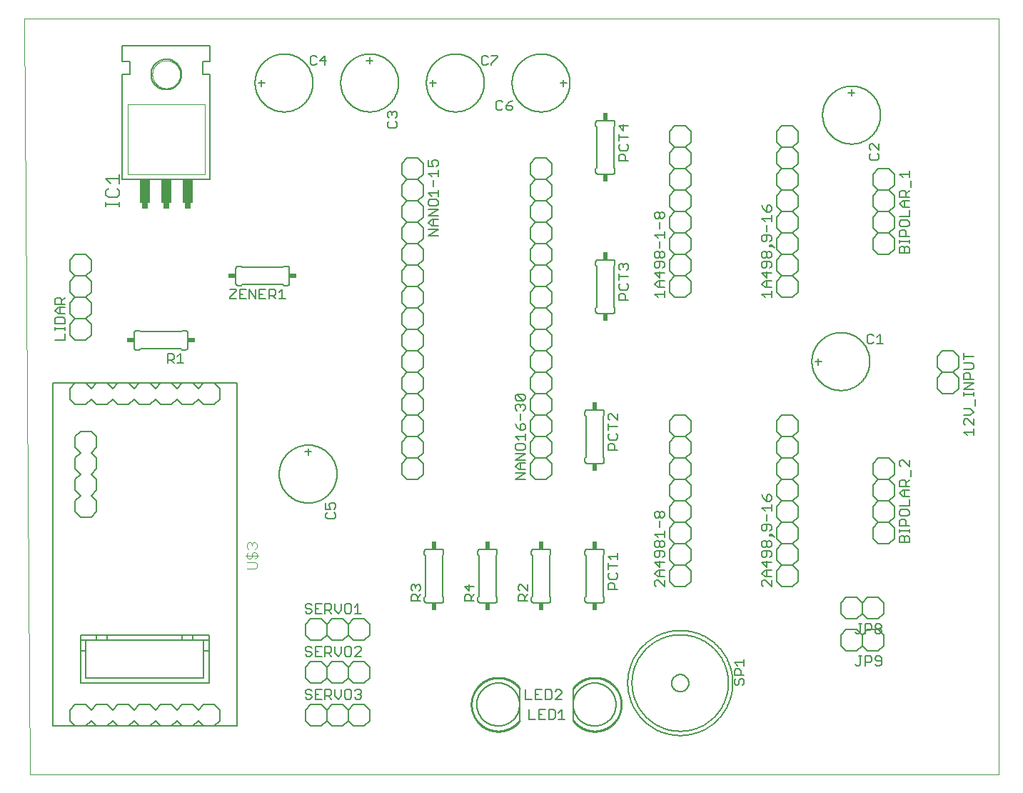
<source format=gto>
G75*
%MOIN*%
%OFA0B0*%
%FSLAX25Y25*%
%IPPOS*%
%LPD*%
%AMOC8*
5,1,8,0,0,1.08239X$1,22.5*
%
%ADD10C,0.00000*%
%ADD11C,0.00600*%
%ADD12C,0.00500*%
%ADD13C,0.00800*%
%ADD14C,0.01000*%
%ADD15R,0.03400X0.02400*%
%ADD16R,0.02400X0.03400*%
%ADD17C,0.00400*%
%ADD18C,0.00200*%
%ADD19C,0.00700*%
%ADD20R,0.03000X0.02500*%
%ADD21R,0.05000X0.11000*%
D10*
X0003500Y0001000D02*
X0001000Y0353451D01*
X0455921Y0353451D01*
X0455921Y0001000D01*
X0003500Y0001000D01*
X0060750Y0327500D02*
X0060752Y0327661D01*
X0060758Y0327821D01*
X0060768Y0327982D01*
X0060782Y0328142D01*
X0060800Y0328302D01*
X0060821Y0328461D01*
X0060847Y0328620D01*
X0060877Y0328778D01*
X0060910Y0328935D01*
X0060948Y0329092D01*
X0060989Y0329247D01*
X0061034Y0329401D01*
X0061083Y0329554D01*
X0061136Y0329706D01*
X0061192Y0329857D01*
X0061253Y0330006D01*
X0061316Y0330154D01*
X0061384Y0330300D01*
X0061455Y0330444D01*
X0061529Y0330586D01*
X0061607Y0330727D01*
X0061689Y0330865D01*
X0061774Y0331002D01*
X0061862Y0331136D01*
X0061954Y0331268D01*
X0062049Y0331398D01*
X0062147Y0331526D01*
X0062248Y0331651D01*
X0062352Y0331773D01*
X0062459Y0331893D01*
X0062569Y0332010D01*
X0062682Y0332125D01*
X0062798Y0332236D01*
X0062917Y0332345D01*
X0063038Y0332450D01*
X0063162Y0332553D01*
X0063288Y0332653D01*
X0063416Y0332749D01*
X0063547Y0332842D01*
X0063681Y0332932D01*
X0063816Y0333019D01*
X0063954Y0333102D01*
X0064093Y0333182D01*
X0064235Y0333258D01*
X0064378Y0333331D01*
X0064523Y0333400D01*
X0064670Y0333466D01*
X0064818Y0333528D01*
X0064968Y0333586D01*
X0065119Y0333641D01*
X0065272Y0333692D01*
X0065426Y0333739D01*
X0065581Y0333782D01*
X0065737Y0333821D01*
X0065893Y0333857D01*
X0066051Y0333888D01*
X0066209Y0333916D01*
X0066368Y0333940D01*
X0066528Y0333960D01*
X0066688Y0333976D01*
X0066848Y0333988D01*
X0067009Y0333996D01*
X0067170Y0334000D01*
X0067330Y0334000D01*
X0067491Y0333996D01*
X0067652Y0333988D01*
X0067812Y0333976D01*
X0067972Y0333960D01*
X0068132Y0333940D01*
X0068291Y0333916D01*
X0068449Y0333888D01*
X0068607Y0333857D01*
X0068763Y0333821D01*
X0068919Y0333782D01*
X0069074Y0333739D01*
X0069228Y0333692D01*
X0069381Y0333641D01*
X0069532Y0333586D01*
X0069682Y0333528D01*
X0069830Y0333466D01*
X0069977Y0333400D01*
X0070122Y0333331D01*
X0070265Y0333258D01*
X0070407Y0333182D01*
X0070546Y0333102D01*
X0070684Y0333019D01*
X0070819Y0332932D01*
X0070953Y0332842D01*
X0071084Y0332749D01*
X0071212Y0332653D01*
X0071338Y0332553D01*
X0071462Y0332450D01*
X0071583Y0332345D01*
X0071702Y0332236D01*
X0071818Y0332125D01*
X0071931Y0332010D01*
X0072041Y0331893D01*
X0072148Y0331773D01*
X0072252Y0331651D01*
X0072353Y0331526D01*
X0072451Y0331398D01*
X0072546Y0331268D01*
X0072638Y0331136D01*
X0072726Y0331002D01*
X0072811Y0330865D01*
X0072893Y0330727D01*
X0072971Y0330586D01*
X0073045Y0330444D01*
X0073116Y0330300D01*
X0073184Y0330154D01*
X0073247Y0330006D01*
X0073308Y0329857D01*
X0073364Y0329706D01*
X0073417Y0329554D01*
X0073466Y0329401D01*
X0073511Y0329247D01*
X0073552Y0329092D01*
X0073590Y0328935D01*
X0073623Y0328778D01*
X0073653Y0328620D01*
X0073679Y0328461D01*
X0073700Y0328302D01*
X0073718Y0328142D01*
X0073732Y0327982D01*
X0073742Y0327821D01*
X0073748Y0327661D01*
X0073750Y0327500D01*
X0073748Y0327339D01*
X0073742Y0327179D01*
X0073732Y0327018D01*
X0073718Y0326858D01*
X0073700Y0326698D01*
X0073679Y0326539D01*
X0073653Y0326380D01*
X0073623Y0326222D01*
X0073590Y0326065D01*
X0073552Y0325908D01*
X0073511Y0325753D01*
X0073466Y0325599D01*
X0073417Y0325446D01*
X0073364Y0325294D01*
X0073308Y0325143D01*
X0073247Y0324994D01*
X0073184Y0324846D01*
X0073116Y0324700D01*
X0073045Y0324556D01*
X0072971Y0324414D01*
X0072893Y0324273D01*
X0072811Y0324135D01*
X0072726Y0323998D01*
X0072638Y0323864D01*
X0072546Y0323732D01*
X0072451Y0323602D01*
X0072353Y0323474D01*
X0072252Y0323349D01*
X0072148Y0323227D01*
X0072041Y0323107D01*
X0071931Y0322990D01*
X0071818Y0322875D01*
X0071702Y0322764D01*
X0071583Y0322655D01*
X0071462Y0322550D01*
X0071338Y0322447D01*
X0071212Y0322347D01*
X0071084Y0322251D01*
X0070953Y0322158D01*
X0070819Y0322068D01*
X0070684Y0321981D01*
X0070546Y0321898D01*
X0070407Y0321818D01*
X0070265Y0321742D01*
X0070122Y0321669D01*
X0069977Y0321600D01*
X0069830Y0321534D01*
X0069682Y0321472D01*
X0069532Y0321414D01*
X0069381Y0321359D01*
X0069228Y0321308D01*
X0069074Y0321261D01*
X0068919Y0321218D01*
X0068763Y0321179D01*
X0068607Y0321143D01*
X0068449Y0321112D01*
X0068291Y0321084D01*
X0068132Y0321060D01*
X0067972Y0321040D01*
X0067812Y0321024D01*
X0067652Y0321012D01*
X0067491Y0321004D01*
X0067330Y0321000D01*
X0067170Y0321000D01*
X0067009Y0321004D01*
X0066848Y0321012D01*
X0066688Y0321024D01*
X0066528Y0321040D01*
X0066368Y0321060D01*
X0066209Y0321084D01*
X0066051Y0321112D01*
X0065893Y0321143D01*
X0065737Y0321179D01*
X0065581Y0321218D01*
X0065426Y0321261D01*
X0065272Y0321308D01*
X0065119Y0321359D01*
X0064968Y0321414D01*
X0064818Y0321472D01*
X0064670Y0321534D01*
X0064523Y0321600D01*
X0064378Y0321669D01*
X0064235Y0321742D01*
X0064093Y0321818D01*
X0063954Y0321898D01*
X0063816Y0321981D01*
X0063681Y0322068D01*
X0063547Y0322158D01*
X0063416Y0322251D01*
X0063288Y0322347D01*
X0063162Y0322447D01*
X0063038Y0322550D01*
X0062917Y0322655D01*
X0062798Y0322764D01*
X0062682Y0322875D01*
X0062569Y0322990D01*
X0062459Y0323107D01*
X0062352Y0323227D01*
X0062248Y0323349D01*
X0062147Y0323474D01*
X0062049Y0323602D01*
X0061954Y0323732D01*
X0061862Y0323864D01*
X0061774Y0323998D01*
X0061689Y0324135D01*
X0061607Y0324273D01*
X0061529Y0324414D01*
X0061455Y0324556D01*
X0061384Y0324700D01*
X0061316Y0324846D01*
X0061253Y0324994D01*
X0061192Y0325143D01*
X0061136Y0325294D01*
X0061083Y0325446D01*
X0061034Y0325599D01*
X0060989Y0325753D01*
X0060948Y0325908D01*
X0060910Y0326065D01*
X0060877Y0326222D01*
X0060847Y0326380D01*
X0060821Y0326539D01*
X0060800Y0326698D01*
X0060782Y0326858D01*
X0060768Y0327018D01*
X0060758Y0327179D01*
X0060752Y0327339D01*
X0060750Y0327500D01*
D11*
X0060150Y0327500D02*
X0060152Y0327674D01*
X0060159Y0327848D01*
X0060169Y0328022D01*
X0060184Y0328196D01*
X0060203Y0328369D01*
X0060227Y0328542D01*
X0060255Y0328714D01*
X0060286Y0328885D01*
X0060323Y0329056D01*
X0060363Y0329225D01*
X0060407Y0329394D01*
X0060456Y0329561D01*
X0060508Y0329727D01*
X0060565Y0329892D01*
X0060626Y0330055D01*
X0060690Y0330217D01*
X0060759Y0330377D01*
X0060832Y0330536D01*
X0060908Y0330692D01*
X0060988Y0330847D01*
X0061072Y0331000D01*
X0061160Y0331150D01*
X0061252Y0331298D01*
X0061347Y0331445D01*
X0061445Y0331588D01*
X0061547Y0331729D01*
X0061653Y0331868D01*
X0061762Y0332004D01*
X0061874Y0332138D01*
X0061989Y0332268D01*
X0062108Y0332396D01*
X0062230Y0332520D01*
X0062354Y0332642D01*
X0062482Y0332761D01*
X0062612Y0332876D01*
X0062746Y0332988D01*
X0062882Y0333097D01*
X0063021Y0333203D01*
X0063162Y0333305D01*
X0063305Y0333403D01*
X0063452Y0333498D01*
X0063600Y0333590D01*
X0063750Y0333678D01*
X0063903Y0333762D01*
X0064058Y0333842D01*
X0064214Y0333918D01*
X0064373Y0333991D01*
X0064533Y0334060D01*
X0064695Y0334124D01*
X0064858Y0334185D01*
X0065023Y0334242D01*
X0065189Y0334294D01*
X0065356Y0334343D01*
X0065525Y0334387D01*
X0065694Y0334427D01*
X0065865Y0334464D01*
X0066036Y0334495D01*
X0066208Y0334523D01*
X0066381Y0334547D01*
X0066554Y0334566D01*
X0066728Y0334581D01*
X0066902Y0334591D01*
X0067076Y0334598D01*
X0067250Y0334600D01*
X0067424Y0334598D01*
X0067598Y0334591D01*
X0067772Y0334581D01*
X0067946Y0334566D01*
X0068119Y0334547D01*
X0068292Y0334523D01*
X0068464Y0334495D01*
X0068635Y0334464D01*
X0068806Y0334427D01*
X0068975Y0334387D01*
X0069144Y0334343D01*
X0069311Y0334294D01*
X0069477Y0334242D01*
X0069642Y0334185D01*
X0069805Y0334124D01*
X0069967Y0334060D01*
X0070127Y0333991D01*
X0070286Y0333918D01*
X0070442Y0333842D01*
X0070597Y0333762D01*
X0070750Y0333678D01*
X0070900Y0333590D01*
X0071048Y0333498D01*
X0071195Y0333403D01*
X0071338Y0333305D01*
X0071479Y0333203D01*
X0071618Y0333097D01*
X0071754Y0332988D01*
X0071888Y0332876D01*
X0072018Y0332761D01*
X0072146Y0332642D01*
X0072270Y0332520D01*
X0072392Y0332396D01*
X0072511Y0332268D01*
X0072626Y0332138D01*
X0072738Y0332004D01*
X0072847Y0331868D01*
X0072953Y0331729D01*
X0073055Y0331588D01*
X0073153Y0331445D01*
X0073248Y0331298D01*
X0073340Y0331150D01*
X0073428Y0331000D01*
X0073512Y0330847D01*
X0073592Y0330692D01*
X0073668Y0330536D01*
X0073741Y0330377D01*
X0073810Y0330217D01*
X0073874Y0330055D01*
X0073935Y0329892D01*
X0073992Y0329727D01*
X0074044Y0329561D01*
X0074093Y0329394D01*
X0074137Y0329225D01*
X0074177Y0329056D01*
X0074214Y0328885D01*
X0074245Y0328714D01*
X0074273Y0328542D01*
X0074297Y0328369D01*
X0074316Y0328196D01*
X0074331Y0328022D01*
X0074341Y0327848D01*
X0074348Y0327674D01*
X0074350Y0327500D01*
X0074348Y0327326D01*
X0074341Y0327152D01*
X0074331Y0326978D01*
X0074316Y0326804D01*
X0074297Y0326631D01*
X0074273Y0326458D01*
X0074245Y0326286D01*
X0074214Y0326115D01*
X0074177Y0325944D01*
X0074137Y0325775D01*
X0074093Y0325606D01*
X0074044Y0325439D01*
X0073992Y0325273D01*
X0073935Y0325108D01*
X0073874Y0324945D01*
X0073810Y0324783D01*
X0073741Y0324623D01*
X0073668Y0324464D01*
X0073592Y0324308D01*
X0073512Y0324153D01*
X0073428Y0324000D01*
X0073340Y0323850D01*
X0073248Y0323702D01*
X0073153Y0323555D01*
X0073055Y0323412D01*
X0072953Y0323271D01*
X0072847Y0323132D01*
X0072738Y0322996D01*
X0072626Y0322862D01*
X0072511Y0322732D01*
X0072392Y0322604D01*
X0072270Y0322480D01*
X0072146Y0322358D01*
X0072018Y0322239D01*
X0071888Y0322124D01*
X0071754Y0322012D01*
X0071618Y0321903D01*
X0071479Y0321797D01*
X0071338Y0321695D01*
X0071195Y0321597D01*
X0071048Y0321502D01*
X0070900Y0321410D01*
X0070750Y0321322D01*
X0070597Y0321238D01*
X0070442Y0321158D01*
X0070286Y0321082D01*
X0070127Y0321009D01*
X0069967Y0320940D01*
X0069805Y0320876D01*
X0069642Y0320815D01*
X0069477Y0320758D01*
X0069311Y0320706D01*
X0069144Y0320657D01*
X0068975Y0320613D01*
X0068806Y0320573D01*
X0068635Y0320536D01*
X0068464Y0320505D01*
X0068292Y0320477D01*
X0068119Y0320453D01*
X0067946Y0320434D01*
X0067772Y0320419D01*
X0067598Y0320409D01*
X0067424Y0320402D01*
X0067250Y0320400D01*
X0067076Y0320402D01*
X0066902Y0320409D01*
X0066728Y0320419D01*
X0066554Y0320434D01*
X0066381Y0320453D01*
X0066208Y0320477D01*
X0066036Y0320505D01*
X0065865Y0320536D01*
X0065694Y0320573D01*
X0065525Y0320613D01*
X0065356Y0320657D01*
X0065189Y0320706D01*
X0065023Y0320758D01*
X0064858Y0320815D01*
X0064695Y0320876D01*
X0064533Y0320940D01*
X0064373Y0321009D01*
X0064214Y0321082D01*
X0064058Y0321158D01*
X0063903Y0321238D01*
X0063750Y0321322D01*
X0063600Y0321410D01*
X0063452Y0321502D01*
X0063305Y0321597D01*
X0063162Y0321695D01*
X0063021Y0321797D01*
X0062882Y0321903D01*
X0062746Y0322012D01*
X0062612Y0322124D01*
X0062482Y0322239D01*
X0062354Y0322358D01*
X0062230Y0322480D01*
X0062108Y0322604D01*
X0061989Y0322732D01*
X0061874Y0322862D01*
X0061762Y0322996D01*
X0061653Y0323132D01*
X0061547Y0323271D01*
X0061445Y0323412D01*
X0061347Y0323555D01*
X0061252Y0323702D01*
X0061160Y0323850D01*
X0061072Y0324000D01*
X0060988Y0324153D01*
X0060908Y0324308D01*
X0060832Y0324464D01*
X0060759Y0324623D01*
X0060690Y0324783D01*
X0060626Y0324945D01*
X0060565Y0325108D01*
X0060508Y0325273D01*
X0060456Y0325439D01*
X0060407Y0325606D01*
X0060363Y0325775D01*
X0060323Y0325944D01*
X0060286Y0326115D01*
X0060255Y0326286D01*
X0060227Y0326458D01*
X0060203Y0326631D01*
X0060184Y0326804D01*
X0060169Y0326978D01*
X0060159Y0327152D01*
X0060152Y0327326D01*
X0060150Y0327500D01*
X0050250Y0327500D02*
X0050250Y0333500D01*
X0046750Y0333500D01*
X0046750Y0341000D01*
X0087750Y0341000D01*
X0087750Y0333500D01*
X0084250Y0333500D01*
X0084250Y0327500D01*
X0087750Y0327500D01*
X0087750Y0278500D01*
X0046750Y0278500D01*
X0046750Y0327500D01*
X0050250Y0327500D01*
X0110250Y0323500D02*
X0113250Y0323500D01*
X0111750Y0322000D02*
X0111750Y0325000D01*
X0108750Y0323500D02*
X0108754Y0323831D01*
X0108766Y0324162D01*
X0108787Y0324493D01*
X0108815Y0324823D01*
X0108852Y0325153D01*
X0108896Y0325481D01*
X0108949Y0325808D01*
X0109009Y0326134D01*
X0109078Y0326458D01*
X0109155Y0326780D01*
X0109239Y0327101D01*
X0109331Y0327419D01*
X0109431Y0327735D01*
X0109539Y0328048D01*
X0109655Y0328359D01*
X0109778Y0328666D01*
X0109908Y0328971D01*
X0110046Y0329272D01*
X0110191Y0329570D01*
X0110344Y0329864D01*
X0110504Y0330154D01*
X0110671Y0330440D01*
X0110844Y0330722D01*
X0111025Y0331000D01*
X0111213Y0331273D01*
X0111407Y0331542D01*
X0111607Y0331806D01*
X0111814Y0332064D01*
X0112028Y0332318D01*
X0112247Y0332566D01*
X0112473Y0332809D01*
X0112704Y0333046D01*
X0112941Y0333277D01*
X0113184Y0333503D01*
X0113432Y0333722D01*
X0113686Y0333936D01*
X0113944Y0334143D01*
X0114208Y0334343D01*
X0114477Y0334537D01*
X0114750Y0334725D01*
X0115028Y0334906D01*
X0115310Y0335079D01*
X0115596Y0335246D01*
X0115886Y0335406D01*
X0116180Y0335559D01*
X0116478Y0335704D01*
X0116779Y0335842D01*
X0117084Y0335972D01*
X0117391Y0336095D01*
X0117702Y0336211D01*
X0118015Y0336319D01*
X0118331Y0336419D01*
X0118649Y0336511D01*
X0118970Y0336595D01*
X0119292Y0336672D01*
X0119616Y0336741D01*
X0119942Y0336801D01*
X0120269Y0336854D01*
X0120597Y0336898D01*
X0120927Y0336935D01*
X0121257Y0336963D01*
X0121588Y0336984D01*
X0121919Y0336996D01*
X0122250Y0337000D01*
X0122581Y0336996D01*
X0122912Y0336984D01*
X0123243Y0336963D01*
X0123573Y0336935D01*
X0123903Y0336898D01*
X0124231Y0336854D01*
X0124558Y0336801D01*
X0124884Y0336741D01*
X0125208Y0336672D01*
X0125530Y0336595D01*
X0125851Y0336511D01*
X0126169Y0336419D01*
X0126485Y0336319D01*
X0126798Y0336211D01*
X0127109Y0336095D01*
X0127416Y0335972D01*
X0127721Y0335842D01*
X0128022Y0335704D01*
X0128320Y0335559D01*
X0128614Y0335406D01*
X0128904Y0335246D01*
X0129190Y0335079D01*
X0129472Y0334906D01*
X0129750Y0334725D01*
X0130023Y0334537D01*
X0130292Y0334343D01*
X0130556Y0334143D01*
X0130814Y0333936D01*
X0131068Y0333722D01*
X0131316Y0333503D01*
X0131559Y0333277D01*
X0131796Y0333046D01*
X0132027Y0332809D01*
X0132253Y0332566D01*
X0132472Y0332318D01*
X0132686Y0332064D01*
X0132893Y0331806D01*
X0133093Y0331542D01*
X0133287Y0331273D01*
X0133475Y0331000D01*
X0133656Y0330722D01*
X0133829Y0330440D01*
X0133996Y0330154D01*
X0134156Y0329864D01*
X0134309Y0329570D01*
X0134454Y0329272D01*
X0134592Y0328971D01*
X0134722Y0328666D01*
X0134845Y0328359D01*
X0134961Y0328048D01*
X0135069Y0327735D01*
X0135169Y0327419D01*
X0135261Y0327101D01*
X0135345Y0326780D01*
X0135422Y0326458D01*
X0135491Y0326134D01*
X0135551Y0325808D01*
X0135604Y0325481D01*
X0135648Y0325153D01*
X0135685Y0324823D01*
X0135713Y0324493D01*
X0135734Y0324162D01*
X0135746Y0323831D01*
X0135750Y0323500D01*
X0135746Y0323169D01*
X0135734Y0322838D01*
X0135713Y0322507D01*
X0135685Y0322177D01*
X0135648Y0321847D01*
X0135604Y0321519D01*
X0135551Y0321192D01*
X0135491Y0320866D01*
X0135422Y0320542D01*
X0135345Y0320220D01*
X0135261Y0319899D01*
X0135169Y0319581D01*
X0135069Y0319265D01*
X0134961Y0318952D01*
X0134845Y0318641D01*
X0134722Y0318334D01*
X0134592Y0318029D01*
X0134454Y0317728D01*
X0134309Y0317430D01*
X0134156Y0317136D01*
X0133996Y0316846D01*
X0133829Y0316560D01*
X0133656Y0316278D01*
X0133475Y0316000D01*
X0133287Y0315727D01*
X0133093Y0315458D01*
X0132893Y0315194D01*
X0132686Y0314936D01*
X0132472Y0314682D01*
X0132253Y0314434D01*
X0132027Y0314191D01*
X0131796Y0313954D01*
X0131559Y0313723D01*
X0131316Y0313497D01*
X0131068Y0313278D01*
X0130814Y0313064D01*
X0130556Y0312857D01*
X0130292Y0312657D01*
X0130023Y0312463D01*
X0129750Y0312275D01*
X0129472Y0312094D01*
X0129190Y0311921D01*
X0128904Y0311754D01*
X0128614Y0311594D01*
X0128320Y0311441D01*
X0128022Y0311296D01*
X0127721Y0311158D01*
X0127416Y0311028D01*
X0127109Y0310905D01*
X0126798Y0310789D01*
X0126485Y0310681D01*
X0126169Y0310581D01*
X0125851Y0310489D01*
X0125530Y0310405D01*
X0125208Y0310328D01*
X0124884Y0310259D01*
X0124558Y0310199D01*
X0124231Y0310146D01*
X0123903Y0310102D01*
X0123573Y0310065D01*
X0123243Y0310037D01*
X0122912Y0310016D01*
X0122581Y0310004D01*
X0122250Y0310000D01*
X0121919Y0310004D01*
X0121588Y0310016D01*
X0121257Y0310037D01*
X0120927Y0310065D01*
X0120597Y0310102D01*
X0120269Y0310146D01*
X0119942Y0310199D01*
X0119616Y0310259D01*
X0119292Y0310328D01*
X0118970Y0310405D01*
X0118649Y0310489D01*
X0118331Y0310581D01*
X0118015Y0310681D01*
X0117702Y0310789D01*
X0117391Y0310905D01*
X0117084Y0311028D01*
X0116779Y0311158D01*
X0116478Y0311296D01*
X0116180Y0311441D01*
X0115886Y0311594D01*
X0115596Y0311754D01*
X0115310Y0311921D01*
X0115028Y0312094D01*
X0114750Y0312275D01*
X0114477Y0312463D01*
X0114208Y0312657D01*
X0113944Y0312857D01*
X0113686Y0313064D01*
X0113432Y0313278D01*
X0113184Y0313497D01*
X0112941Y0313723D01*
X0112704Y0313954D01*
X0112473Y0314191D01*
X0112247Y0314434D01*
X0112028Y0314682D01*
X0111814Y0314936D01*
X0111607Y0315194D01*
X0111407Y0315458D01*
X0111213Y0315727D01*
X0111025Y0316000D01*
X0110844Y0316278D01*
X0110671Y0316560D01*
X0110504Y0316846D01*
X0110344Y0317136D01*
X0110191Y0317430D01*
X0110046Y0317728D01*
X0109908Y0318029D01*
X0109778Y0318334D01*
X0109655Y0318641D01*
X0109539Y0318952D01*
X0109431Y0319265D01*
X0109331Y0319581D01*
X0109239Y0319899D01*
X0109155Y0320220D01*
X0109078Y0320542D01*
X0109009Y0320866D01*
X0108949Y0321192D01*
X0108896Y0321519D01*
X0108852Y0321847D01*
X0108815Y0322177D01*
X0108787Y0322507D01*
X0108766Y0322838D01*
X0108754Y0323169D01*
X0108750Y0323500D01*
X0160750Y0334000D02*
X0163750Y0334000D01*
X0162250Y0335500D02*
X0162250Y0332500D01*
X0148750Y0323500D02*
X0148754Y0323831D01*
X0148766Y0324162D01*
X0148787Y0324493D01*
X0148815Y0324823D01*
X0148852Y0325153D01*
X0148896Y0325481D01*
X0148949Y0325808D01*
X0149009Y0326134D01*
X0149078Y0326458D01*
X0149155Y0326780D01*
X0149239Y0327101D01*
X0149331Y0327419D01*
X0149431Y0327735D01*
X0149539Y0328048D01*
X0149655Y0328359D01*
X0149778Y0328666D01*
X0149908Y0328971D01*
X0150046Y0329272D01*
X0150191Y0329570D01*
X0150344Y0329864D01*
X0150504Y0330154D01*
X0150671Y0330440D01*
X0150844Y0330722D01*
X0151025Y0331000D01*
X0151213Y0331273D01*
X0151407Y0331542D01*
X0151607Y0331806D01*
X0151814Y0332064D01*
X0152028Y0332318D01*
X0152247Y0332566D01*
X0152473Y0332809D01*
X0152704Y0333046D01*
X0152941Y0333277D01*
X0153184Y0333503D01*
X0153432Y0333722D01*
X0153686Y0333936D01*
X0153944Y0334143D01*
X0154208Y0334343D01*
X0154477Y0334537D01*
X0154750Y0334725D01*
X0155028Y0334906D01*
X0155310Y0335079D01*
X0155596Y0335246D01*
X0155886Y0335406D01*
X0156180Y0335559D01*
X0156478Y0335704D01*
X0156779Y0335842D01*
X0157084Y0335972D01*
X0157391Y0336095D01*
X0157702Y0336211D01*
X0158015Y0336319D01*
X0158331Y0336419D01*
X0158649Y0336511D01*
X0158970Y0336595D01*
X0159292Y0336672D01*
X0159616Y0336741D01*
X0159942Y0336801D01*
X0160269Y0336854D01*
X0160597Y0336898D01*
X0160927Y0336935D01*
X0161257Y0336963D01*
X0161588Y0336984D01*
X0161919Y0336996D01*
X0162250Y0337000D01*
X0162581Y0336996D01*
X0162912Y0336984D01*
X0163243Y0336963D01*
X0163573Y0336935D01*
X0163903Y0336898D01*
X0164231Y0336854D01*
X0164558Y0336801D01*
X0164884Y0336741D01*
X0165208Y0336672D01*
X0165530Y0336595D01*
X0165851Y0336511D01*
X0166169Y0336419D01*
X0166485Y0336319D01*
X0166798Y0336211D01*
X0167109Y0336095D01*
X0167416Y0335972D01*
X0167721Y0335842D01*
X0168022Y0335704D01*
X0168320Y0335559D01*
X0168614Y0335406D01*
X0168904Y0335246D01*
X0169190Y0335079D01*
X0169472Y0334906D01*
X0169750Y0334725D01*
X0170023Y0334537D01*
X0170292Y0334343D01*
X0170556Y0334143D01*
X0170814Y0333936D01*
X0171068Y0333722D01*
X0171316Y0333503D01*
X0171559Y0333277D01*
X0171796Y0333046D01*
X0172027Y0332809D01*
X0172253Y0332566D01*
X0172472Y0332318D01*
X0172686Y0332064D01*
X0172893Y0331806D01*
X0173093Y0331542D01*
X0173287Y0331273D01*
X0173475Y0331000D01*
X0173656Y0330722D01*
X0173829Y0330440D01*
X0173996Y0330154D01*
X0174156Y0329864D01*
X0174309Y0329570D01*
X0174454Y0329272D01*
X0174592Y0328971D01*
X0174722Y0328666D01*
X0174845Y0328359D01*
X0174961Y0328048D01*
X0175069Y0327735D01*
X0175169Y0327419D01*
X0175261Y0327101D01*
X0175345Y0326780D01*
X0175422Y0326458D01*
X0175491Y0326134D01*
X0175551Y0325808D01*
X0175604Y0325481D01*
X0175648Y0325153D01*
X0175685Y0324823D01*
X0175713Y0324493D01*
X0175734Y0324162D01*
X0175746Y0323831D01*
X0175750Y0323500D01*
X0175746Y0323169D01*
X0175734Y0322838D01*
X0175713Y0322507D01*
X0175685Y0322177D01*
X0175648Y0321847D01*
X0175604Y0321519D01*
X0175551Y0321192D01*
X0175491Y0320866D01*
X0175422Y0320542D01*
X0175345Y0320220D01*
X0175261Y0319899D01*
X0175169Y0319581D01*
X0175069Y0319265D01*
X0174961Y0318952D01*
X0174845Y0318641D01*
X0174722Y0318334D01*
X0174592Y0318029D01*
X0174454Y0317728D01*
X0174309Y0317430D01*
X0174156Y0317136D01*
X0173996Y0316846D01*
X0173829Y0316560D01*
X0173656Y0316278D01*
X0173475Y0316000D01*
X0173287Y0315727D01*
X0173093Y0315458D01*
X0172893Y0315194D01*
X0172686Y0314936D01*
X0172472Y0314682D01*
X0172253Y0314434D01*
X0172027Y0314191D01*
X0171796Y0313954D01*
X0171559Y0313723D01*
X0171316Y0313497D01*
X0171068Y0313278D01*
X0170814Y0313064D01*
X0170556Y0312857D01*
X0170292Y0312657D01*
X0170023Y0312463D01*
X0169750Y0312275D01*
X0169472Y0312094D01*
X0169190Y0311921D01*
X0168904Y0311754D01*
X0168614Y0311594D01*
X0168320Y0311441D01*
X0168022Y0311296D01*
X0167721Y0311158D01*
X0167416Y0311028D01*
X0167109Y0310905D01*
X0166798Y0310789D01*
X0166485Y0310681D01*
X0166169Y0310581D01*
X0165851Y0310489D01*
X0165530Y0310405D01*
X0165208Y0310328D01*
X0164884Y0310259D01*
X0164558Y0310199D01*
X0164231Y0310146D01*
X0163903Y0310102D01*
X0163573Y0310065D01*
X0163243Y0310037D01*
X0162912Y0310016D01*
X0162581Y0310004D01*
X0162250Y0310000D01*
X0161919Y0310004D01*
X0161588Y0310016D01*
X0161257Y0310037D01*
X0160927Y0310065D01*
X0160597Y0310102D01*
X0160269Y0310146D01*
X0159942Y0310199D01*
X0159616Y0310259D01*
X0159292Y0310328D01*
X0158970Y0310405D01*
X0158649Y0310489D01*
X0158331Y0310581D01*
X0158015Y0310681D01*
X0157702Y0310789D01*
X0157391Y0310905D01*
X0157084Y0311028D01*
X0156779Y0311158D01*
X0156478Y0311296D01*
X0156180Y0311441D01*
X0155886Y0311594D01*
X0155596Y0311754D01*
X0155310Y0311921D01*
X0155028Y0312094D01*
X0154750Y0312275D01*
X0154477Y0312463D01*
X0154208Y0312657D01*
X0153944Y0312857D01*
X0153686Y0313064D01*
X0153432Y0313278D01*
X0153184Y0313497D01*
X0152941Y0313723D01*
X0152704Y0313954D01*
X0152473Y0314191D01*
X0152247Y0314434D01*
X0152028Y0314682D01*
X0151814Y0314936D01*
X0151607Y0315194D01*
X0151407Y0315458D01*
X0151213Y0315727D01*
X0151025Y0316000D01*
X0150844Y0316278D01*
X0150671Y0316560D01*
X0150504Y0316846D01*
X0150344Y0317136D01*
X0150191Y0317430D01*
X0150046Y0317728D01*
X0149908Y0318029D01*
X0149778Y0318334D01*
X0149655Y0318641D01*
X0149539Y0318952D01*
X0149431Y0319265D01*
X0149331Y0319581D01*
X0149239Y0319899D01*
X0149155Y0320220D01*
X0149078Y0320542D01*
X0149009Y0320866D01*
X0148949Y0321192D01*
X0148896Y0321519D01*
X0148852Y0321847D01*
X0148815Y0322177D01*
X0148787Y0322507D01*
X0148766Y0322838D01*
X0148754Y0323169D01*
X0148750Y0323500D01*
X0190250Y0323500D02*
X0193250Y0323500D01*
X0191750Y0322000D02*
X0191750Y0325000D01*
X0188750Y0323500D02*
X0188754Y0323831D01*
X0188766Y0324162D01*
X0188787Y0324493D01*
X0188815Y0324823D01*
X0188852Y0325153D01*
X0188896Y0325481D01*
X0188949Y0325808D01*
X0189009Y0326134D01*
X0189078Y0326458D01*
X0189155Y0326780D01*
X0189239Y0327101D01*
X0189331Y0327419D01*
X0189431Y0327735D01*
X0189539Y0328048D01*
X0189655Y0328359D01*
X0189778Y0328666D01*
X0189908Y0328971D01*
X0190046Y0329272D01*
X0190191Y0329570D01*
X0190344Y0329864D01*
X0190504Y0330154D01*
X0190671Y0330440D01*
X0190844Y0330722D01*
X0191025Y0331000D01*
X0191213Y0331273D01*
X0191407Y0331542D01*
X0191607Y0331806D01*
X0191814Y0332064D01*
X0192028Y0332318D01*
X0192247Y0332566D01*
X0192473Y0332809D01*
X0192704Y0333046D01*
X0192941Y0333277D01*
X0193184Y0333503D01*
X0193432Y0333722D01*
X0193686Y0333936D01*
X0193944Y0334143D01*
X0194208Y0334343D01*
X0194477Y0334537D01*
X0194750Y0334725D01*
X0195028Y0334906D01*
X0195310Y0335079D01*
X0195596Y0335246D01*
X0195886Y0335406D01*
X0196180Y0335559D01*
X0196478Y0335704D01*
X0196779Y0335842D01*
X0197084Y0335972D01*
X0197391Y0336095D01*
X0197702Y0336211D01*
X0198015Y0336319D01*
X0198331Y0336419D01*
X0198649Y0336511D01*
X0198970Y0336595D01*
X0199292Y0336672D01*
X0199616Y0336741D01*
X0199942Y0336801D01*
X0200269Y0336854D01*
X0200597Y0336898D01*
X0200927Y0336935D01*
X0201257Y0336963D01*
X0201588Y0336984D01*
X0201919Y0336996D01*
X0202250Y0337000D01*
X0202581Y0336996D01*
X0202912Y0336984D01*
X0203243Y0336963D01*
X0203573Y0336935D01*
X0203903Y0336898D01*
X0204231Y0336854D01*
X0204558Y0336801D01*
X0204884Y0336741D01*
X0205208Y0336672D01*
X0205530Y0336595D01*
X0205851Y0336511D01*
X0206169Y0336419D01*
X0206485Y0336319D01*
X0206798Y0336211D01*
X0207109Y0336095D01*
X0207416Y0335972D01*
X0207721Y0335842D01*
X0208022Y0335704D01*
X0208320Y0335559D01*
X0208614Y0335406D01*
X0208904Y0335246D01*
X0209190Y0335079D01*
X0209472Y0334906D01*
X0209750Y0334725D01*
X0210023Y0334537D01*
X0210292Y0334343D01*
X0210556Y0334143D01*
X0210814Y0333936D01*
X0211068Y0333722D01*
X0211316Y0333503D01*
X0211559Y0333277D01*
X0211796Y0333046D01*
X0212027Y0332809D01*
X0212253Y0332566D01*
X0212472Y0332318D01*
X0212686Y0332064D01*
X0212893Y0331806D01*
X0213093Y0331542D01*
X0213287Y0331273D01*
X0213475Y0331000D01*
X0213656Y0330722D01*
X0213829Y0330440D01*
X0213996Y0330154D01*
X0214156Y0329864D01*
X0214309Y0329570D01*
X0214454Y0329272D01*
X0214592Y0328971D01*
X0214722Y0328666D01*
X0214845Y0328359D01*
X0214961Y0328048D01*
X0215069Y0327735D01*
X0215169Y0327419D01*
X0215261Y0327101D01*
X0215345Y0326780D01*
X0215422Y0326458D01*
X0215491Y0326134D01*
X0215551Y0325808D01*
X0215604Y0325481D01*
X0215648Y0325153D01*
X0215685Y0324823D01*
X0215713Y0324493D01*
X0215734Y0324162D01*
X0215746Y0323831D01*
X0215750Y0323500D01*
X0215746Y0323169D01*
X0215734Y0322838D01*
X0215713Y0322507D01*
X0215685Y0322177D01*
X0215648Y0321847D01*
X0215604Y0321519D01*
X0215551Y0321192D01*
X0215491Y0320866D01*
X0215422Y0320542D01*
X0215345Y0320220D01*
X0215261Y0319899D01*
X0215169Y0319581D01*
X0215069Y0319265D01*
X0214961Y0318952D01*
X0214845Y0318641D01*
X0214722Y0318334D01*
X0214592Y0318029D01*
X0214454Y0317728D01*
X0214309Y0317430D01*
X0214156Y0317136D01*
X0213996Y0316846D01*
X0213829Y0316560D01*
X0213656Y0316278D01*
X0213475Y0316000D01*
X0213287Y0315727D01*
X0213093Y0315458D01*
X0212893Y0315194D01*
X0212686Y0314936D01*
X0212472Y0314682D01*
X0212253Y0314434D01*
X0212027Y0314191D01*
X0211796Y0313954D01*
X0211559Y0313723D01*
X0211316Y0313497D01*
X0211068Y0313278D01*
X0210814Y0313064D01*
X0210556Y0312857D01*
X0210292Y0312657D01*
X0210023Y0312463D01*
X0209750Y0312275D01*
X0209472Y0312094D01*
X0209190Y0311921D01*
X0208904Y0311754D01*
X0208614Y0311594D01*
X0208320Y0311441D01*
X0208022Y0311296D01*
X0207721Y0311158D01*
X0207416Y0311028D01*
X0207109Y0310905D01*
X0206798Y0310789D01*
X0206485Y0310681D01*
X0206169Y0310581D01*
X0205851Y0310489D01*
X0205530Y0310405D01*
X0205208Y0310328D01*
X0204884Y0310259D01*
X0204558Y0310199D01*
X0204231Y0310146D01*
X0203903Y0310102D01*
X0203573Y0310065D01*
X0203243Y0310037D01*
X0202912Y0310016D01*
X0202581Y0310004D01*
X0202250Y0310000D01*
X0201919Y0310004D01*
X0201588Y0310016D01*
X0201257Y0310037D01*
X0200927Y0310065D01*
X0200597Y0310102D01*
X0200269Y0310146D01*
X0199942Y0310199D01*
X0199616Y0310259D01*
X0199292Y0310328D01*
X0198970Y0310405D01*
X0198649Y0310489D01*
X0198331Y0310581D01*
X0198015Y0310681D01*
X0197702Y0310789D01*
X0197391Y0310905D01*
X0197084Y0311028D01*
X0196779Y0311158D01*
X0196478Y0311296D01*
X0196180Y0311441D01*
X0195886Y0311594D01*
X0195596Y0311754D01*
X0195310Y0311921D01*
X0195028Y0312094D01*
X0194750Y0312275D01*
X0194477Y0312463D01*
X0194208Y0312657D01*
X0193944Y0312857D01*
X0193686Y0313064D01*
X0193432Y0313278D01*
X0193184Y0313497D01*
X0192941Y0313723D01*
X0192704Y0313954D01*
X0192473Y0314191D01*
X0192247Y0314434D01*
X0192028Y0314682D01*
X0191814Y0314936D01*
X0191607Y0315194D01*
X0191407Y0315458D01*
X0191213Y0315727D01*
X0191025Y0316000D01*
X0190844Y0316278D01*
X0190671Y0316560D01*
X0190504Y0316846D01*
X0190344Y0317136D01*
X0190191Y0317430D01*
X0190046Y0317728D01*
X0189908Y0318029D01*
X0189778Y0318334D01*
X0189655Y0318641D01*
X0189539Y0318952D01*
X0189431Y0319265D01*
X0189331Y0319581D01*
X0189239Y0319899D01*
X0189155Y0320220D01*
X0189078Y0320542D01*
X0189009Y0320866D01*
X0188949Y0321192D01*
X0188896Y0321519D01*
X0188852Y0321847D01*
X0188815Y0322177D01*
X0188787Y0322507D01*
X0188766Y0322838D01*
X0188754Y0323169D01*
X0188750Y0323500D01*
X0184750Y0288500D02*
X0179750Y0288500D01*
X0177250Y0286000D01*
X0177250Y0281000D01*
X0179750Y0278500D01*
X0177250Y0276000D01*
X0177250Y0271000D01*
X0179750Y0268500D01*
X0184750Y0268500D01*
X0187250Y0271000D01*
X0187250Y0276000D01*
X0184750Y0278500D01*
X0179750Y0278500D01*
X0184750Y0278500D02*
X0187250Y0281000D01*
X0187250Y0286000D01*
X0184750Y0288500D01*
X0184750Y0268500D02*
X0187250Y0266000D01*
X0187250Y0261000D01*
X0184750Y0258500D01*
X0187250Y0256000D01*
X0187250Y0251000D01*
X0184750Y0248500D01*
X0187250Y0246000D01*
X0187250Y0241000D01*
X0184750Y0238500D01*
X0179750Y0238500D01*
X0177250Y0241000D01*
X0177250Y0246000D01*
X0179750Y0248500D01*
X0177250Y0251000D01*
X0177250Y0256000D01*
X0179750Y0258500D01*
X0177250Y0261000D01*
X0177250Y0266000D01*
X0179750Y0268500D01*
X0179750Y0258500D02*
X0184750Y0258500D01*
X0184750Y0248500D02*
X0179750Y0248500D01*
X0179750Y0238500D02*
X0177250Y0236000D01*
X0177250Y0231000D01*
X0179750Y0228500D01*
X0177250Y0226000D01*
X0177250Y0221000D01*
X0179750Y0218500D01*
X0177250Y0216000D01*
X0177250Y0211000D01*
X0179750Y0208500D01*
X0184750Y0208500D01*
X0187250Y0211000D01*
X0187250Y0216000D01*
X0184750Y0218500D01*
X0179750Y0218500D01*
X0184750Y0218500D02*
X0187250Y0221000D01*
X0187250Y0226000D01*
X0184750Y0228500D01*
X0179750Y0228500D01*
X0184750Y0228500D02*
X0187250Y0231000D01*
X0187250Y0236000D01*
X0184750Y0238500D01*
X0184750Y0208500D02*
X0187250Y0206000D01*
X0187250Y0201000D01*
X0184750Y0198500D01*
X0187250Y0196000D01*
X0187250Y0191000D01*
X0184750Y0188500D01*
X0187250Y0186000D01*
X0187250Y0181000D01*
X0184750Y0178500D01*
X0179750Y0178500D01*
X0177250Y0181000D01*
X0177250Y0186000D01*
X0179750Y0188500D01*
X0177250Y0191000D01*
X0177250Y0196000D01*
X0179750Y0198500D01*
X0177250Y0201000D01*
X0177250Y0206000D01*
X0179750Y0208500D01*
X0179750Y0198500D02*
X0184750Y0198500D01*
X0184750Y0188500D02*
X0179750Y0188500D01*
X0179750Y0178500D02*
X0177250Y0176000D01*
X0177250Y0171000D01*
X0179750Y0168500D01*
X0177250Y0166000D01*
X0177250Y0161000D01*
X0179750Y0158500D01*
X0177250Y0156000D01*
X0177250Y0151000D01*
X0179750Y0148500D01*
X0177250Y0146000D01*
X0177250Y0141000D01*
X0179750Y0138500D01*
X0184750Y0138500D01*
X0187250Y0141000D01*
X0187250Y0146000D01*
X0184750Y0148500D01*
X0179750Y0148500D01*
X0184750Y0148500D02*
X0187250Y0151000D01*
X0187250Y0156000D01*
X0184750Y0158500D01*
X0179750Y0158500D01*
X0184750Y0158500D02*
X0187250Y0161000D01*
X0187250Y0166000D01*
X0184750Y0168500D01*
X0179750Y0168500D01*
X0184750Y0168500D02*
X0187250Y0171000D01*
X0187250Y0176000D01*
X0184750Y0178500D01*
X0237250Y0176000D02*
X0237250Y0171000D01*
X0239750Y0168500D01*
X0244750Y0168500D01*
X0247250Y0171000D01*
X0247250Y0176000D01*
X0244750Y0178500D01*
X0247250Y0181000D01*
X0247250Y0186000D01*
X0244750Y0188500D01*
X0239750Y0188500D01*
X0237250Y0186000D01*
X0237250Y0181000D01*
X0239750Y0178500D01*
X0244750Y0178500D01*
X0239750Y0178500D02*
X0237250Y0176000D01*
X0239750Y0168500D02*
X0237250Y0166000D01*
X0237250Y0161000D01*
X0239750Y0158500D01*
X0244750Y0158500D01*
X0247250Y0156000D01*
X0247250Y0151000D01*
X0244750Y0148500D01*
X0247250Y0146000D01*
X0247250Y0141000D01*
X0244750Y0138500D01*
X0239750Y0138500D01*
X0237250Y0141000D01*
X0237250Y0146000D01*
X0239750Y0148500D01*
X0237250Y0151000D01*
X0237250Y0156000D01*
X0239750Y0158500D01*
X0244750Y0158500D02*
X0247250Y0161000D01*
X0247250Y0166000D01*
X0244750Y0168500D01*
X0262750Y0168500D02*
X0263250Y0168000D01*
X0263250Y0149000D01*
X0262750Y0148500D01*
X0262750Y0147000D01*
X0262752Y0146940D01*
X0262757Y0146879D01*
X0262766Y0146820D01*
X0262779Y0146761D01*
X0262795Y0146702D01*
X0262815Y0146645D01*
X0262838Y0146590D01*
X0262865Y0146535D01*
X0262894Y0146483D01*
X0262927Y0146432D01*
X0262963Y0146383D01*
X0263001Y0146337D01*
X0263043Y0146293D01*
X0263087Y0146251D01*
X0263133Y0146213D01*
X0263182Y0146177D01*
X0263233Y0146144D01*
X0263285Y0146115D01*
X0263340Y0146088D01*
X0263395Y0146065D01*
X0263452Y0146045D01*
X0263511Y0146029D01*
X0263570Y0146016D01*
X0263629Y0146007D01*
X0263690Y0146002D01*
X0263750Y0146000D01*
X0270750Y0146000D01*
X0270810Y0146002D01*
X0270871Y0146007D01*
X0270930Y0146016D01*
X0270989Y0146029D01*
X0271048Y0146045D01*
X0271105Y0146065D01*
X0271160Y0146088D01*
X0271215Y0146115D01*
X0271267Y0146144D01*
X0271318Y0146177D01*
X0271367Y0146213D01*
X0271413Y0146251D01*
X0271457Y0146293D01*
X0271499Y0146337D01*
X0271537Y0146383D01*
X0271573Y0146432D01*
X0271606Y0146483D01*
X0271635Y0146535D01*
X0271662Y0146590D01*
X0271685Y0146645D01*
X0271705Y0146702D01*
X0271721Y0146761D01*
X0271734Y0146820D01*
X0271743Y0146879D01*
X0271748Y0146940D01*
X0271750Y0147000D01*
X0271750Y0148500D01*
X0271250Y0149000D01*
X0271250Y0168000D01*
X0271750Y0168500D01*
X0271750Y0170000D01*
X0271748Y0170060D01*
X0271743Y0170121D01*
X0271734Y0170180D01*
X0271721Y0170239D01*
X0271705Y0170298D01*
X0271685Y0170355D01*
X0271662Y0170410D01*
X0271635Y0170465D01*
X0271606Y0170517D01*
X0271573Y0170568D01*
X0271537Y0170617D01*
X0271499Y0170663D01*
X0271457Y0170707D01*
X0271413Y0170749D01*
X0271367Y0170787D01*
X0271318Y0170823D01*
X0271267Y0170856D01*
X0271215Y0170885D01*
X0271160Y0170912D01*
X0271105Y0170935D01*
X0271048Y0170955D01*
X0270989Y0170971D01*
X0270930Y0170984D01*
X0270871Y0170993D01*
X0270810Y0170998D01*
X0270750Y0171000D01*
X0263750Y0171000D01*
X0263690Y0170998D01*
X0263629Y0170993D01*
X0263570Y0170984D01*
X0263511Y0170971D01*
X0263452Y0170955D01*
X0263395Y0170935D01*
X0263340Y0170912D01*
X0263285Y0170885D01*
X0263233Y0170856D01*
X0263182Y0170823D01*
X0263133Y0170787D01*
X0263087Y0170749D01*
X0263043Y0170707D01*
X0263001Y0170663D01*
X0262963Y0170617D01*
X0262927Y0170568D01*
X0262894Y0170517D01*
X0262865Y0170465D01*
X0262838Y0170410D01*
X0262815Y0170355D01*
X0262795Y0170298D01*
X0262779Y0170239D01*
X0262766Y0170180D01*
X0262757Y0170121D01*
X0262752Y0170060D01*
X0262750Y0170000D01*
X0262750Y0168500D01*
X0244750Y0148500D02*
X0239750Y0148500D01*
X0239750Y0188500D02*
X0237250Y0191000D01*
X0237250Y0196000D01*
X0239750Y0198500D01*
X0237250Y0201000D01*
X0237250Y0206000D01*
X0239750Y0208500D01*
X0237250Y0211000D01*
X0237250Y0216000D01*
X0239750Y0218500D01*
X0244750Y0218500D01*
X0247250Y0216000D01*
X0247250Y0211000D01*
X0244750Y0208500D01*
X0247250Y0206000D01*
X0247250Y0201000D01*
X0244750Y0198500D01*
X0247250Y0196000D01*
X0247250Y0191000D01*
X0244750Y0188500D01*
X0244750Y0198500D02*
X0239750Y0198500D01*
X0239750Y0208500D02*
X0244750Y0208500D01*
X0244750Y0218500D02*
X0247250Y0221000D01*
X0247250Y0226000D01*
X0244750Y0228500D01*
X0247250Y0231000D01*
X0247250Y0236000D01*
X0244750Y0238500D01*
X0247250Y0241000D01*
X0247250Y0246000D01*
X0244750Y0248500D01*
X0239750Y0248500D01*
X0237250Y0246000D01*
X0237250Y0241000D01*
X0239750Y0238500D01*
X0244750Y0238500D01*
X0239750Y0238500D02*
X0237250Y0236000D01*
X0237250Y0231000D01*
X0239750Y0228500D01*
X0244750Y0228500D01*
X0239750Y0228500D02*
X0237250Y0226000D01*
X0237250Y0221000D01*
X0239750Y0218500D01*
X0267750Y0218500D02*
X0267750Y0217000D01*
X0267752Y0216940D01*
X0267757Y0216879D01*
X0267766Y0216820D01*
X0267779Y0216761D01*
X0267795Y0216702D01*
X0267815Y0216645D01*
X0267838Y0216590D01*
X0267865Y0216535D01*
X0267894Y0216483D01*
X0267927Y0216432D01*
X0267963Y0216383D01*
X0268001Y0216337D01*
X0268043Y0216293D01*
X0268087Y0216251D01*
X0268133Y0216213D01*
X0268182Y0216177D01*
X0268233Y0216144D01*
X0268285Y0216115D01*
X0268340Y0216088D01*
X0268395Y0216065D01*
X0268452Y0216045D01*
X0268511Y0216029D01*
X0268570Y0216016D01*
X0268629Y0216007D01*
X0268690Y0216002D01*
X0268750Y0216000D01*
X0275750Y0216000D01*
X0275810Y0216002D01*
X0275871Y0216007D01*
X0275930Y0216016D01*
X0275989Y0216029D01*
X0276048Y0216045D01*
X0276105Y0216065D01*
X0276160Y0216088D01*
X0276215Y0216115D01*
X0276267Y0216144D01*
X0276318Y0216177D01*
X0276367Y0216213D01*
X0276413Y0216251D01*
X0276457Y0216293D01*
X0276499Y0216337D01*
X0276537Y0216383D01*
X0276573Y0216432D01*
X0276606Y0216483D01*
X0276635Y0216535D01*
X0276662Y0216590D01*
X0276685Y0216645D01*
X0276705Y0216702D01*
X0276721Y0216761D01*
X0276734Y0216820D01*
X0276743Y0216879D01*
X0276748Y0216940D01*
X0276750Y0217000D01*
X0276750Y0218500D01*
X0276250Y0219000D01*
X0276250Y0238000D01*
X0276750Y0238500D01*
X0276750Y0240000D01*
X0276748Y0240060D01*
X0276743Y0240121D01*
X0276734Y0240180D01*
X0276721Y0240239D01*
X0276705Y0240298D01*
X0276685Y0240355D01*
X0276662Y0240410D01*
X0276635Y0240465D01*
X0276606Y0240517D01*
X0276573Y0240568D01*
X0276537Y0240617D01*
X0276499Y0240663D01*
X0276457Y0240707D01*
X0276413Y0240749D01*
X0276367Y0240787D01*
X0276318Y0240823D01*
X0276267Y0240856D01*
X0276215Y0240885D01*
X0276160Y0240912D01*
X0276105Y0240935D01*
X0276048Y0240955D01*
X0275989Y0240971D01*
X0275930Y0240984D01*
X0275871Y0240993D01*
X0275810Y0240998D01*
X0275750Y0241000D01*
X0268750Y0241000D01*
X0268690Y0240998D01*
X0268629Y0240993D01*
X0268570Y0240984D01*
X0268511Y0240971D01*
X0268452Y0240955D01*
X0268395Y0240935D01*
X0268340Y0240912D01*
X0268285Y0240885D01*
X0268233Y0240856D01*
X0268182Y0240823D01*
X0268133Y0240787D01*
X0268087Y0240749D01*
X0268043Y0240707D01*
X0268001Y0240663D01*
X0267963Y0240617D01*
X0267927Y0240568D01*
X0267894Y0240517D01*
X0267865Y0240465D01*
X0267838Y0240410D01*
X0267815Y0240355D01*
X0267795Y0240298D01*
X0267779Y0240239D01*
X0267766Y0240180D01*
X0267757Y0240121D01*
X0267752Y0240060D01*
X0267750Y0240000D01*
X0267750Y0238500D01*
X0268250Y0238000D01*
X0268250Y0219000D01*
X0267750Y0218500D01*
X0302250Y0226000D02*
X0304750Y0223500D01*
X0309750Y0223500D01*
X0312250Y0226000D01*
X0312250Y0231000D01*
X0309750Y0233500D01*
X0312250Y0236000D01*
X0312250Y0241000D01*
X0309750Y0243500D01*
X0304750Y0243500D01*
X0302250Y0241000D01*
X0302250Y0236000D01*
X0304750Y0233500D01*
X0309750Y0233500D01*
X0304750Y0233500D02*
X0302250Y0231000D01*
X0302250Y0226000D01*
X0304750Y0243500D02*
X0302250Y0246000D01*
X0302250Y0251000D01*
X0304750Y0253500D01*
X0302250Y0256000D01*
X0302250Y0261000D01*
X0304750Y0263500D01*
X0302250Y0266000D01*
X0302250Y0271000D01*
X0304750Y0273500D01*
X0309750Y0273500D01*
X0312250Y0271000D01*
X0312250Y0266000D01*
X0309750Y0263500D01*
X0312250Y0261000D01*
X0312250Y0256000D01*
X0309750Y0253500D01*
X0312250Y0251000D01*
X0312250Y0246000D01*
X0309750Y0243500D01*
X0309750Y0253500D02*
X0304750Y0253500D01*
X0304750Y0263500D02*
X0309750Y0263500D01*
X0309750Y0273500D02*
X0312250Y0276000D01*
X0312250Y0281000D01*
X0309750Y0283500D01*
X0312250Y0286000D01*
X0312250Y0291000D01*
X0309750Y0293500D01*
X0312250Y0296000D01*
X0312250Y0301000D01*
X0309750Y0303500D01*
X0304750Y0303500D01*
X0302250Y0301000D01*
X0302250Y0296000D01*
X0304750Y0293500D01*
X0309750Y0293500D01*
X0304750Y0293500D02*
X0302250Y0291000D01*
X0302250Y0286000D01*
X0304750Y0283500D01*
X0309750Y0283500D01*
X0304750Y0283500D02*
X0302250Y0281000D01*
X0302250Y0276000D01*
X0304750Y0273500D01*
X0276750Y0282000D02*
X0276750Y0283500D01*
X0276250Y0284000D01*
X0276250Y0303000D01*
X0276750Y0303500D01*
X0276750Y0305000D01*
X0276748Y0305060D01*
X0276743Y0305121D01*
X0276734Y0305180D01*
X0276721Y0305239D01*
X0276705Y0305298D01*
X0276685Y0305355D01*
X0276662Y0305410D01*
X0276635Y0305465D01*
X0276606Y0305517D01*
X0276573Y0305568D01*
X0276537Y0305617D01*
X0276499Y0305663D01*
X0276457Y0305707D01*
X0276413Y0305749D01*
X0276367Y0305787D01*
X0276318Y0305823D01*
X0276267Y0305856D01*
X0276215Y0305885D01*
X0276160Y0305912D01*
X0276105Y0305935D01*
X0276048Y0305955D01*
X0275989Y0305971D01*
X0275930Y0305984D01*
X0275871Y0305993D01*
X0275810Y0305998D01*
X0275750Y0306000D01*
X0268750Y0306000D01*
X0268690Y0305998D01*
X0268629Y0305993D01*
X0268570Y0305984D01*
X0268511Y0305971D01*
X0268452Y0305955D01*
X0268395Y0305935D01*
X0268340Y0305912D01*
X0268285Y0305885D01*
X0268233Y0305856D01*
X0268182Y0305823D01*
X0268133Y0305787D01*
X0268087Y0305749D01*
X0268043Y0305707D01*
X0268001Y0305663D01*
X0267963Y0305617D01*
X0267927Y0305568D01*
X0267894Y0305517D01*
X0267865Y0305465D01*
X0267838Y0305410D01*
X0267815Y0305355D01*
X0267795Y0305298D01*
X0267779Y0305239D01*
X0267766Y0305180D01*
X0267757Y0305121D01*
X0267752Y0305060D01*
X0267750Y0305000D01*
X0267750Y0303500D01*
X0268250Y0303000D01*
X0268250Y0284000D01*
X0267750Y0283500D01*
X0267750Y0282000D01*
X0267752Y0281940D01*
X0267757Y0281879D01*
X0267766Y0281820D01*
X0267779Y0281761D01*
X0267795Y0281702D01*
X0267815Y0281645D01*
X0267838Y0281590D01*
X0267865Y0281535D01*
X0267894Y0281483D01*
X0267927Y0281432D01*
X0267963Y0281383D01*
X0268001Y0281337D01*
X0268043Y0281293D01*
X0268087Y0281251D01*
X0268133Y0281213D01*
X0268182Y0281177D01*
X0268233Y0281144D01*
X0268285Y0281115D01*
X0268340Y0281088D01*
X0268395Y0281065D01*
X0268452Y0281045D01*
X0268511Y0281029D01*
X0268570Y0281016D01*
X0268629Y0281007D01*
X0268690Y0281002D01*
X0268750Y0281000D01*
X0275750Y0281000D01*
X0275810Y0281002D01*
X0275871Y0281007D01*
X0275930Y0281016D01*
X0275989Y0281029D01*
X0276048Y0281045D01*
X0276105Y0281065D01*
X0276160Y0281088D01*
X0276215Y0281115D01*
X0276267Y0281144D01*
X0276318Y0281177D01*
X0276367Y0281213D01*
X0276413Y0281251D01*
X0276457Y0281293D01*
X0276499Y0281337D01*
X0276537Y0281383D01*
X0276573Y0281432D01*
X0276606Y0281483D01*
X0276635Y0281535D01*
X0276662Y0281590D01*
X0276685Y0281645D01*
X0276705Y0281702D01*
X0276721Y0281761D01*
X0276734Y0281820D01*
X0276743Y0281879D01*
X0276748Y0281940D01*
X0276750Y0282000D01*
X0247250Y0281000D02*
X0244750Y0278500D01*
X0247250Y0276000D01*
X0247250Y0271000D01*
X0244750Y0268500D01*
X0247250Y0266000D01*
X0247250Y0261000D01*
X0244750Y0258500D01*
X0247250Y0256000D01*
X0247250Y0251000D01*
X0244750Y0248500D01*
X0239750Y0248500D02*
X0237250Y0251000D01*
X0237250Y0256000D01*
X0239750Y0258500D01*
X0237250Y0261000D01*
X0237250Y0266000D01*
X0239750Y0268500D01*
X0237250Y0271000D01*
X0237250Y0276000D01*
X0239750Y0278500D01*
X0237250Y0281000D01*
X0237250Y0286000D01*
X0239750Y0288500D01*
X0244750Y0288500D01*
X0247250Y0286000D01*
X0247250Y0281000D01*
X0244750Y0278500D02*
X0239750Y0278500D01*
X0239750Y0268500D02*
X0244750Y0268500D01*
X0244750Y0258500D02*
X0239750Y0258500D01*
X0252750Y0322000D02*
X0252750Y0325000D01*
X0254250Y0323500D02*
X0251250Y0323500D01*
X0228750Y0323500D02*
X0228754Y0323831D01*
X0228766Y0324162D01*
X0228787Y0324493D01*
X0228815Y0324823D01*
X0228852Y0325153D01*
X0228896Y0325481D01*
X0228949Y0325808D01*
X0229009Y0326134D01*
X0229078Y0326458D01*
X0229155Y0326780D01*
X0229239Y0327101D01*
X0229331Y0327419D01*
X0229431Y0327735D01*
X0229539Y0328048D01*
X0229655Y0328359D01*
X0229778Y0328666D01*
X0229908Y0328971D01*
X0230046Y0329272D01*
X0230191Y0329570D01*
X0230344Y0329864D01*
X0230504Y0330154D01*
X0230671Y0330440D01*
X0230844Y0330722D01*
X0231025Y0331000D01*
X0231213Y0331273D01*
X0231407Y0331542D01*
X0231607Y0331806D01*
X0231814Y0332064D01*
X0232028Y0332318D01*
X0232247Y0332566D01*
X0232473Y0332809D01*
X0232704Y0333046D01*
X0232941Y0333277D01*
X0233184Y0333503D01*
X0233432Y0333722D01*
X0233686Y0333936D01*
X0233944Y0334143D01*
X0234208Y0334343D01*
X0234477Y0334537D01*
X0234750Y0334725D01*
X0235028Y0334906D01*
X0235310Y0335079D01*
X0235596Y0335246D01*
X0235886Y0335406D01*
X0236180Y0335559D01*
X0236478Y0335704D01*
X0236779Y0335842D01*
X0237084Y0335972D01*
X0237391Y0336095D01*
X0237702Y0336211D01*
X0238015Y0336319D01*
X0238331Y0336419D01*
X0238649Y0336511D01*
X0238970Y0336595D01*
X0239292Y0336672D01*
X0239616Y0336741D01*
X0239942Y0336801D01*
X0240269Y0336854D01*
X0240597Y0336898D01*
X0240927Y0336935D01*
X0241257Y0336963D01*
X0241588Y0336984D01*
X0241919Y0336996D01*
X0242250Y0337000D01*
X0242581Y0336996D01*
X0242912Y0336984D01*
X0243243Y0336963D01*
X0243573Y0336935D01*
X0243903Y0336898D01*
X0244231Y0336854D01*
X0244558Y0336801D01*
X0244884Y0336741D01*
X0245208Y0336672D01*
X0245530Y0336595D01*
X0245851Y0336511D01*
X0246169Y0336419D01*
X0246485Y0336319D01*
X0246798Y0336211D01*
X0247109Y0336095D01*
X0247416Y0335972D01*
X0247721Y0335842D01*
X0248022Y0335704D01*
X0248320Y0335559D01*
X0248614Y0335406D01*
X0248904Y0335246D01*
X0249190Y0335079D01*
X0249472Y0334906D01*
X0249750Y0334725D01*
X0250023Y0334537D01*
X0250292Y0334343D01*
X0250556Y0334143D01*
X0250814Y0333936D01*
X0251068Y0333722D01*
X0251316Y0333503D01*
X0251559Y0333277D01*
X0251796Y0333046D01*
X0252027Y0332809D01*
X0252253Y0332566D01*
X0252472Y0332318D01*
X0252686Y0332064D01*
X0252893Y0331806D01*
X0253093Y0331542D01*
X0253287Y0331273D01*
X0253475Y0331000D01*
X0253656Y0330722D01*
X0253829Y0330440D01*
X0253996Y0330154D01*
X0254156Y0329864D01*
X0254309Y0329570D01*
X0254454Y0329272D01*
X0254592Y0328971D01*
X0254722Y0328666D01*
X0254845Y0328359D01*
X0254961Y0328048D01*
X0255069Y0327735D01*
X0255169Y0327419D01*
X0255261Y0327101D01*
X0255345Y0326780D01*
X0255422Y0326458D01*
X0255491Y0326134D01*
X0255551Y0325808D01*
X0255604Y0325481D01*
X0255648Y0325153D01*
X0255685Y0324823D01*
X0255713Y0324493D01*
X0255734Y0324162D01*
X0255746Y0323831D01*
X0255750Y0323500D01*
X0255746Y0323169D01*
X0255734Y0322838D01*
X0255713Y0322507D01*
X0255685Y0322177D01*
X0255648Y0321847D01*
X0255604Y0321519D01*
X0255551Y0321192D01*
X0255491Y0320866D01*
X0255422Y0320542D01*
X0255345Y0320220D01*
X0255261Y0319899D01*
X0255169Y0319581D01*
X0255069Y0319265D01*
X0254961Y0318952D01*
X0254845Y0318641D01*
X0254722Y0318334D01*
X0254592Y0318029D01*
X0254454Y0317728D01*
X0254309Y0317430D01*
X0254156Y0317136D01*
X0253996Y0316846D01*
X0253829Y0316560D01*
X0253656Y0316278D01*
X0253475Y0316000D01*
X0253287Y0315727D01*
X0253093Y0315458D01*
X0252893Y0315194D01*
X0252686Y0314936D01*
X0252472Y0314682D01*
X0252253Y0314434D01*
X0252027Y0314191D01*
X0251796Y0313954D01*
X0251559Y0313723D01*
X0251316Y0313497D01*
X0251068Y0313278D01*
X0250814Y0313064D01*
X0250556Y0312857D01*
X0250292Y0312657D01*
X0250023Y0312463D01*
X0249750Y0312275D01*
X0249472Y0312094D01*
X0249190Y0311921D01*
X0248904Y0311754D01*
X0248614Y0311594D01*
X0248320Y0311441D01*
X0248022Y0311296D01*
X0247721Y0311158D01*
X0247416Y0311028D01*
X0247109Y0310905D01*
X0246798Y0310789D01*
X0246485Y0310681D01*
X0246169Y0310581D01*
X0245851Y0310489D01*
X0245530Y0310405D01*
X0245208Y0310328D01*
X0244884Y0310259D01*
X0244558Y0310199D01*
X0244231Y0310146D01*
X0243903Y0310102D01*
X0243573Y0310065D01*
X0243243Y0310037D01*
X0242912Y0310016D01*
X0242581Y0310004D01*
X0242250Y0310000D01*
X0241919Y0310004D01*
X0241588Y0310016D01*
X0241257Y0310037D01*
X0240927Y0310065D01*
X0240597Y0310102D01*
X0240269Y0310146D01*
X0239942Y0310199D01*
X0239616Y0310259D01*
X0239292Y0310328D01*
X0238970Y0310405D01*
X0238649Y0310489D01*
X0238331Y0310581D01*
X0238015Y0310681D01*
X0237702Y0310789D01*
X0237391Y0310905D01*
X0237084Y0311028D01*
X0236779Y0311158D01*
X0236478Y0311296D01*
X0236180Y0311441D01*
X0235886Y0311594D01*
X0235596Y0311754D01*
X0235310Y0311921D01*
X0235028Y0312094D01*
X0234750Y0312275D01*
X0234477Y0312463D01*
X0234208Y0312657D01*
X0233944Y0312857D01*
X0233686Y0313064D01*
X0233432Y0313278D01*
X0233184Y0313497D01*
X0232941Y0313723D01*
X0232704Y0313954D01*
X0232473Y0314191D01*
X0232247Y0314434D01*
X0232028Y0314682D01*
X0231814Y0314936D01*
X0231607Y0315194D01*
X0231407Y0315458D01*
X0231213Y0315727D01*
X0231025Y0316000D01*
X0230844Y0316278D01*
X0230671Y0316560D01*
X0230504Y0316846D01*
X0230344Y0317136D01*
X0230191Y0317430D01*
X0230046Y0317728D01*
X0229908Y0318029D01*
X0229778Y0318334D01*
X0229655Y0318641D01*
X0229539Y0318952D01*
X0229431Y0319265D01*
X0229331Y0319581D01*
X0229239Y0319899D01*
X0229155Y0320220D01*
X0229078Y0320542D01*
X0229009Y0320866D01*
X0228949Y0321192D01*
X0228896Y0321519D01*
X0228852Y0321847D01*
X0228815Y0322177D01*
X0228787Y0322507D01*
X0228766Y0322838D01*
X0228754Y0323169D01*
X0228750Y0323500D01*
X0123750Y0238000D02*
X0122250Y0238000D01*
X0121750Y0237500D01*
X0102750Y0237500D01*
X0102250Y0238000D01*
X0100750Y0238000D01*
X0100690Y0237998D01*
X0100629Y0237993D01*
X0100570Y0237984D01*
X0100511Y0237971D01*
X0100452Y0237955D01*
X0100395Y0237935D01*
X0100340Y0237912D01*
X0100285Y0237885D01*
X0100233Y0237856D01*
X0100182Y0237823D01*
X0100133Y0237787D01*
X0100087Y0237749D01*
X0100043Y0237707D01*
X0100001Y0237663D01*
X0099963Y0237617D01*
X0099927Y0237568D01*
X0099894Y0237517D01*
X0099865Y0237465D01*
X0099838Y0237410D01*
X0099815Y0237355D01*
X0099795Y0237298D01*
X0099779Y0237239D01*
X0099766Y0237180D01*
X0099757Y0237121D01*
X0099752Y0237060D01*
X0099750Y0237000D01*
X0099750Y0230000D01*
X0099752Y0229940D01*
X0099757Y0229879D01*
X0099766Y0229820D01*
X0099779Y0229761D01*
X0099795Y0229702D01*
X0099815Y0229645D01*
X0099838Y0229590D01*
X0099865Y0229535D01*
X0099894Y0229483D01*
X0099927Y0229432D01*
X0099963Y0229383D01*
X0100001Y0229337D01*
X0100043Y0229293D01*
X0100087Y0229251D01*
X0100133Y0229213D01*
X0100182Y0229177D01*
X0100233Y0229144D01*
X0100285Y0229115D01*
X0100340Y0229088D01*
X0100395Y0229065D01*
X0100452Y0229045D01*
X0100511Y0229029D01*
X0100570Y0229016D01*
X0100629Y0229007D01*
X0100690Y0229002D01*
X0100750Y0229000D01*
X0102250Y0229000D01*
X0102750Y0229500D01*
X0121750Y0229500D01*
X0122250Y0229000D01*
X0123750Y0229000D01*
X0123810Y0229002D01*
X0123871Y0229007D01*
X0123930Y0229016D01*
X0123989Y0229029D01*
X0124048Y0229045D01*
X0124105Y0229065D01*
X0124160Y0229088D01*
X0124215Y0229115D01*
X0124267Y0229144D01*
X0124318Y0229177D01*
X0124367Y0229213D01*
X0124413Y0229251D01*
X0124457Y0229293D01*
X0124499Y0229337D01*
X0124537Y0229383D01*
X0124573Y0229432D01*
X0124606Y0229483D01*
X0124635Y0229535D01*
X0124662Y0229590D01*
X0124685Y0229645D01*
X0124705Y0229702D01*
X0124721Y0229761D01*
X0124734Y0229820D01*
X0124743Y0229879D01*
X0124748Y0229940D01*
X0124750Y0230000D01*
X0124750Y0237000D01*
X0124748Y0237060D01*
X0124743Y0237121D01*
X0124734Y0237180D01*
X0124721Y0237239D01*
X0124705Y0237298D01*
X0124685Y0237355D01*
X0124662Y0237410D01*
X0124635Y0237465D01*
X0124606Y0237517D01*
X0124573Y0237568D01*
X0124537Y0237617D01*
X0124499Y0237663D01*
X0124457Y0237707D01*
X0124413Y0237749D01*
X0124367Y0237787D01*
X0124318Y0237823D01*
X0124267Y0237856D01*
X0124215Y0237885D01*
X0124160Y0237912D01*
X0124105Y0237935D01*
X0124048Y0237955D01*
X0123989Y0237971D01*
X0123930Y0237984D01*
X0123871Y0237993D01*
X0123810Y0237998D01*
X0123750Y0238000D01*
X0077250Y0207000D02*
X0077250Y0200000D01*
X0077248Y0199940D01*
X0077243Y0199879D01*
X0077234Y0199820D01*
X0077221Y0199761D01*
X0077205Y0199702D01*
X0077185Y0199645D01*
X0077162Y0199590D01*
X0077135Y0199535D01*
X0077106Y0199483D01*
X0077073Y0199432D01*
X0077037Y0199383D01*
X0076999Y0199337D01*
X0076957Y0199293D01*
X0076913Y0199251D01*
X0076867Y0199213D01*
X0076818Y0199177D01*
X0076767Y0199144D01*
X0076715Y0199115D01*
X0076660Y0199088D01*
X0076605Y0199065D01*
X0076548Y0199045D01*
X0076489Y0199029D01*
X0076430Y0199016D01*
X0076371Y0199007D01*
X0076310Y0199002D01*
X0076250Y0199000D01*
X0074750Y0199000D01*
X0074250Y0199500D01*
X0055250Y0199500D01*
X0054750Y0199000D01*
X0053250Y0199000D01*
X0053190Y0199002D01*
X0053129Y0199007D01*
X0053070Y0199016D01*
X0053011Y0199029D01*
X0052952Y0199045D01*
X0052895Y0199065D01*
X0052840Y0199088D01*
X0052785Y0199115D01*
X0052733Y0199144D01*
X0052682Y0199177D01*
X0052633Y0199213D01*
X0052587Y0199251D01*
X0052543Y0199293D01*
X0052501Y0199337D01*
X0052463Y0199383D01*
X0052427Y0199432D01*
X0052394Y0199483D01*
X0052365Y0199535D01*
X0052338Y0199590D01*
X0052315Y0199645D01*
X0052295Y0199702D01*
X0052279Y0199761D01*
X0052266Y0199820D01*
X0052257Y0199879D01*
X0052252Y0199940D01*
X0052250Y0200000D01*
X0052250Y0207000D01*
X0052252Y0207060D01*
X0052257Y0207121D01*
X0052266Y0207180D01*
X0052279Y0207239D01*
X0052295Y0207298D01*
X0052315Y0207355D01*
X0052338Y0207410D01*
X0052365Y0207465D01*
X0052394Y0207517D01*
X0052427Y0207568D01*
X0052463Y0207617D01*
X0052501Y0207663D01*
X0052543Y0207707D01*
X0052587Y0207749D01*
X0052633Y0207787D01*
X0052682Y0207823D01*
X0052733Y0207856D01*
X0052785Y0207885D01*
X0052840Y0207912D01*
X0052895Y0207935D01*
X0052952Y0207955D01*
X0053011Y0207971D01*
X0053070Y0207984D01*
X0053129Y0207993D01*
X0053190Y0207998D01*
X0053250Y0208000D01*
X0054750Y0208000D01*
X0055250Y0207500D01*
X0074250Y0207500D01*
X0074750Y0208000D01*
X0076250Y0208000D01*
X0076310Y0207998D01*
X0076371Y0207993D01*
X0076430Y0207984D01*
X0076489Y0207971D01*
X0076548Y0207955D01*
X0076605Y0207935D01*
X0076660Y0207912D01*
X0076715Y0207885D01*
X0076767Y0207856D01*
X0076818Y0207823D01*
X0076867Y0207787D01*
X0076913Y0207749D01*
X0076957Y0207707D01*
X0076999Y0207663D01*
X0077037Y0207617D01*
X0077073Y0207568D01*
X0077106Y0207517D01*
X0077135Y0207465D01*
X0077162Y0207410D01*
X0077185Y0207355D01*
X0077205Y0207298D01*
X0077221Y0207239D01*
X0077234Y0207180D01*
X0077243Y0207121D01*
X0077248Y0207060D01*
X0077250Y0207000D01*
X0032250Y0206000D02*
X0032250Y0211000D01*
X0029750Y0213500D01*
X0032250Y0216000D01*
X0032250Y0221000D01*
X0029750Y0223500D01*
X0024750Y0223500D01*
X0022250Y0221000D01*
X0022250Y0216000D01*
X0024750Y0213500D01*
X0029750Y0213500D01*
X0024750Y0213500D02*
X0022250Y0211000D01*
X0022250Y0206000D01*
X0024750Y0203500D01*
X0029750Y0203500D01*
X0032250Y0206000D01*
X0029750Y0223500D02*
X0032250Y0226000D01*
X0032250Y0231000D01*
X0029750Y0233500D01*
X0032250Y0236000D01*
X0032250Y0241000D01*
X0029750Y0243500D01*
X0024750Y0243500D01*
X0022250Y0241000D01*
X0022250Y0236000D01*
X0024750Y0233500D01*
X0029750Y0233500D01*
X0024750Y0233500D02*
X0022250Y0231000D01*
X0022250Y0226000D01*
X0024750Y0223500D01*
X0132000Y0151500D02*
X0135000Y0151500D01*
X0133500Y0153000D02*
X0133500Y0150000D01*
X0120000Y0141000D02*
X0120004Y0141331D01*
X0120016Y0141662D01*
X0120037Y0141993D01*
X0120065Y0142323D01*
X0120102Y0142653D01*
X0120146Y0142981D01*
X0120199Y0143308D01*
X0120259Y0143634D01*
X0120328Y0143958D01*
X0120405Y0144280D01*
X0120489Y0144601D01*
X0120581Y0144919D01*
X0120681Y0145235D01*
X0120789Y0145548D01*
X0120905Y0145859D01*
X0121028Y0146166D01*
X0121158Y0146471D01*
X0121296Y0146772D01*
X0121441Y0147070D01*
X0121594Y0147364D01*
X0121754Y0147654D01*
X0121921Y0147940D01*
X0122094Y0148222D01*
X0122275Y0148500D01*
X0122463Y0148773D01*
X0122657Y0149042D01*
X0122857Y0149306D01*
X0123064Y0149564D01*
X0123278Y0149818D01*
X0123497Y0150066D01*
X0123723Y0150309D01*
X0123954Y0150546D01*
X0124191Y0150777D01*
X0124434Y0151003D01*
X0124682Y0151222D01*
X0124936Y0151436D01*
X0125194Y0151643D01*
X0125458Y0151843D01*
X0125727Y0152037D01*
X0126000Y0152225D01*
X0126278Y0152406D01*
X0126560Y0152579D01*
X0126846Y0152746D01*
X0127136Y0152906D01*
X0127430Y0153059D01*
X0127728Y0153204D01*
X0128029Y0153342D01*
X0128334Y0153472D01*
X0128641Y0153595D01*
X0128952Y0153711D01*
X0129265Y0153819D01*
X0129581Y0153919D01*
X0129899Y0154011D01*
X0130220Y0154095D01*
X0130542Y0154172D01*
X0130866Y0154241D01*
X0131192Y0154301D01*
X0131519Y0154354D01*
X0131847Y0154398D01*
X0132177Y0154435D01*
X0132507Y0154463D01*
X0132838Y0154484D01*
X0133169Y0154496D01*
X0133500Y0154500D01*
X0133831Y0154496D01*
X0134162Y0154484D01*
X0134493Y0154463D01*
X0134823Y0154435D01*
X0135153Y0154398D01*
X0135481Y0154354D01*
X0135808Y0154301D01*
X0136134Y0154241D01*
X0136458Y0154172D01*
X0136780Y0154095D01*
X0137101Y0154011D01*
X0137419Y0153919D01*
X0137735Y0153819D01*
X0138048Y0153711D01*
X0138359Y0153595D01*
X0138666Y0153472D01*
X0138971Y0153342D01*
X0139272Y0153204D01*
X0139570Y0153059D01*
X0139864Y0152906D01*
X0140154Y0152746D01*
X0140440Y0152579D01*
X0140722Y0152406D01*
X0141000Y0152225D01*
X0141273Y0152037D01*
X0141542Y0151843D01*
X0141806Y0151643D01*
X0142064Y0151436D01*
X0142318Y0151222D01*
X0142566Y0151003D01*
X0142809Y0150777D01*
X0143046Y0150546D01*
X0143277Y0150309D01*
X0143503Y0150066D01*
X0143722Y0149818D01*
X0143936Y0149564D01*
X0144143Y0149306D01*
X0144343Y0149042D01*
X0144537Y0148773D01*
X0144725Y0148500D01*
X0144906Y0148222D01*
X0145079Y0147940D01*
X0145246Y0147654D01*
X0145406Y0147364D01*
X0145559Y0147070D01*
X0145704Y0146772D01*
X0145842Y0146471D01*
X0145972Y0146166D01*
X0146095Y0145859D01*
X0146211Y0145548D01*
X0146319Y0145235D01*
X0146419Y0144919D01*
X0146511Y0144601D01*
X0146595Y0144280D01*
X0146672Y0143958D01*
X0146741Y0143634D01*
X0146801Y0143308D01*
X0146854Y0142981D01*
X0146898Y0142653D01*
X0146935Y0142323D01*
X0146963Y0141993D01*
X0146984Y0141662D01*
X0146996Y0141331D01*
X0147000Y0141000D01*
X0146996Y0140669D01*
X0146984Y0140338D01*
X0146963Y0140007D01*
X0146935Y0139677D01*
X0146898Y0139347D01*
X0146854Y0139019D01*
X0146801Y0138692D01*
X0146741Y0138366D01*
X0146672Y0138042D01*
X0146595Y0137720D01*
X0146511Y0137399D01*
X0146419Y0137081D01*
X0146319Y0136765D01*
X0146211Y0136452D01*
X0146095Y0136141D01*
X0145972Y0135834D01*
X0145842Y0135529D01*
X0145704Y0135228D01*
X0145559Y0134930D01*
X0145406Y0134636D01*
X0145246Y0134346D01*
X0145079Y0134060D01*
X0144906Y0133778D01*
X0144725Y0133500D01*
X0144537Y0133227D01*
X0144343Y0132958D01*
X0144143Y0132694D01*
X0143936Y0132436D01*
X0143722Y0132182D01*
X0143503Y0131934D01*
X0143277Y0131691D01*
X0143046Y0131454D01*
X0142809Y0131223D01*
X0142566Y0130997D01*
X0142318Y0130778D01*
X0142064Y0130564D01*
X0141806Y0130357D01*
X0141542Y0130157D01*
X0141273Y0129963D01*
X0141000Y0129775D01*
X0140722Y0129594D01*
X0140440Y0129421D01*
X0140154Y0129254D01*
X0139864Y0129094D01*
X0139570Y0128941D01*
X0139272Y0128796D01*
X0138971Y0128658D01*
X0138666Y0128528D01*
X0138359Y0128405D01*
X0138048Y0128289D01*
X0137735Y0128181D01*
X0137419Y0128081D01*
X0137101Y0127989D01*
X0136780Y0127905D01*
X0136458Y0127828D01*
X0136134Y0127759D01*
X0135808Y0127699D01*
X0135481Y0127646D01*
X0135153Y0127602D01*
X0134823Y0127565D01*
X0134493Y0127537D01*
X0134162Y0127516D01*
X0133831Y0127504D01*
X0133500Y0127500D01*
X0133169Y0127504D01*
X0132838Y0127516D01*
X0132507Y0127537D01*
X0132177Y0127565D01*
X0131847Y0127602D01*
X0131519Y0127646D01*
X0131192Y0127699D01*
X0130866Y0127759D01*
X0130542Y0127828D01*
X0130220Y0127905D01*
X0129899Y0127989D01*
X0129581Y0128081D01*
X0129265Y0128181D01*
X0128952Y0128289D01*
X0128641Y0128405D01*
X0128334Y0128528D01*
X0128029Y0128658D01*
X0127728Y0128796D01*
X0127430Y0128941D01*
X0127136Y0129094D01*
X0126846Y0129254D01*
X0126560Y0129421D01*
X0126278Y0129594D01*
X0126000Y0129775D01*
X0125727Y0129963D01*
X0125458Y0130157D01*
X0125194Y0130357D01*
X0124936Y0130564D01*
X0124682Y0130778D01*
X0124434Y0130997D01*
X0124191Y0131223D01*
X0123954Y0131454D01*
X0123723Y0131691D01*
X0123497Y0131934D01*
X0123278Y0132182D01*
X0123064Y0132436D01*
X0122857Y0132694D01*
X0122657Y0132958D01*
X0122463Y0133227D01*
X0122275Y0133500D01*
X0122094Y0133778D01*
X0121921Y0134060D01*
X0121754Y0134346D01*
X0121594Y0134636D01*
X0121441Y0134930D01*
X0121296Y0135228D01*
X0121158Y0135529D01*
X0121028Y0135834D01*
X0120905Y0136141D01*
X0120789Y0136452D01*
X0120681Y0136765D01*
X0120581Y0137081D01*
X0120489Y0137399D01*
X0120405Y0137720D01*
X0120328Y0138042D01*
X0120259Y0138366D01*
X0120199Y0138692D01*
X0120146Y0139019D01*
X0120102Y0139347D01*
X0120065Y0139677D01*
X0120037Y0140007D01*
X0120016Y0140338D01*
X0120004Y0140669D01*
X0120000Y0141000D01*
X0187750Y0105000D02*
X0187750Y0103500D01*
X0188250Y0103000D01*
X0188250Y0084000D01*
X0187750Y0083500D01*
X0187750Y0082000D01*
X0187752Y0081940D01*
X0187757Y0081879D01*
X0187766Y0081820D01*
X0187779Y0081761D01*
X0187795Y0081702D01*
X0187815Y0081645D01*
X0187838Y0081590D01*
X0187865Y0081535D01*
X0187894Y0081483D01*
X0187927Y0081432D01*
X0187963Y0081383D01*
X0188001Y0081337D01*
X0188043Y0081293D01*
X0188087Y0081251D01*
X0188133Y0081213D01*
X0188182Y0081177D01*
X0188233Y0081144D01*
X0188285Y0081115D01*
X0188340Y0081088D01*
X0188395Y0081065D01*
X0188452Y0081045D01*
X0188511Y0081029D01*
X0188570Y0081016D01*
X0188629Y0081007D01*
X0188690Y0081002D01*
X0188750Y0081000D01*
X0195750Y0081000D01*
X0195810Y0081002D01*
X0195871Y0081007D01*
X0195930Y0081016D01*
X0195989Y0081029D01*
X0196048Y0081045D01*
X0196105Y0081065D01*
X0196160Y0081088D01*
X0196215Y0081115D01*
X0196267Y0081144D01*
X0196318Y0081177D01*
X0196367Y0081213D01*
X0196413Y0081251D01*
X0196457Y0081293D01*
X0196499Y0081337D01*
X0196537Y0081383D01*
X0196573Y0081432D01*
X0196606Y0081483D01*
X0196635Y0081535D01*
X0196662Y0081590D01*
X0196685Y0081645D01*
X0196705Y0081702D01*
X0196721Y0081761D01*
X0196734Y0081820D01*
X0196743Y0081879D01*
X0196748Y0081940D01*
X0196750Y0082000D01*
X0196750Y0083500D01*
X0196250Y0084000D01*
X0196250Y0103000D01*
X0196750Y0103500D01*
X0196750Y0105000D01*
X0196748Y0105060D01*
X0196743Y0105121D01*
X0196734Y0105180D01*
X0196721Y0105239D01*
X0196705Y0105298D01*
X0196685Y0105355D01*
X0196662Y0105410D01*
X0196635Y0105465D01*
X0196606Y0105517D01*
X0196573Y0105568D01*
X0196537Y0105617D01*
X0196499Y0105663D01*
X0196457Y0105707D01*
X0196413Y0105749D01*
X0196367Y0105787D01*
X0196318Y0105823D01*
X0196267Y0105856D01*
X0196215Y0105885D01*
X0196160Y0105912D01*
X0196105Y0105935D01*
X0196048Y0105955D01*
X0195989Y0105971D01*
X0195930Y0105984D01*
X0195871Y0105993D01*
X0195810Y0105998D01*
X0195750Y0106000D01*
X0188750Y0106000D01*
X0188690Y0105998D01*
X0188629Y0105993D01*
X0188570Y0105984D01*
X0188511Y0105971D01*
X0188452Y0105955D01*
X0188395Y0105935D01*
X0188340Y0105912D01*
X0188285Y0105885D01*
X0188233Y0105856D01*
X0188182Y0105823D01*
X0188133Y0105787D01*
X0188087Y0105749D01*
X0188043Y0105707D01*
X0188001Y0105663D01*
X0187963Y0105617D01*
X0187927Y0105568D01*
X0187894Y0105517D01*
X0187865Y0105465D01*
X0187838Y0105410D01*
X0187815Y0105355D01*
X0187795Y0105298D01*
X0187779Y0105239D01*
X0187766Y0105180D01*
X0187757Y0105121D01*
X0187752Y0105060D01*
X0187750Y0105000D01*
X0212750Y0105000D02*
X0212750Y0103500D01*
X0213250Y0103000D01*
X0213250Y0084000D01*
X0212750Y0083500D01*
X0212750Y0082000D01*
X0212752Y0081940D01*
X0212757Y0081879D01*
X0212766Y0081820D01*
X0212779Y0081761D01*
X0212795Y0081702D01*
X0212815Y0081645D01*
X0212838Y0081590D01*
X0212865Y0081535D01*
X0212894Y0081483D01*
X0212927Y0081432D01*
X0212963Y0081383D01*
X0213001Y0081337D01*
X0213043Y0081293D01*
X0213087Y0081251D01*
X0213133Y0081213D01*
X0213182Y0081177D01*
X0213233Y0081144D01*
X0213285Y0081115D01*
X0213340Y0081088D01*
X0213395Y0081065D01*
X0213452Y0081045D01*
X0213511Y0081029D01*
X0213570Y0081016D01*
X0213629Y0081007D01*
X0213690Y0081002D01*
X0213750Y0081000D01*
X0220750Y0081000D01*
X0220810Y0081002D01*
X0220871Y0081007D01*
X0220930Y0081016D01*
X0220989Y0081029D01*
X0221048Y0081045D01*
X0221105Y0081065D01*
X0221160Y0081088D01*
X0221215Y0081115D01*
X0221267Y0081144D01*
X0221318Y0081177D01*
X0221367Y0081213D01*
X0221413Y0081251D01*
X0221457Y0081293D01*
X0221499Y0081337D01*
X0221537Y0081383D01*
X0221573Y0081432D01*
X0221606Y0081483D01*
X0221635Y0081535D01*
X0221662Y0081590D01*
X0221685Y0081645D01*
X0221705Y0081702D01*
X0221721Y0081761D01*
X0221734Y0081820D01*
X0221743Y0081879D01*
X0221748Y0081940D01*
X0221750Y0082000D01*
X0221750Y0083500D01*
X0221250Y0084000D01*
X0221250Y0103000D01*
X0221750Y0103500D01*
X0221750Y0105000D01*
X0221748Y0105060D01*
X0221743Y0105121D01*
X0221734Y0105180D01*
X0221721Y0105239D01*
X0221705Y0105298D01*
X0221685Y0105355D01*
X0221662Y0105410D01*
X0221635Y0105465D01*
X0221606Y0105517D01*
X0221573Y0105568D01*
X0221537Y0105617D01*
X0221499Y0105663D01*
X0221457Y0105707D01*
X0221413Y0105749D01*
X0221367Y0105787D01*
X0221318Y0105823D01*
X0221267Y0105856D01*
X0221215Y0105885D01*
X0221160Y0105912D01*
X0221105Y0105935D01*
X0221048Y0105955D01*
X0220989Y0105971D01*
X0220930Y0105984D01*
X0220871Y0105993D01*
X0220810Y0105998D01*
X0220750Y0106000D01*
X0213750Y0106000D01*
X0213690Y0105998D01*
X0213629Y0105993D01*
X0213570Y0105984D01*
X0213511Y0105971D01*
X0213452Y0105955D01*
X0213395Y0105935D01*
X0213340Y0105912D01*
X0213285Y0105885D01*
X0213233Y0105856D01*
X0213182Y0105823D01*
X0213133Y0105787D01*
X0213087Y0105749D01*
X0213043Y0105707D01*
X0213001Y0105663D01*
X0212963Y0105617D01*
X0212927Y0105568D01*
X0212894Y0105517D01*
X0212865Y0105465D01*
X0212838Y0105410D01*
X0212815Y0105355D01*
X0212795Y0105298D01*
X0212779Y0105239D01*
X0212766Y0105180D01*
X0212757Y0105121D01*
X0212752Y0105060D01*
X0212750Y0105000D01*
X0237750Y0105000D02*
X0237750Y0103500D01*
X0238250Y0103000D01*
X0238250Y0084000D01*
X0237750Y0083500D01*
X0237750Y0082000D01*
X0237752Y0081940D01*
X0237757Y0081879D01*
X0237766Y0081820D01*
X0237779Y0081761D01*
X0237795Y0081702D01*
X0237815Y0081645D01*
X0237838Y0081590D01*
X0237865Y0081535D01*
X0237894Y0081483D01*
X0237927Y0081432D01*
X0237963Y0081383D01*
X0238001Y0081337D01*
X0238043Y0081293D01*
X0238087Y0081251D01*
X0238133Y0081213D01*
X0238182Y0081177D01*
X0238233Y0081144D01*
X0238285Y0081115D01*
X0238340Y0081088D01*
X0238395Y0081065D01*
X0238452Y0081045D01*
X0238511Y0081029D01*
X0238570Y0081016D01*
X0238629Y0081007D01*
X0238690Y0081002D01*
X0238750Y0081000D01*
X0245750Y0081000D01*
X0245810Y0081002D01*
X0245871Y0081007D01*
X0245930Y0081016D01*
X0245989Y0081029D01*
X0246048Y0081045D01*
X0246105Y0081065D01*
X0246160Y0081088D01*
X0246215Y0081115D01*
X0246267Y0081144D01*
X0246318Y0081177D01*
X0246367Y0081213D01*
X0246413Y0081251D01*
X0246457Y0081293D01*
X0246499Y0081337D01*
X0246537Y0081383D01*
X0246573Y0081432D01*
X0246606Y0081483D01*
X0246635Y0081535D01*
X0246662Y0081590D01*
X0246685Y0081645D01*
X0246705Y0081702D01*
X0246721Y0081761D01*
X0246734Y0081820D01*
X0246743Y0081879D01*
X0246748Y0081940D01*
X0246750Y0082000D01*
X0246750Y0083500D01*
X0246250Y0084000D01*
X0246250Y0103000D01*
X0246750Y0103500D01*
X0246750Y0105000D01*
X0246748Y0105060D01*
X0246743Y0105121D01*
X0246734Y0105180D01*
X0246721Y0105239D01*
X0246705Y0105298D01*
X0246685Y0105355D01*
X0246662Y0105410D01*
X0246635Y0105465D01*
X0246606Y0105517D01*
X0246573Y0105568D01*
X0246537Y0105617D01*
X0246499Y0105663D01*
X0246457Y0105707D01*
X0246413Y0105749D01*
X0246367Y0105787D01*
X0246318Y0105823D01*
X0246267Y0105856D01*
X0246215Y0105885D01*
X0246160Y0105912D01*
X0246105Y0105935D01*
X0246048Y0105955D01*
X0245989Y0105971D01*
X0245930Y0105984D01*
X0245871Y0105993D01*
X0245810Y0105998D01*
X0245750Y0106000D01*
X0238750Y0106000D01*
X0238690Y0105998D01*
X0238629Y0105993D01*
X0238570Y0105984D01*
X0238511Y0105971D01*
X0238452Y0105955D01*
X0238395Y0105935D01*
X0238340Y0105912D01*
X0238285Y0105885D01*
X0238233Y0105856D01*
X0238182Y0105823D01*
X0238133Y0105787D01*
X0238087Y0105749D01*
X0238043Y0105707D01*
X0238001Y0105663D01*
X0237963Y0105617D01*
X0237927Y0105568D01*
X0237894Y0105517D01*
X0237865Y0105465D01*
X0237838Y0105410D01*
X0237815Y0105355D01*
X0237795Y0105298D01*
X0237779Y0105239D01*
X0237766Y0105180D01*
X0237757Y0105121D01*
X0237752Y0105060D01*
X0237750Y0105000D01*
X0262750Y0105000D02*
X0262750Y0103500D01*
X0263250Y0103000D01*
X0263250Y0084000D01*
X0262750Y0083500D01*
X0262750Y0082000D01*
X0262752Y0081940D01*
X0262757Y0081879D01*
X0262766Y0081820D01*
X0262779Y0081761D01*
X0262795Y0081702D01*
X0262815Y0081645D01*
X0262838Y0081590D01*
X0262865Y0081535D01*
X0262894Y0081483D01*
X0262927Y0081432D01*
X0262963Y0081383D01*
X0263001Y0081337D01*
X0263043Y0081293D01*
X0263087Y0081251D01*
X0263133Y0081213D01*
X0263182Y0081177D01*
X0263233Y0081144D01*
X0263285Y0081115D01*
X0263340Y0081088D01*
X0263395Y0081065D01*
X0263452Y0081045D01*
X0263511Y0081029D01*
X0263570Y0081016D01*
X0263629Y0081007D01*
X0263690Y0081002D01*
X0263750Y0081000D01*
X0270750Y0081000D01*
X0270810Y0081002D01*
X0270871Y0081007D01*
X0270930Y0081016D01*
X0270989Y0081029D01*
X0271048Y0081045D01*
X0271105Y0081065D01*
X0271160Y0081088D01*
X0271215Y0081115D01*
X0271267Y0081144D01*
X0271318Y0081177D01*
X0271367Y0081213D01*
X0271413Y0081251D01*
X0271457Y0081293D01*
X0271499Y0081337D01*
X0271537Y0081383D01*
X0271573Y0081432D01*
X0271606Y0081483D01*
X0271635Y0081535D01*
X0271662Y0081590D01*
X0271685Y0081645D01*
X0271705Y0081702D01*
X0271721Y0081761D01*
X0271734Y0081820D01*
X0271743Y0081879D01*
X0271748Y0081940D01*
X0271750Y0082000D01*
X0271750Y0083500D01*
X0271250Y0084000D01*
X0271250Y0103000D01*
X0271750Y0103500D01*
X0271750Y0105000D01*
X0271748Y0105060D01*
X0271743Y0105121D01*
X0271734Y0105180D01*
X0271721Y0105239D01*
X0271705Y0105298D01*
X0271685Y0105355D01*
X0271662Y0105410D01*
X0271635Y0105465D01*
X0271606Y0105517D01*
X0271573Y0105568D01*
X0271537Y0105617D01*
X0271499Y0105663D01*
X0271457Y0105707D01*
X0271413Y0105749D01*
X0271367Y0105787D01*
X0271318Y0105823D01*
X0271267Y0105856D01*
X0271215Y0105885D01*
X0271160Y0105912D01*
X0271105Y0105935D01*
X0271048Y0105955D01*
X0270989Y0105971D01*
X0270930Y0105984D01*
X0270871Y0105993D01*
X0270810Y0105998D01*
X0270750Y0106000D01*
X0263750Y0106000D01*
X0263690Y0105998D01*
X0263629Y0105993D01*
X0263570Y0105984D01*
X0263511Y0105971D01*
X0263452Y0105955D01*
X0263395Y0105935D01*
X0263340Y0105912D01*
X0263285Y0105885D01*
X0263233Y0105856D01*
X0263182Y0105823D01*
X0263133Y0105787D01*
X0263087Y0105749D01*
X0263043Y0105707D01*
X0263001Y0105663D01*
X0262963Y0105617D01*
X0262927Y0105568D01*
X0262894Y0105517D01*
X0262865Y0105465D01*
X0262838Y0105410D01*
X0262815Y0105355D01*
X0262795Y0105298D01*
X0262779Y0105239D01*
X0262766Y0105180D01*
X0262757Y0105121D01*
X0262752Y0105060D01*
X0262750Y0105000D01*
X0302250Y0106000D02*
X0302250Y0101000D01*
X0304750Y0098500D01*
X0309750Y0098500D01*
X0312250Y0101000D01*
X0312250Y0106000D01*
X0309750Y0108500D01*
X0304750Y0108500D01*
X0302250Y0106000D01*
X0304750Y0108500D02*
X0302250Y0111000D01*
X0302250Y0116000D01*
X0304750Y0118500D01*
X0302250Y0121000D01*
X0302250Y0126000D01*
X0304750Y0128500D01*
X0302250Y0131000D01*
X0302250Y0136000D01*
X0304750Y0138500D01*
X0309750Y0138500D01*
X0312250Y0136000D01*
X0312250Y0131000D01*
X0309750Y0128500D01*
X0312250Y0126000D01*
X0312250Y0121000D01*
X0309750Y0118500D01*
X0312250Y0116000D01*
X0312250Y0111000D01*
X0309750Y0108500D01*
X0309750Y0118500D02*
X0304750Y0118500D01*
X0304750Y0128500D02*
X0309750Y0128500D01*
X0309750Y0138500D02*
X0312250Y0141000D01*
X0312250Y0146000D01*
X0309750Y0148500D01*
X0312250Y0151000D01*
X0312250Y0156000D01*
X0309750Y0158500D01*
X0312250Y0161000D01*
X0312250Y0166000D01*
X0309750Y0168500D01*
X0304750Y0168500D01*
X0302250Y0166000D01*
X0302250Y0161000D01*
X0304750Y0158500D01*
X0309750Y0158500D01*
X0304750Y0158500D02*
X0302250Y0156000D01*
X0302250Y0151000D01*
X0304750Y0148500D01*
X0309750Y0148500D01*
X0304750Y0148500D02*
X0302250Y0146000D01*
X0302250Y0141000D01*
X0304750Y0138500D01*
X0352250Y0136000D02*
X0352250Y0131000D01*
X0354750Y0128500D01*
X0359750Y0128500D01*
X0362250Y0131000D01*
X0362250Y0136000D01*
X0359750Y0138500D01*
X0354750Y0138500D01*
X0352250Y0136000D01*
X0354750Y0138500D02*
X0352250Y0141000D01*
X0352250Y0146000D01*
X0354750Y0148500D01*
X0352250Y0151000D01*
X0352250Y0156000D01*
X0354750Y0158500D01*
X0352250Y0161000D01*
X0352250Y0166000D01*
X0354750Y0168500D01*
X0359750Y0168500D01*
X0362250Y0166000D01*
X0362250Y0161000D01*
X0359750Y0158500D01*
X0362250Y0156000D01*
X0362250Y0151000D01*
X0359750Y0148500D01*
X0362250Y0146000D01*
X0362250Y0141000D01*
X0359750Y0138500D01*
X0359750Y0148500D02*
X0354750Y0148500D01*
X0354750Y0158500D02*
X0359750Y0158500D01*
X0359750Y0128500D02*
X0362250Y0126000D01*
X0362250Y0121000D01*
X0359750Y0118500D01*
X0362250Y0116000D01*
X0362250Y0111000D01*
X0359750Y0108500D01*
X0362250Y0106000D01*
X0362250Y0101000D01*
X0359750Y0098500D01*
X0362250Y0096000D01*
X0362250Y0091000D01*
X0359750Y0088500D01*
X0354750Y0088500D01*
X0352250Y0091000D01*
X0352250Y0096000D01*
X0354750Y0098500D01*
X0352250Y0101000D01*
X0352250Y0106000D01*
X0354750Y0108500D01*
X0359750Y0108500D01*
X0354750Y0108500D02*
X0352250Y0111000D01*
X0352250Y0116000D01*
X0354750Y0118500D01*
X0352250Y0121000D01*
X0352250Y0126000D01*
X0354750Y0128500D01*
X0354750Y0118500D02*
X0359750Y0118500D01*
X0359750Y0098500D02*
X0354750Y0098500D01*
X0382250Y0081000D02*
X0382250Y0076000D01*
X0384750Y0073500D01*
X0389750Y0073500D01*
X0392250Y0076000D01*
X0392250Y0081000D01*
X0389750Y0083500D01*
X0384750Y0083500D01*
X0382250Y0081000D01*
X0392250Y0081000D02*
X0394750Y0083500D01*
X0399750Y0083500D01*
X0402250Y0081000D01*
X0402250Y0076000D01*
X0399750Y0073500D01*
X0394750Y0073500D01*
X0392250Y0076000D01*
X0389750Y0068500D02*
X0384750Y0068500D01*
X0382250Y0066000D01*
X0382250Y0061000D01*
X0384750Y0058500D01*
X0389750Y0058500D01*
X0392250Y0061000D01*
X0392250Y0066000D01*
X0389750Y0068500D01*
X0392250Y0066000D02*
X0394750Y0068500D01*
X0399750Y0068500D01*
X0402250Y0066000D01*
X0402250Y0061000D01*
X0399750Y0058500D01*
X0394750Y0058500D01*
X0392250Y0061000D01*
X0399750Y0108500D02*
X0397250Y0111000D01*
X0397250Y0116000D01*
X0399750Y0118500D01*
X0397250Y0121000D01*
X0397250Y0126000D01*
X0399750Y0128500D01*
X0397250Y0131000D01*
X0397250Y0136000D01*
X0399750Y0138500D01*
X0397250Y0141000D01*
X0397250Y0146000D01*
X0399750Y0148500D01*
X0404750Y0148500D01*
X0407250Y0146000D01*
X0407250Y0141000D01*
X0404750Y0138500D01*
X0407250Y0136000D01*
X0407250Y0131000D01*
X0404750Y0128500D01*
X0399750Y0128500D01*
X0404750Y0128500D02*
X0407250Y0126000D01*
X0407250Y0121000D01*
X0404750Y0118500D01*
X0407250Y0116000D01*
X0407250Y0111000D01*
X0404750Y0108500D01*
X0399750Y0108500D01*
X0399750Y0118500D02*
X0404750Y0118500D01*
X0404750Y0138500D02*
X0399750Y0138500D01*
X0429750Y0178500D02*
X0427250Y0181000D01*
X0427250Y0186000D01*
X0429750Y0188500D01*
X0427250Y0191000D01*
X0427250Y0196000D01*
X0429750Y0198500D01*
X0434750Y0198500D01*
X0437250Y0196000D01*
X0437250Y0191000D01*
X0434750Y0188500D01*
X0437250Y0186000D01*
X0437250Y0181000D01*
X0434750Y0178500D01*
X0429750Y0178500D01*
X0429750Y0188500D02*
X0434750Y0188500D01*
X0368750Y0193500D02*
X0368754Y0193831D01*
X0368766Y0194162D01*
X0368787Y0194493D01*
X0368815Y0194823D01*
X0368852Y0195153D01*
X0368896Y0195481D01*
X0368949Y0195808D01*
X0369009Y0196134D01*
X0369078Y0196458D01*
X0369155Y0196780D01*
X0369239Y0197101D01*
X0369331Y0197419D01*
X0369431Y0197735D01*
X0369539Y0198048D01*
X0369655Y0198359D01*
X0369778Y0198666D01*
X0369908Y0198971D01*
X0370046Y0199272D01*
X0370191Y0199570D01*
X0370344Y0199864D01*
X0370504Y0200154D01*
X0370671Y0200440D01*
X0370844Y0200722D01*
X0371025Y0201000D01*
X0371213Y0201273D01*
X0371407Y0201542D01*
X0371607Y0201806D01*
X0371814Y0202064D01*
X0372028Y0202318D01*
X0372247Y0202566D01*
X0372473Y0202809D01*
X0372704Y0203046D01*
X0372941Y0203277D01*
X0373184Y0203503D01*
X0373432Y0203722D01*
X0373686Y0203936D01*
X0373944Y0204143D01*
X0374208Y0204343D01*
X0374477Y0204537D01*
X0374750Y0204725D01*
X0375028Y0204906D01*
X0375310Y0205079D01*
X0375596Y0205246D01*
X0375886Y0205406D01*
X0376180Y0205559D01*
X0376478Y0205704D01*
X0376779Y0205842D01*
X0377084Y0205972D01*
X0377391Y0206095D01*
X0377702Y0206211D01*
X0378015Y0206319D01*
X0378331Y0206419D01*
X0378649Y0206511D01*
X0378970Y0206595D01*
X0379292Y0206672D01*
X0379616Y0206741D01*
X0379942Y0206801D01*
X0380269Y0206854D01*
X0380597Y0206898D01*
X0380927Y0206935D01*
X0381257Y0206963D01*
X0381588Y0206984D01*
X0381919Y0206996D01*
X0382250Y0207000D01*
X0382581Y0206996D01*
X0382912Y0206984D01*
X0383243Y0206963D01*
X0383573Y0206935D01*
X0383903Y0206898D01*
X0384231Y0206854D01*
X0384558Y0206801D01*
X0384884Y0206741D01*
X0385208Y0206672D01*
X0385530Y0206595D01*
X0385851Y0206511D01*
X0386169Y0206419D01*
X0386485Y0206319D01*
X0386798Y0206211D01*
X0387109Y0206095D01*
X0387416Y0205972D01*
X0387721Y0205842D01*
X0388022Y0205704D01*
X0388320Y0205559D01*
X0388614Y0205406D01*
X0388904Y0205246D01*
X0389190Y0205079D01*
X0389472Y0204906D01*
X0389750Y0204725D01*
X0390023Y0204537D01*
X0390292Y0204343D01*
X0390556Y0204143D01*
X0390814Y0203936D01*
X0391068Y0203722D01*
X0391316Y0203503D01*
X0391559Y0203277D01*
X0391796Y0203046D01*
X0392027Y0202809D01*
X0392253Y0202566D01*
X0392472Y0202318D01*
X0392686Y0202064D01*
X0392893Y0201806D01*
X0393093Y0201542D01*
X0393287Y0201273D01*
X0393475Y0201000D01*
X0393656Y0200722D01*
X0393829Y0200440D01*
X0393996Y0200154D01*
X0394156Y0199864D01*
X0394309Y0199570D01*
X0394454Y0199272D01*
X0394592Y0198971D01*
X0394722Y0198666D01*
X0394845Y0198359D01*
X0394961Y0198048D01*
X0395069Y0197735D01*
X0395169Y0197419D01*
X0395261Y0197101D01*
X0395345Y0196780D01*
X0395422Y0196458D01*
X0395491Y0196134D01*
X0395551Y0195808D01*
X0395604Y0195481D01*
X0395648Y0195153D01*
X0395685Y0194823D01*
X0395713Y0194493D01*
X0395734Y0194162D01*
X0395746Y0193831D01*
X0395750Y0193500D01*
X0395746Y0193169D01*
X0395734Y0192838D01*
X0395713Y0192507D01*
X0395685Y0192177D01*
X0395648Y0191847D01*
X0395604Y0191519D01*
X0395551Y0191192D01*
X0395491Y0190866D01*
X0395422Y0190542D01*
X0395345Y0190220D01*
X0395261Y0189899D01*
X0395169Y0189581D01*
X0395069Y0189265D01*
X0394961Y0188952D01*
X0394845Y0188641D01*
X0394722Y0188334D01*
X0394592Y0188029D01*
X0394454Y0187728D01*
X0394309Y0187430D01*
X0394156Y0187136D01*
X0393996Y0186846D01*
X0393829Y0186560D01*
X0393656Y0186278D01*
X0393475Y0186000D01*
X0393287Y0185727D01*
X0393093Y0185458D01*
X0392893Y0185194D01*
X0392686Y0184936D01*
X0392472Y0184682D01*
X0392253Y0184434D01*
X0392027Y0184191D01*
X0391796Y0183954D01*
X0391559Y0183723D01*
X0391316Y0183497D01*
X0391068Y0183278D01*
X0390814Y0183064D01*
X0390556Y0182857D01*
X0390292Y0182657D01*
X0390023Y0182463D01*
X0389750Y0182275D01*
X0389472Y0182094D01*
X0389190Y0181921D01*
X0388904Y0181754D01*
X0388614Y0181594D01*
X0388320Y0181441D01*
X0388022Y0181296D01*
X0387721Y0181158D01*
X0387416Y0181028D01*
X0387109Y0180905D01*
X0386798Y0180789D01*
X0386485Y0180681D01*
X0386169Y0180581D01*
X0385851Y0180489D01*
X0385530Y0180405D01*
X0385208Y0180328D01*
X0384884Y0180259D01*
X0384558Y0180199D01*
X0384231Y0180146D01*
X0383903Y0180102D01*
X0383573Y0180065D01*
X0383243Y0180037D01*
X0382912Y0180016D01*
X0382581Y0180004D01*
X0382250Y0180000D01*
X0381919Y0180004D01*
X0381588Y0180016D01*
X0381257Y0180037D01*
X0380927Y0180065D01*
X0380597Y0180102D01*
X0380269Y0180146D01*
X0379942Y0180199D01*
X0379616Y0180259D01*
X0379292Y0180328D01*
X0378970Y0180405D01*
X0378649Y0180489D01*
X0378331Y0180581D01*
X0378015Y0180681D01*
X0377702Y0180789D01*
X0377391Y0180905D01*
X0377084Y0181028D01*
X0376779Y0181158D01*
X0376478Y0181296D01*
X0376180Y0181441D01*
X0375886Y0181594D01*
X0375596Y0181754D01*
X0375310Y0181921D01*
X0375028Y0182094D01*
X0374750Y0182275D01*
X0374477Y0182463D01*
X0374208Y0182657D01*
X0373944Y0182857D01*
X0373686Y0183064D01*
X0373432Y0183278D01*
X0373184Y0183497D01*
X0372941Y0183723D01*
X0372704Y0183954D01*
X0372473Y0184191D01*
X0372247Y0184434D01*
X0372028Y0184682D01*
X0371814Y0184936D01*
X0371607Y0185194D01*
X0371407Y0185458D01*
X0371213Y0185727D01*
X0371025Y0186000D01*
X0370844Y0186278D01*
X0370671Y0186560D01*
X0370504Y0186846D01*
X0370344Y0187136D01*
X0370191Y0187430D01*
X0370046Y0187728D01*
X0369908Y0188029D01*
X0369778Y0188334D01*
X0369655Y0188641D01*
X0369539Y0188952D01*
X0369431Y0189265D01*
X0369331Y0189581D01*
X0369239Y0189899D01*
X0369155Y0190220D01*
X0369078Y0190542D01*
X0369009Y0190866D01*
X0368949Y0191192D01*
X0368896Y0191519D01*
X0368852Y0191847D01*
X0368815Y0192177D01*
X0368787Y0192507D01*
X0368766Y0192838D01*
X0368754Y0193169D01*
X0368750Y0193500D01*
X0370250Y0193500D02*
X0373250Y0193500D01*
X0371750Y0192000D02*
X0371750Y0195000D01*
X0359750Y0223500D02*
X0354750Y0223500D01*
X0352250Y0226000D01*
X0352250Y0231000D01*
X0354750Y0233500D01*
X0352250Y0236000D01*
X0352250Y0241000D01*
X0354750Y0243500D01*
X0359750Y0243500D01*
X0362250Y0241000D01*
X0362250Y0236000D01*
X0359750Y0233500D01*
X0362250Y0231000D01*
X0362250Y0226000D01*
X0359750Y0223500D01*
X0359750Y0233500D02*
X0354750Y0233500D01*
X0354750Y0243500D02*
X0352250Y0246000D01*
X0352250Y0251000D01*
X0354750Y0253500D01*
X0352250Y0256000D01*
X0352250Y0261000D01*
X0354750Y0263500D01*
X0352250Y0266000D01*
X0352250Y0271000D01*
X0354750Y0273500D01*
X0359750Y0273500D01*
X0362250Y0271000D01*
X0362250Y0266000D01*
X0359750Y0263500D01*
X0362250Y0261000D01*
X0362250Y0256000D01*
X0359750Y0253500D01*
X0362250Y0251000D01*
X0362250Y0246000D01*
X0359750Y0243500D01*
X0359750Y0253500D02*
X0354750Y0253500D01*
X0354750Y0263500D02*
X0359750Y0263500D01*
X0359750Y0273500D02*
X0362250Y0276000D01*
X0362250Y0281000D01*
X0359750Y0283500D01*
X0362250Y0286000D01*
X0362250Y0291000D01*
X0359750Y0293500D01*
X0362250Y0296000D01*
X0362250Y0301000D01*
X0359750Y0303500D01*
X0354750Y0303500D01*
X0352250Y0301000D01*
X0352250Y0296000D01*
X0354750Y0293500D01*
X0359750Y0293500D01*
X0354750Y0293500D02*
X0352250Y0291000D01*
X0352250Y0286000D01*
X0354750Y0283500D01*
X0359750Y0283500D01*
X0354750Y0283500D02*
X0352250Y0281000D01*
X0352250Y0276000D01*
X0354750Y0273500D01*
X0397250Y0271000D02*
X0397250Y0266000D01*
X0399750Y0263500D01*
X0404750Y0263500D01*
X0407250Y0266000D01*
X0407250Y0271000D01*
X0404750Y0273500D01*
X0399750Y0273500D01*
X0397250Y0271000D01*
X0399750Y0273500D02*
X0397250Y0276000D01*
X0397250Y0281000D01*
X0399750Y0283500D01*
X0404750Y0283500D01*
X0407250Y0281000D01*
X0407250Y0276000D01*
X0404750Y0273500D01*
X0404750Y0263500D02*
X0407250Y0261000D01*
X0407250Y0256000D01*
X0404750Y0253500D01*
X0407250Y0251000D01*
X0407250Y0246000D01*
X0404750Y0243500D01*
X0399750Y0243500D01*
X0397250Y0246000D01*
X0397250Y0251000D01*
X0399750Y0253500D01*
X0397250Y0256000D01*
X0397250Y0261000D01*
X0399750Y0263500D01*
X0399750Y0253500D02*
X0404750Y0253500D01*
X0373750Y0308500D02*
X0373754Y0308831D01*
X0373766Y0309162D01*
X0373787Y0309493D01*
X0373815Y0309823D01*
X0373852Y0310153D01*
X0373896Y0310481D01*
X0373949Y0310808D01*
X0374009Y0311134D01*
X0374078Y0311458D01*
X0374155Y0311780D01*
X0374239Y0312101D01*
X0374331Y0312419D01*
X0374431Y0312735D01*
X0374539Y0313048D01*
X0374655Y0313359D01*
X0374778Y0313666D01*
X0374908Y0313971D01*
X0375046Y0314272D01*
X0375191Y0314570D01*
X0375344Y0314864D01*
X0375504Y0315154D01*
X0375671Y0315440D01*
X0375844Y0315722D01*
X0376025Y0316000D01*
X0376213Y0316273D01*
X0376407Y0316542D01*
X0376607Y0316806D01*
X0376814Y0317064D01*
X0377028Y0317318D01*
X0377247Y0317566D01*
X0377473Y0317809D01*
X0377704Y0318046D01*
X0377941Y0318277D01*
X0378184Y0318503D01*
X0378432Y0318722D01*
X0378686Y0318936D01*
X0378944Y0319143D01*
X0379208Y0319343D01*
X0379477Y0319537D01*
X0379750Y0319725D01*
X0380028Y0319906D01*
X0380310Y0320079D01*
X0380596Y0320246D01*
X0380886Y0320406D01*
X0381180Y0320559D01*
X0381478Y0320704D01*
X0381779Y0320842D01*
X0382084Y0320972D01*
X0382391Y0321095D01*
X0382702Y0321211D01*
X0383015Y0321319D01*
X0383331Y0321419D01*
X0383649Y0321511D01*
X0383970Y0321595D01*
X0384292Y0321672D01*
X0384616Y0321741D01*
X0384942Y0321801D01*
X0385269Y0321854D01*
X0385597Y0321898D01*
X0385927Y0321935D01*
X0386257Y0321963D01*
X0386588Y0321984D01*
X0386919Y0321996D01*
X0387250Y0322000D01*
X0387581Y0321996D01*
X0387912Y0321984D01*
X0388243Y0321963D01*
X0388573Y0321935D01*
X0388903Y0321898D01*
X0389231Y0321854D01*
X0389558Y0321801D01*
X0389884Y0321741D01*
X0390208Y0321672D01*
X0390530Y0321595D01*
X0390851Y0321511D01*
X0391169Y0321419D01*
X0391485Y0321319D01*
X0391798Y0321211D01*
X0392109Y0321095D01*
X0392416Y0320972D01*
X0392721Y0320842D01*
X0393022Y0320704D01*
X0393320Y0320559D01*
X0393614Y0320406D01*
X0393904Y0320246D01*
X0394190Y0320079D01*
X0394472Y0319906D01*
X0394750Y0319725D01*
X0395023Y0319537D01*
X0395292Y0319343D01*
X0395556Y0319143D01*
X0395814Y0318936D01*
X0396068Y0318722D01*
X0396316Y0318503D01*
X0396559Y0318277D01*
X0396796Y0318046D01*
X0397027Y0317809D01*
X0397253Y0317566D01*
X0397472Y0317318D01*
X0397686Y0317064D01*
X0397893Y0316806D01*
X0398093Y0316542D01*
X0398287Y0316273D01*
X0398475Y0316000D01*
X0398656Y0315722D01*
X0398829Y0315440D01*
X0398996Y0315154D01*
X0399156Y0314864D01*
X0399309Y0314570D01*
X0399454Y0314272D01*
X0399592Y0313971D01*
X0399722Y0313666D01*
X0399845Y0313359D01*
X0399961Y0313048D01*
X0400069Y0312735D01*
X0400169Y0312419D01*
X0400261Y0312101D01*
X0400345Y0311780D01*
X0400422Y0311458D01*
X0400491Y0311134D01*
X0400551Y0310808D01*
X0400604Y0310481D01*
X0400648Y0310153D01*
X0400685Y0309823D01*
X0400713Y0309493D01*
X0400734Y0309162D01*
X0400746Y0308831D01*
X0400750Y0308500D01*
X0400746Y0308169D01*
X0400734Y0307838D01*
X0400713Y0307507D01*
X0400685Y0307177D01*
X0400648Y0306847D01*
X0400604Y0306519D01*
X0400551Y0306192D01*
X0400491Y0305866D01*
X0400422Y0305542D01*
X0400345Y0305220D01*
X0400261Y0304899D01*
X0400169Y0304581D01*
X0400069Y0304265D01*
X0399961Y0303952D01*
X0399845Y0303641D01*
X0399722Y0303334D01*
X0399592Y0303029D01*
X0399454Y0302728D01*
X0399309Y0302430D01*
X0399156Y0302136D01*
X0398996Y0301846D01*
X0398829Y0301560D01*
X0398656Y0301278D01*
X0398475Y0301000D01*
X0398287Y0300727D01*
X0398093Y0300458D01*
X0397893Y0300194D01*
X0397686Y0299936D01*
X0397472Y0299682D01*
X0397253Y0299434D01*
X0397027Y0299191D01*
X0396796Y0298954D01*
X0396559Y0298723D01*
X0396316Y0298497D01*
X0396068Y0298278D01*
X0395814Y0298064D01*
X0395556Y0297857D01*
X0395292Y0297657D01*
X0395023Y0297463D01*
X0394750Y0297275D01*
X0394472Y0297094D01*
X0394190Y0296921D01*
X0393904Y0296754D01*
X0393614Y0296594D01*
X0393320Y0296441D01*
X0393022Y0296296D01*
X0392721Y0296158D01*
X0392416Y0296028D01*
X0392109Y0295905D01*
X0391798Y0295789D01*
X0391485Y0295681D01*
X0391169Y0295581D01*
X0390851Y0295489D01*
X0390530Y0295405D01*
X0390208Y0295328D01*
X0389884Y0295259D01*
X0389558Y0295199D01*
X0389231Y0295146D01*
X0388903Y0295102D01*
X0388573Y0295065D01*
X0388243Y0295037D01*
X0387912Y0295016D01*
X0387581Y0295004D01*
X0387250Y0295000D01*
X0386919Y0295004D01*
X0386588Y0295016D01*
X0386257Y0295037D01*
X0385927Y0295065D01*
X0385597Y0295102D01*
X0385269Y0295146D01*
X0384942Y0295199D01*
X0384616Y0295259D01*
X0384292Y0295328D01*
X0383970Y0295405D01*
X0383649Y0295489D01*
X0383331Y0295581D01*
X0383015Y0295681D01*
X0382702Y0295789D01*
X0382391Y0295905D01*
X0382084Y0296028D01*
X0381779Y0296158D01*
X0381478Y0296296D01*
X0381180Y0296441D01*
X0380886Y0296594D01*
X0380596Y0296754D01*
X0380310Y0296921D01*
X0380028Y0297094D01*
X0379750Y0297275D01*
X0379477Y0297463D01*
X0379208Y0297657D01*
X0378944Y0297857D01*
X0378686Y0298064D01*
X0378432Y0298278D01*
X0378184Y0298497D01*
X0377941Y0298723D01*
X0377704Y0298954D01*
X0377473Y0299191D01*
X0377247Y0299434D01*
X0377028Y0299682D01*
X0376814Y0299936D01*
X0376607Y0300194D01*
X0376407Y0300458D01*
X0376213Y0300727D01*
X0376025Y0301000D01*
X0375844Y0301278D01*
X0375671Y0301560D01*
X0375504Y0301846D01*
X0375344Y0302136D01*
X0375191Y0302430D01*
X0375046Y0302728D01*
X0374908Y0303029D01*
X0374778Y0303334D01*
X0374655Y0303641D01*
X0374539Y0303952D01*
X0374431Y0304265D01*
X0374331Y0304581D01*
X0374239Y0304899D01*
X0374155Y0305220D01*
X0374078Y0305542D01*
X0374009Y0305866D01*
X0373949Y0306192D01*
X0373896Y0306519D01*
X0373852Y0306847D01*
X0373815Y0307177D01*
X0373787Y0307507D01*
X0373766Y0307838D01*
X0373754Y0308169D01*
X0373750Y0308500D01*
X0385750Y0319000D02*
X0388750Y0319000D01*
X0387250Y0320500D02*
X0387250Y0317500D01*
X0309750Y0098500D02*
X0312250Y0096000D01*
X0312250Y0091000D01*
X0309750Y0088500D01*
X0304750Y0088500D01*
X0302250Y0091000D01*
X0302250Y0096000D01*
X0304750Y0098500D01*
X0303250Y0043500D02*
X0303252Y0043626D01*
X0303258Y0043752D01*
X0303268Y0043878D01*
X0303282Y0044004D01*
X0303300Y0044129D01*
X0303322Y0044253D01*
X0303347Y0044377D01*
X0303377Y0044500D01*
X0303410Y0044621D01*
X0303448Y0044742D01*
X0303489Y0044861D01*
X0303534Y0044980D01*
X0303582Y0045096D01*
X0303634Y0045211D01*
X0303690Y0045324D01*
X0303750Y0045436D01*
X0303813Y0045545D01*
X0303879Y0045653D01*
X0303948Y0045758D01*
X0304021Y0045861D01*
X0304098Y0045962D01*
X0304177Y0046060D01*
X0304259Y0046156D01*
X0304345Y0046249D01*
X0304433Y0046340D01*
X0304524Y0046427D01*
X0304618Y0046512D01*
X0304714Y0046593D01*
X0304813Y0046672D01*
X0304914Y0046747D01*
X0305018Y0046819D01*
X0305124Y0046888D01*
X0305232Y0046954D01*
X0305342Y0047016D01*
X0305454Y0047074D01*
X0305567Y0047129D01*
X0305683Y0047180D01*
X0305800Y0047228D01*
X0305918Y0047272D01*
X0306038Y0047312D01*
X0306159Y0047348D01*
X0306281Y0047381D01*
X0306404Y0047410D01*
X0306528Y0047434D01*
X0306652Y0047455D01*
X0306777Y0047472D01*
X0306903Y0047485D01*
X0307029Y0047494D01*
X0307155Y0047499D01*
X0307282Y0047500D01*
X0307408Y0047497D01*
X0307534Y0047490D01*
X0307660Y0047479D01*
X0307785Y0047464D01*
X0307910Y0047445D01*
X0308034Y0047422D01*
X0308158Y0047396D01*
X0308280Y0047365D01*
X0308402Y0047331D01*
X0308522Y0047292D01*
X0308641Y0047250D01*
X0308759Y0047205D01*
X0308875Y0047155D01*
X0308990Y0047102D01*
X0309102Y0047045D01*
X0309213Y0046985D01*
X0309322Y0046921D01*
X0309429Y0046854D01*
X0309534Y0046784D01*
X0309637Y0046710D01*
X0309737Y0046633D01*
X0309835Y0046553D01*
X0309930Y0046470D01*
X0310022Y0046384D01*
X0310112Y0046295D01*
X0310199Y0046203D01*
X0310282Y0046109D01*
X0310363Y0046012D01*
X0310441Y0045912D01*
X0310516Y0045810D01*
X0310587Y0045706D01*
X0310655Y0045599D01*
X0310719Y0045491D01*
X0310780Y0045380D01*
X0310838Y0045268D01*
X0310892Y0045154D01*
X0310942Y0045038D01*
X0310989Y0044921D01*
X0311032Y0044802D01*
X0311071Y0044682D01*
X0311107Y0044561D01*
X0311138Y0044438D01*
X0311166Y0044315D01*
X0311190Y0044191D01*
X0311210Y0044066D01*
X0311226Y0043941D01*
X0311238Y0043815D01*
X0311246Y0043689D01*
X0311250Y0043563D01*
X0311250Y0043437D01*
X0311246Y0043311D01*
X0311238Y0043185D01*
X0311226Y0043059D01*
X0311210Y0042934D01*
X0311190Y0042809D01*
X0311166Y0042685D01*
X0311138Y0042562D01*
X0311107Y0042439D01*
X0311071Y0042318D01*
X0311032Y0042198D01*
X0310989Y0042079D01*
X0310942Y0041962D01*
X0310892Y0041846D01*
X0310838Y0041732D01*
X0310780Y0041620D01*
X0310719Y0041509D01*
X0310655Y0041401D01*
X0310587Y0041294D01*
X0310516Y0041190D01*
X0310441Y0041088D01*
X0310363Y0040988D01*
X0310282Y0040891D01*
X0310199Y0040797D01*
X0310112Y0040705D01*
X0310022Y0040616D01*
X0309930Y0040530D01*
X0309835Y0040447D01*
X0309737Y0040367D01*
X0309637Y0040290D01*
X0309534Y0040216D01*
X0309429Y0040146D01*
X0309322Y0040079D01*
X0309213Y0040015D01*
X0309102Y0039955D01*
X0308990Y0039898D01*
X0308875Y0039845D01*
X0308759Y0039795D01*
X0308641Y0039750D01*
X0308522Y0039708D01*
X0308402Y0039669D01*
X0308280Y0039635D01*
X0308158Y0039604D01*
X0308034Y0039578D01*
X0307910Y0039555D01*
X0307785Y0039536D01*
X0307660Y0039521D01*
X0307534Y0039510D01*
X0307408Y0039503D01*
X0307282Y0039500D01*
X0307155Y0039501D01*
X0307029Y0039506D01*
X0306903Y0039515D01*
X0306777Y0039528D01*
X0306652Y0039545D01*
X0306528Y0039566D01*
X0306404Y0039590D01*
X0306281Y0039619D01*
X0306159Y0039652D01*
X0306038Y0039688D01*
X0305918Y0039728D01*
X0305800Y0039772D01*
X0305683Y0039820D01*
X0305567Y0039871D01*
X0305454Y0039926D01*
X0305342Y0039984D01*
X0305232Y0040046D01*
X0305124Y0040112D01*
X0305018Y0040181D01*
X0304914Y0040253D01*
X0304813Y0040328D01*
X0304714Y0040407D01*
X0304618Y0040488D01*
X0304524Y0040573D01*
X0304433Y0040660D01*
X0304345Y0040751D01*
X0304259Y0040844D01*
X0304177Y0040940D01*
X0304098Y0041038D01*
X0304021Y0041139D01*
X0303948Y0041242D01*
X0303879Y0041347D01*
X0303813Y0041455D01*
X0303750Y0041564D01*
X0303690Y0041676D01*
X0303634Y0041789D01*
X0303582Y0041904D01*
X0303534Y0042020D01*
X0303489Y0042139D01*
X0303448Y0042258D01*
X0303410Y0042379D01*
X0303377Y0042500D01*
X0303347Y0042623D01*
X0303322Y0042747D01*
X0303300Y0042871D01*
X0303282Y0042996D01*
X0303268Y0043122D01*
X0303258Y0043248D01*
X0303252Y0043374D01*
X0303250Y0043500D01*
X0282750Y0043500D02*
X0282757Y0044101D01*
X0282780Y0044702D01*
X0282816Y0045302D01*
X0282868Y0045901D01*
X0282934Y0046499D01*
X0283015Y0047095D01*
X0283111Y0047689D01*
X0283221Y0048280D01*
X0283345Y0048868D01*
X0283484Y0049453D01*
X0283637Y0050034D01*
X0283805Y0050612D01*
X0283987Y0051185D01*
X0284182Y0051754D01*
X0284392Y0052317D01*
X0284615Y0052876D01*
X0284852Y0053428D01*
X0285102Y0053975D01*
X0285366Y0054515D01*
X0285643Y0055049D01*
X0285933Y0055576D01*
X0286236Y0056096D01*
X0286551Y0056607D01*
X0286879Y0057111D01*
X0287219Y0057607D01*
X0287571Y0058095D01*
X0287936Y0058573D01*
X0288311Y0059043D01*
X0288698Y0059503D01*
X0289097Y0059953D01*
X0289506Y0060394D01*
X0289926Y0060824D01*
X0290356Y0061244D01*
X0290797Y0061653D01*
X0291247Y0062052D01*
X0291707Y0062439D01*
X0292177Y0062814D01*
X0292655Y0063179D01*
X0293143Y0063531D01*
X0293639Y0063871D01*
X0294143Y0064199D01*
X0294654Y0064514D01*
X0295174Y0064817D01*
X0295701Y0065107D01*
X0296235Y0065384D01*
X0296775Y0065648D01*
X0297322Y0065898D01*
X0297874Y0066135D01*
X0298433Y0066358D01*
X0298996Y0066568D01*
X0299565Y0066763D01*
X0300138Y0066945D01*
X0300716Y0067113D01*
X0301297Y0067266D01*
X0301882Y0067405D01*
X0302470Y0067529D01*
X0303061Y0067639D01*
X0303655Y0067735D01*
X0304251Y0067816D01*
X0304849Y0067882D01*
X0305448Y0067934D01*
X0306048Y0067970D01*
X0306649Y0067993D01*
X0307250Y0068000D01*
X0307851Y0067993D01*
X0308452Y0067970D01*
X0309052Y0067934D01*
X0309651Y0067882D01*
X0310249Y0067816D01*
X0310845Y0067735D01*
X0311439Y0067639D01*
X0312030Y0067529D01*
X0312618Y0067405D01*
X0313203Y0067266D01*
X0313784Y0067113D01*
X0314362Y0066945D01*
X0314935Y0066763D01*
X0315504Y0066568D01*
X0316067Y0066358D01*
X0316626Y0066135D01*
X0317178Y0065898D01*
X0317725Y0065648D01*
X0318265Y0065384D01*
X0318799Y0065107D01*
X0319326Y0064817D01*
X0319846Y0064514D01*
X0320357Y0064199D01*
X0320861Y0063871D01*
X0321357Y0063531D01*
X0321845Y0063179D01*
X0322323Y0062814D01*
X0322793Y0062439D01*
X0323253Y0062052D01*
X0323703Y0061653D01*
X0324144Y0061244D01*
X0324574Y0060824D01*
X0324994Y0060394D01*
X0325403Y0059953D01*
X0325802Y0059503D01*
X0326189Y0059043D01*
X0326564Y0058573D01*
X0326929Y0058095D01*
X0327281Y0057607D01*
X0327621Y0057111D01*
X0327949Y0056607D01*
X0328264Y0056096D01*
X0328567Y0055576D01*
X0328857Y0055049D01*
X0329134Y0054515D01*
X0329398Y0053975D01*
X0329648Y0053428D01*
X0329885Y0052876D01*
X0330108Y0052317D01*
X0330318Y0051754D01*
X0330513Y0051185D01*
X0330695Y0050612D01*
X0330863Y0050034D01*
X0331016Y0049453D01*
X0331155Y0048868D01*
X0331279Y0048280D01*
X0331389Y0047689D01*
X0331485Y0047095D01*
X0331566Y0046499D01*
X0331632Y0045901D01*
X0331684Y0045302D01*
X0331720Y0044702D01*
X0331743Y0044101D01*
X0331750Y0043500D01*
X0331743Y0042899D01*
X0331720Y0042298D01*
X0331684Y0041698D01*
X0331632Y0041099D01*
X0331566Y0040501D01*
X0331485Y0039905D01*
X0331389Y0039311D01*
X0331279Y0038720D01*
X0331155Y0038132D01*
X0331016Y0037547D01*
X0330863Y0036966D01*
X0330695Y0036388D01*
X0330513Y0035815D01*
X0330318Y0035246D01*
X0330108Y0034683D01*
X0329885Y0034124D01*
X0329648Y0033572D01*
X0329398Y0033025D01*
X0329134Y0032485D01*
X0328857Y0031951D01*
X0328567Y0031424D01*
X0328264Y0030904D01*
X0327949Y0030393D01*
X0327621Y0029889D01*
X0327281Y0029393D01*
X0326929Y0028905D01*
X0326564Y0028427D01*
X0326189Y0027957D01*
X0325802Y0027497D01*
X0325403Y0027047D01*
X0324994Y0026606D01*
X0324574Y0026176D01*
X0324144Y0025756D01*
X0323703Y0025347D01*
X0323253Y0024948D01*
X0322793Y0024561D01*
X0322323Y0024186D01*
X0321845Y0023821D01*
X0321357Y0023469D01*
X0320861Y0023129D01*
X0320357Y0022801D01*
X0319846Y0022486D01*
X0319326Y0022183D01*
X0318799Y0021893D01*
X0318265Y0021616D01*
X0317725Y0021352D01*
X0317178Y0021102D01*
X0316626Y0020865D01*
X0316067Y0020642D01*
X0315504Y0020432D01*
X0314935Y0020237D01*
X0314362Y0020055D01*
X0313784Y0019887D01*
X0313203Y0019734D01*
X0312618Y0019595D01*
X0312030Y0019471D01*
X0311439Y0019361D01*
X0310845Y0019265D01*
X0310249Y0019184D01*
X0309651Y0019118D01*
X0309052Y0019066D01*
X0308452Y0019030D01*
X0307851Y0019007D01*
X0307250Y0019000D01*
X0306649Y0019007D01*
X0306048Y0019030D01*
X0305448Y0019066D01*
X0304849Y0019118D01*
X0304251Y0019184D01*
X0303655Y0019265D01*
X0303061Y0019361D01*
X0302470Y0019471D01*
X0301882Y0019595D01*
X0301297Y0019734D01*
X0300716Y0019887D01*
X0300138Y0020055D01*
X0299565Y0020237D01*
X0298996Y0020432D01*
X0298433Y0020642D01*
X0297874Y0020865D01*
X0297322Y0021102D01*
X0296775Y0021352D01*
X0296235Y0021616D01*
X0295701Y0021893D01*
X0295174Y0022183D01*
X0294654Y0022486D01*
X0294143Y0022801D01*
X0293639Y0023129D01*
X0293143Y0023469D01*
X0292655Y0023821D01*
X0292177Y0024186D01*
X0291707Y0024561D01*
X0291247Y0024948D01*
X0290797Y0025347D01*
X0290356Y0025756D01*
X0289926Y0026176D01*
X0289506Y0026606D01*
X0289097Y0027047D01*
X0288698Y0027497D01*
X0288311Y0027957D01*
X0287936Y0028427D01*
X0287571Y0028905D01*
X0287219Y0029393D01*
X0286879Y0029889D01*
X0286551Y0030393D01*
X0286236Y0030904D01*
X0285933Y0031424D01*
X0285643Y0031951D01*
X0285366Y0032485D01*
X0285102Y0033025D01*
X0284852Y0033572D01*
X0284615Y0034124D01*
X0284392Y0034683D01*
X0284182Y0035246D01*
X0283987Y0035815D01*
X0283805Y0036388D01*
X0283637Y0036966D01*
X0283484Y0037547D01*
X0283345Y0038132D01*
X0283221Y0038720D01*
X0283111Y0039311D01*
X0283015Y0039905D01*
X0282934Y0040501D01*
X0282868Y0041099D01*
X0282816Y0041698D01*
X0282780Y0042298D01*
X0282757Y0042899D01*
X0282750Y0043500D01*
X0257250Y0033500D02*
X0257253Y0033745D01*
X0257262Y0033991D01*
X0257277Y0034236D01*
X0257298Y0034480D01*
X0257325Y0034724D01*
X0257358Y0034967D01*
X0257397Y0035210D01*
X0257442Y0035451D01*
X0257493Y0035691D01*
X0257550Y0035930D01*
X0257612Y0036167D01*
X0257681Y0036403D01*
X0257755Y0036637D01*
X0257835Y0036869D01*
X0257920Y0037099D01*
X0258011Y0037327D01*
X0258108Y0037552D01*
X0258210Y0037776D01*
X0258318Y0037996D01*
X0258431Y0038214D01*
X0258549Y0038429D01*
X0258673Y0038641D01*
X0258801Y0038850D01*
X0258935Y0039056D01*
X0259074Y0039258D01*
X0259218Y0039457D01*
X0259367Y0039652D01*
X0259520Y0039844D01*
X0259678Y0040032D01*
X0259840Y0040216D01*
X0260008Y0040395D01*
X0260179Y0040571D01*
X0260355Y0040742D01*
X0260534Y0040910D01*
X0260718Y0041072D01*
X0260906Y0041230D01*
X0261098Y0041383D01*
X0261293Y0041532D01*
X0261492Y0041676D01*
X0261694Y0041815D01*
X0261900Y0041949D01*
X0262109Y0042077D01*
X0262321Y0042201D01*
X0262536Y0042319D01*
X0262754Y0042432D01*
X0262974Y0042540D01*
X0263198Y0042642D01*
X0263423Y0042739D01*
X0263651Y0042830D01*
X0263881Y0042915D01*
X0264113Y0042995D01*
X0264347Y0043069D01*
X0264583Y0043138D01*
X0264820Y0043200D01*
X0265059Y0043257D01*
X0265299Y0043308D01*
X0265540Y0043353D01*
X0265783Y0043392D01*
X0266026Y0043425D01*
X0266270Y0043452D01*
X0266514Y0043473D01*
X0266759Y0043488D01*
X0267005Y0043497D01*
X0267250Y0043500D01*
X0267495Y0043497D01*
X0267741Y0043488D01*
X0267986Y0043473D01*
X0268230Y0043452D01*
X0268474Y0043425D01*
X0268717Y0043392D01*
X0268960Y0043353D01*
X0269201Y0043308D01*
X0269441Y0043257D01*
X0269680Y0043200D01*
X0269917Y0043138D01*
X0270153Y0043069D01*
X0270387Y0042995D01*
X0270619Y0042915D01*
X0270849Y0042830D01*
X0271077Y0042739D01*
X0271302Y0042642D01*
X0271526Y0042540D01*
X0271746Y0042432D01*
X0271964Y0042319D01*
X0272179Y0042201D01*
X0272391Y0042077D01*
X0272600Y0041949D01*
X0272806Y0041815D01*
X0273008Y0041676D01*
X0273207Y0041532D01*
X0273402Y0041383D01*
X0273594Y0041230D01*
X0273782Y0041072D01*
X0273966Y0040910D01*
X0274145Y0040742D01*
X0274321Y0040571D01*
X0274492Y0040395D01*
X0274660Y0040216D01*
X0274822Y0040032D01*
X0274980Y0039844D01*
X0275133Y0039652D01*
X0275282Y0039457D01*
X0275426Y0039258D01*
X0275565Y0039056D01*
X0275699Y0038850D01*
X0275827Y0038641D01*
X0275951Y0038429D01*
X0276069Y0038214D01*
X0276182Y0037996D01*
X0276290Y0037776D01*
X0276392Y0037552D01*
X0276489Y0037327D01*
X0276580Y0037099D01*
X0276665Y0036869D01*
X0276745Y0036637D01*
X0276819Y0036403D01*
X0276888Y0036167D01*
X0276950Y0035930D01*
X0277007Y0035691D01*
X0277058Y0035451D01*
X0277103Y0035210D01*
X0277142Y0034967D01*
X0277175Y0034724D01*
X0277202Y0034480D01*
X0277223Y0034236D01*
X0277238Y0033991D01*
X0277247Y0033745D01*
X0277250Y0033500D01*
X0277247Y0033255D01*
X0277238Y0033009D01*
X0277223Y0032764D01*
X0277202Y0032520D01*
X0277175Y0032276D01*
X0277142Y0032033D01*
X0277103Y0031790D01*
X0277058Y0031549D01*
X0277007Y0031309D01*
X0276950Y0031070D01*
X0276888Y0030833D01*
X0276819Y0030597D01*
X0276745Y0030363D01*
X0276665Y0030131D01*
X0276580Y0029901D01*
X0276489Y0029673D01*
X0276392Y0029448D01*
X0276290Y0029224D01*
X0276182Y0029004D01*
X0276069Y0028786D01*
X0275951Y0028571D01*
X0275827Y0028359D01*
X0275699Y0028150D01*
X0275565Y0027944D01*
X0275426Y0027742D01*
X0275282Y0027543D01*
X0275133Y0027348D01*
X0274980Y0027156D01*
X0274822Y0026968D01*
X0274660Y0026784D01*
X0274492Y0026605D01*
X0274321Y0026429D01*
X0274145Y0026258D01*
X0273966Y0026090D01*
X0273782Y0025928D01*
X0273594Y0025770D01*
X0273402Y0025617D01*
X0273207Y0025468D01*
X0273008Y0025324D01*
X0272806Y0025185D01*
X0272600Y0025051D01*
X0272391Y0024923D01*
X0272179Y0024799D01*
X0271964Y0024681D01*
X0271746Y0024568D01*
X0271526Y0024460D01*
X0271302Y0024358D01*
X0271077Y0024261D01*
X0270849Y0024170D01*
X0270619Y0024085D01*
X0270387Y0024005D01*
X0270153Y0023931D01*
X0269917Y0023862D01*
X0269680Y0023800D01*
X0269441Y0023743D01*
X0269201Y0023692D01*
X0268960Y0023647D01*
X0268717Y0023608D01*
X0268474Y0023575D01*
X0268230Y0023548D01*
X0267986Y0023527D01*
X0267741Y0023512D01*
X0267495Y0023503D01*
X0267250Y0023500D01*
X0267005Y0023503D01*
X0266759Y0023512D01*
X0266514Y0023527D01*
X0266270Y0023548D01*
X0266026Y0023575D01*
X0265783Y0023608D01*
X0265540Y0023647D01*
X0265299Y0023692D01*
X0265059Y0023743D01*
X0264820Y0023800D01*
X0264583Y0023862D01*
X0264347Y0023931D01*
X0264113Y0024005D01*
X0263881Y0024085D01*
X0263651Y0024170D01*
X0263423Y0024261D01*
X0263198Y0024358D01*
X0262974Y0024460D01*
X0262754Y0024568D01*
X0262536Y0024681D01*
X0262321Y0024799D01*
X0262109Y0024923D01*
X0261900Y0025051D01*
X0261694Y0025185D01*
X0261492Y0025324D01*
X0261293Y0025468D01*
X0261098Y0025617D01*
X0260906Y0025770D01*
X0260718Y0025928D01*
X0260534Y0026090D01*
X0260355Y0026258D01*
X0260179Y0026429D01*
X0260008Y0026605D01*
X0259840Y0026784D01*
X0259678Y0026968D01*
X0259520Y0027156D01*
X0259367Y0027348D01*
X0259218Y0027543D01*
X0259074Y0027742D01*
X0258935Y0027944D01*
X0258801Y0028150D01*
X0258673Y0028359D01*
X0258549Y0028571D01*
X0258431Y0028786D01*
X0258318Y0029004D01*
X0258210Y0029224D01*
X0258108Y0029448D01*
X0258011Y0029673D01*
X0257920Y0029901D01*
X0257835Y0030131D01*
X0257755Y0030363D01*
X0257681Y0030597D01*
X0257612Y0030833D01*
X0257550Y0031070D01*
X0257493Y0031309D01*
X0257442Y0031549D01*
X0257397Y0031790D01*
X0257358Y0032033D01*
X0257325Y0032276D01*
X0257298Y0032520D01*
X0257277Y0032764D01*
X0257262Y0033009D01*
X0257253Y0033255D01*
X0257250Y0033500D01*
X0212250Y0033500D02*
X0212253Y0033745D01*
X0212262Y0033991D01*
X0212277Y0034236D01*
X0212298Y0034480D01*
X0212325Y0034724D01*
X0212358Y0034967D01*
X0212397Y0035210D01*
X0212442Y0035451D01*
X0212493Y0035691D01*
X0212550Y0035930D01*
X0212612Y0036167D01*
X0212681Y0036403D01*
X0212755Y0036637D01*
X0212835Y0036869D01*
X0212920Y0037099D01*
X0213011Y0037327D01*
X0213108Y0037552D01*
X0213210Y0037776D01*
X0213318Y0037996D01*
X0213431Y0038214D01*
X0213549Y0038429D01*
X0213673Y0038641D01*
X0213801Y0038850D01*
X0213935Y0039056D01*
X0214074Y0039258D01*
X0214218Y0039457D01*
X0214367Y0039652D01*
X0214520Y0039844D01*
X0214678Y0040032D01*
X0214840Y0040216D01*
X0215008Y0040395D01*
X0215179Y0040571D01*
X0215355Y0040742D01*
X0215534Y0040910D01*
X0215718Y0041072D01*
X0215906Y0041230D01*
X0216098Y0041383D01*
X0216293Y0041532D01*
X0216492Y0041676D01*
X0216694Y0041815D01*
X0216900Y0041949D01*
X0217109Y0042077D01*
X0217321Y0042201D01*
X0217536Y0042319D01*
X0217754Y0042432D01*
X0217974Y0042540D01*
X0218198Y0042642D01*
X0218423Y0042739D01*
X0218651Y0042830D01*
X0218881Y0042915D01*
X0219113Y0042995D01*
X0219347Y0043069D01*
X0219583Y0043138D01*
X0219820Y0043200D01*
X0220059Y0043257D01*
X0220299Y0043308D01*
X0220540Y0043353D01*
X0220783Y0043392D01*
X0221026Y0043425D01*
X0221270Y0043452D01*
X0221514Y0043473D01*
X0221759Y0043488D01*
X0222005Y0043497D01*
X0222250Y0043500D01*
X0222495Y0043497D01*
X0222741Y0043488D01*
X0222986Y0043473D01*
X0223230Y0043452D01*
X0223474Y0043425D01*
X0223717Y0043392D01*
X0223960Y0043353D01*
X0224201Y0043308D01*
X0224441Y0043257D01*
X0224680Y0043200D01*
X0224917Y0043138D01*
X0225153Y0043069D01*
X0225387Y0042995D01*
X0225619Y0042915D01*
X0225849Y0042830D01*
X0226077Y0042739D01*
X0226302Y0042642D01*
X0226526Y0042540D01*
X0226746Y0042432D01*
X0226964Y0042319D01*
X0227179Y0042201D01*
X0227391Y0042077D01*
X0227600Y0041949D01*
X0227806Y0041815D01*
X0228008Y0041676D01*
X0228207Y0041532D01*
X0228402Y0041383D01*
X0228594Y0041230D01*
X0228782Y0041072D01*
X0228966Y0040910D01*
X0229145Y0040742D01*
X0229321Y0040571D01*
X0229492Y0040395D01*
X0229660Y0040216D01*
X0229822Y0040032D01*
X0229980Y0039844D01*
X0230133Y0039652D01*
X0230282Y0039457D01*
X0230426Y0039258D01*
X0230565Y0039056D01*
X0230699Y0038850D01*
X0230827Y0038641D01*
X0230951Y0038429D01*
X0231069Y0038214D01*
X0231182Y0037996D01*
X0231290Y0037776D01*
X0231392Y0037552D01*
X0231489Y0037327D01*
X0231580Y0037099D01*
X0231665Y0036869D01*
X0231745Y0036637D01*
X0231819Y0036403D01*
X0231888Y0036167D01*
X0231950Y0035930D01*
X0232007Y0035691D01*
X0232058Y0035451D01*
X0232103Y0035210D01*
X0232142Y0034967D01*
X0232175Y0034724D01*
X0232202Y0034480D01*
X0232223Y0034236D01*
X0232238Y0033991D01*
X0232247Y0033745D01*
X0232250Y0033500D01*
X0232247Y0033255D01*
X0232238Y0033009D01*
X0232223Y0032764D01*
X0232202Y0032520D01*
X0232175Y0032276D01*
X0232142Y0032033D01*
X0232103Y0031790D01*
X0232058Y0031549D01*
X0232007Y0031309D01*
X0231950Y0031070D01*
X0231888Y0030833D01*
X0231819Y0030597D01*
X0231745Y0030363D01*
X0231665Y0030131D01*
X0231580Y0029901D01*
X0231489Y0029673D01*
X0231392Y0029448D01*
X0231290Y0029224D01*
X0231182Y0029004D01*
X0231069Y0028786D01*
X0230951Y0028571D01*
X0230827Y0028359D01*
X0230699Y0028150D01*
X0230565Y0027944D01*
X0230426Y0027742D01*
X0230282Y0027543D01*
X0230133Y0027348D01*
X0229980Y0027156D01*
X0229822Y0026968D01*
X0229660Y0026784D01*
X0229492Y0026605D01*
X0229321Y0026429D01*
X0229145Y0026258D01*
X0228966Y0026090D01*
X0228782Y0025928D01*
X0228594Y0025770D01*
X0228402Y0025617D01*
X0228207Y0025468D01*
X0228008Y0025324D01*
X0227806Y0025185D01*
X0227600Y0025051D01*
X0227391Y0024923D01*
X0227179Y0024799D01*
X0226964Y0024681D01*
X0226746Y0024568D01*
X0226526Y0024460D01*
X0226302Y0024358D01*
X0226077Y0024261D01*
X0225849Y0024170D01*
X0225619Y0024085D01*
X0225387Y0024005D01*
X0225153Y0023931D01*
X0224917Y0023862D01*
X0224680Y0023800D01*
X0224441Y0023743D01*
X0224201Y0023692D01*
X0223960Y0023647D01*
X0223717Y0023608D01*
X0223474Y0023575D01*
X0223230Y0023548D01*
X0222986Y0023527D01*
X0222741Y0023512D01*
X0222495Y0023503D01*
X0222250Y0023500D01*
X0222005Y0023503D01*
X0221759Y0023512D01*
X0221514Y0023527D01*
X0221270Y0023548D01*
X0221026Y0023575D01*
X0220783Y0023608D01*
X0220540Y0023647D01*
X0220299Y0023692D01*
X0220059Y0023743D01*
X0219820Y0023800D01*
X0219583Y0023862D01*
X0219347Y0023931D01*
X0219113Y0024005D01*
X0218881Y0024085D01*
X0218651Y0024170D01*
X0218423Y0024261D01*
X0218198Y0024358D01*
X0217974Y0024460D01*
X0217754Y0024568D01*
X0217536Y0024681D01*
X0217321Y0024799D01*
X0217109Y0024923D01*
X0216900Y0025051D01*
X0216694Y0025185D01*
X0216492Y0025324D01*
X0216293Y0025468D01*
X0216098Y0025617D01*
X0215906Y0025770D01*
X0215718Y0025928D01*
X0215534Y0026090D01*
X0215355Y0026258D01*
X0215179Y0026429D01*
X0215008Y0026605D01*
X0214840Y0026784D01*
X0214678Y0026968D01*
X0214520Y0027156D01*
X0214367Y0027348D01*
X0214218Y0027543D01*
X0214074Y0027742D01*
X0213935Y0027944D01*
X0213801Y0028150D01*
X0213673Y0028359D01*
X0213549Y0028571D01*
X0213431Y0028786D01*
X0213318Y0029004D01*
X0213210Y0029224D01*
X0213108Y0029448D01*
X0213011Y0029673D01*
X0212920Y0029901D01*
X0212835Y0030131D01*
X0212755Y0030363D01*
X0212681Y0030597D01*
X0212612Y0030833D01*
X0212550Y0031070D01*
X0212493Y0031309D01*
X0212442Y0031549D01*
X0212397Y0031790D01*
X0212358Y0032033D01*
X0212325Y0032276D01*
X0212298Y0032520D01*
X0212277Y0032764D01*
X0212262Y0033009D01*
X0212253Y0033255D01*
X0212250Y0033500D01*
X0162250Y0031000D02*
X0162250Y0026000D01*
X0159750Y0023500D01*
X0154750Y0023500D01*
X0152250Y0026000D01*
X0149750Y0023500D01*
X0144750Y0023500D01*
X0142250Y0026000D01*
X0139750Y0023500D01*
X0134750Y0023500D01*
X0132250Y0026000D01*
X0132250Y0031000D01*
X0134750Y0033500D01*
X0139750Y0033500D01*
X0142250Y0031000D01*
X0144750Y0033500D01*
X0149750Y0033500D01*
X0152250Y0031000D01*
X0154750Y0033500D01*
X0159750Y0033500D01*
X0162250Y0031000D01*
X0152250Y0031000D02*
X0152250Y0026000D01*
X0142250Y0026000D02*
X0142250Y0031000D01*
X0139750Y0043500D02*
X0134750Y0043500D01*
X0132250Y0046000D01*
X0132250Y0051000D01*
X0134750Y0053500D01*
X0139750Y0053500D01*
X0142250Y0051000D01*
X0144750Y0053500D01*
X0149750Y0053500D01*
X0152250Y0051000D01*
X0154750Y0053500D01*
X0159750Y0053500D01*
X0162250Y0051000D01*
X0162250Y0046000D01*
X0159750Y0043500D01*
X0154750Y0043500D01*
X0152250Y0046000D01*
X0149750Y0043500D01*
X0144750Y0043500D01*
X0142250Y0046000D01*
X0139750Y0043500D01*
X0142250Y0046000D02*
X0142250Y0051000D01*
X0152250Y0051000D02*
X0152250Y0046000D01*
X0149750Y0063500D02*
X0144750Y0063500D01*
X0142250Y0066000D01*
X0139750Y0063500D01*
X0134750Y0063500D01*
X0132250Y0066000D01*
X0132250Y0071000D01*
X0134750Y0073500D01*
X0139750Y0073500D01*
X0142250Y0071000D01*
X0144750Y0073500D01*
X0149750Y0073500D01*
X0152250Y0071000D01*
X0154750Y0073500D01*
X0159750Y0073500D01*
X0162250Y0071000D01*
X0162250Y0066000D01*
X0159750Y0063500D01*
X0154750Y0063500D01*
X0152250Y0066000D01*
X0149750Y0063500D01*
X0152250Y0066000D02*
X0152250Y0071000D01*
X0142250Y0071000D02*
X0142250Y0066000D01*
X0284750Y0043500D02*
X0284757Y0044052D01*
X0284777Y0044604D01*
X0284811Y0045155D01*
X0284858Y0045705D01*
X0284919Y0046254D01*
X0284994Y0046801D01*
X0285081Y0047347D01*
X0285182Y0047890D01*
X0285297Y0048430D01*
X0285424Y0048967D01*
X0285565Y0049501D01*
X0285719Y0050031D01*
X0285886Y0050558D01*
X0286065Y0051080D01*
X0286258Y0051598D01*
X0286463Y0052110D01*
X0286680Y0052618D01*
X0286910Y0053120D01*
X0287152Y0053616D01*
X0287407Y0054106D01*
X0287673Y0054590D01*
X0287951Y0055067D01*
X0288241Y0055537D01*
X0288542Y0056000D01*
X0288854Y0056456D01*
X0289178Y0056903D01*
X0289512Y0057343D01*
X0289857Y0057774D01*
X0290213Y0058196D01*
X0290579Y0058610D01*
X0290954Y0059015D01*
X0291340Y0059410D01*
X0291735Y0059796D01*
X0292140Y0060171D01*
X0292554Y0060537D01*
X0292976Y0060893D01*
X0293407Y0061238D01*
X0293847Y0061572D01*
X0294294Y0061896D01*
X0294750Y0062208D01*
X0295213Y0062509D01*
X0295683Y0062799D01*
X0296160Y0063077D01*
X0296644Y0063343D01*
X0297134Y0063598D01*
X0297630Y0063840D01*
X0298132Y0064070D01*
X0298640Y0064287D01*
X0299152Y0064492D01*
X0299670Y0064685D01*
X0300192Y0064864D01*
X0300719Y0065031D01*
X0301249Y0065185D01*
X0301783Y0065326D01*
X0302320Y0065453D01*
X0302860Y0065568D01*
X0303403Y0065669D01*
X0303949Y0065756D01*
X0304496Y0065831D01*
X0305045Y0065892D01*
X0305595Y0065939D01*
X0306146Y0065973D01*
X0306698Y0065993D01*
X0307250Y0066000D01*
X0307802Y0065993D01*
X0308354Y0065973D01*
X0308905Y0065939D01*
X0309455Y0065892D01*
X0310004Y0065831D01*
X0310551Y0065756D01*
X0311097Y0065669D01*
X0311640Y0065568D01*
X0312180Y0065453D01*
X0312717Y0065326D01*
X0313251Y0065185D01*
X0313781Y0065031D01*
X0314308Y0064864D01*
X0314830Y0064685D01*
X0315348Y0064492D01*
X0315860Y0064287D01*
X0316368Y0064070D01*
X0316870Y0063840D01*
X0317366Y0063598D01*
X0317856Y0063343D01*
X0318340Y0063077D01*
X0318817Y0062799D01*
X0319287Y0062509D01*
X0319750Y0062208D01*
X0320206Y0061896D01*
X0320653Y0061572D01*
X0321093Y0061238D01*
X0321524Y0060893D01*
X0321946Y0060537D01*
X0322360Y0060171D01*
X0322765Y0059796D01*
X0323160Y0059410D01*
X0323546Y0059015D01*
X0323921Y0058610D01*
X0324287Y0058196D01*
X0324643Y0057774D01*
X0324988Y0057343D01*
X0325322Y0056903D01*
X0325646Y0056456D01*
X0325958Y0056000D01*
X0326259Y0055537D01*
X0326549Y0055067D01*
X0326827Y0054590D01*
X0327093Y0054106D01*
X0327348Y0053616D01*
X0327590Y0053120D01*
X0327820Y0052618D01*
X0328037Y0052110D01*
X0328242Y0051598D01*
X0328435Y0051080D01*
X0328614Y0050558D01*
X0328781Y0050031D01*
X0328935Y0049501D01*
X0329076Y0048967D01*
X0329203Y0048430D01*
X0329318Y0047890D01*
X0329419Y0047347D01*
X0329506Y0046801D01*
X0329581Y0046254D01*
X0329642Y0045705D01*
X0329689Y0045155D01*
X0329723Y0044604D01*
X0329743Y0044052D01*
X0329750Y0043500D01*
X0329743Y0042948D01*
X0329723Y0042396D01*
X0329689Y0041845D01*
X0329642Y0041295D01*
X0329581Y0040746D01*
X0329506Y0040199D01*
X0329419Y0039653D01*
X0329318Y0039110D01*
X0329203Y0038570D01*
X0329076Y0038033D01*
X0328935Y0037499D01*
X0328781Y0036969D01*
X0328614Y0036442D01*
X0328435Y0035920D01*
X0328242Y0035402D01*
X0328037Y0034890D01*
X0327820Y0034382D01*
X0327590Y0033880D01*
X0327348Y0033384D01*
X0327093Y0032894D01*
X0326827Y0032410D01*
X0326549Y0031933D01*
X0326259Y0031463D01*
X0325958Y0031000D01*
X0325646Y0030544D01*
X0325322Y0030097D01*
X0324988Y0029657D01*
X0324643Y0029226D01*
X0324287Y0028804D01*
X0323921Y0028390D01*
X0323546Y0027985D01*
X0323160Y0027590D01*
X0322765Y0027204D01*
X0322360Y0026829D01*
X0321946Y0026463D01*
X0321524Y0026107D01*
X0321093Y0025762D01*
X0320653Y0025428D01*
X0320206Y0025104D01*
X0319750Y0024792D01*
X0319287Y0024491D01*
X0318817Y0024201D01*
X0318340Y0023923D01*
X0317856Y0023657D01*
X0317366Y0023402D01*
X0316870Y0023160D01*
X0316368Y0022930D01*
X0315860Y0022713D01*
X0315348Y0022508D01*
X0314830Y0022315D01*
X0314308Y0022136D01*
X0313781Y0021969D01*
X0313251Y0021815D01*
X0312717Y0021674D01*
X0312180Y0021547D01*
X0311640Y0021432D01*
X0311097Y0021331D01*
X0310551Y0021244D01*
X0310004Y0021169D01*
X0309455Y0021108D01*
X0308905Y0021061D01*
X0308354Y0021027D01*
X0307802Y0021007D01*
X0307250Y0021000D01*
X0306698Y0021007D01*
X0306146Y0021027D01*
X0305595Y0021061D01*
X0305045Y0021108D01*
X0304496Y0021169D01*
X0303949Y0021244D01*
X0303403Y0021331D01*
X0302860Y0021432D01*
X0302320Y0021547D01*
X0301783Y0021674D01*
X0301249Y0021815D01*
X0300719Y0021969D01*
X0300192Y0022136D01*
X0299670Y0022315D01*
X0299152Y0022508D01*
X0298640Y0022713D01*
X0298132Y0022930D01*
X0297630Y0023160D01*
X0297134Y0023402D01*
X0296644Y0023657D01*
X0296160Y0023923D01*
X0295683Y0024201D01*
X0295213Y0024491D01*
X0294750Y0024792D01*
X0294294Y0025104D01*
X0293847Y0025428D01*
X0293407Y0025762D01*
X0292976Y0026107D01*
X0292554Y0026463D01*
X0292140Y0026829D01*
X0291735Y0027204D01*
X0291340Y0027590D01*
X0290954Y0027985D01*
X0290579Y0028390D01*
X0290213Y0028804D01*
X0289857Y0029226D01*
X0289512Y0029657D01*
X0289178Y0030097D01*
X0288854Y0030544D01*
X0288542Y0031000D01*
X0288241Y0031463D01*
X0287951Y0031933D01*
X0287673Y0032410D01*
X0287407Y0032894D01*
X0287152Y0033384D01*
X0286910Y0033880D01*
X0286680Y0034382D01*
X0286463Y0034890D01*
X0286258Y0035402D01*
X0286065Y0035920D01*
X0285886Y0036442D01*
X0285719Y0036969D01*
X0285565Y0037499D01*
X0285424Y0038033D01*
X0285297Y0038570D01*
X0285182Y0039110D01*
X0285081Y0039653D01*
X0284994Y0040199D01*
X0284919Y0040746D01*
X0284858Y0041295D01*
X0284811Y0041845D01*
X0284777Y0042396D01*
X0284757Y0042948D01*
X0284750Y0043500D01*
D12*
X0251814Y0039603D02*
X0251814Y0038853D01*
X0248812Y0035850D01*
X0251814Y0035850D01*
X0251814Y0039603D02*
X0251064Y0040354D01*
X0249562Y0040354D01*
X0248812Y0039603D01*
X0247210Y0039603D02*
X0246460Y0040354D01*
X0244208Y0040354D01*
X0244208Y0035850D01*
X0246460Y0035850D01*
X0247210Y0036601D01*
X0247210Y0039603D01*
X0242606Y0040354D02*
X0239604Y0040354D01*
X0239604Y0035850D01*
X0242606Y0035850D01*
X0241105Y0038102D02*
X0239604Y0038102D01*
X0238003Y0035850D02*
X0235000Y0035850D01*
X0235000Y0040354D01*
X0236584Y0031154D02*
X0236584Y0026650D01*
X0239587Y0026650D01*
X0241188Y0026650D02*
X0244191Y0026650D01*
X0245792Y0026650D02*
X0248044Y0026650D01*
X0248795Y0027401D01*
X0248795Y0030403D01*
X0248044Y0031154D01*
X0245792Y0031154D01*
X0245792Y0026650D01*
X0242689Y0028902D02*
X0241188Y0028902D01*
X0241188Y0031154D02*
X0241188Y0026650D01*
X0241188Y0031154D02*
X0244191Y0031154D01*
X0250396Y0029653D02*
X0251897Y0031154D01*
X0251897Y0026650D01*
X0250396Y0026650D02*
X0253399Y0026650D01*
X0236000Y0081750D02*
X0231496Y0081750D01*
X0231496Y0084002D01*
X0232247Y0084753D01*
X0233748Y0084753D01*
X0234499Y0084002D01*
X0234499Y0081750D01*
X0234499Y0083251D02*
X0236000Y0084753D01*
X0236000Y0086354D02*
X0232997Y0089356D01*
X0232247Y0089356D01*
X0231496Y0088606D01*
X0231496Y0087105D01*
X0232247Y0086354D01*
X0236000Y0086354D02*
X0236000Y0089356D01*
X0211000Y0088606D02*
X0206496Y0088606D01*
X0208748Y0086354D01*
X0208748Y0089356D01*
X0208748Y0084753D02*
X0209499Y0084002D01*
X0209499Y0081750D01*
X0211000Y0081750D02*
X0206496Y0081750D01*
X0206496Y0084002D01*
X0207247Y0084753D01*
X0208748Y0084753D01*
X0209499Y0083251D02*
X0211000Y0084753D01*
X0186000Y0084753D02*
X0184499Y0083251D01*
X0184499Y0084002D02*
X0184499Y0081750D01*
X0186000Y0081750D02*
X0181496Y0081750D01*
X0181496Y0084002D01*
X0182247Y0084753D01*
X0183748Y0084753D01*
X0184499Y0084002D01*
X0185249Y0086354D02*
X0186000Y0087105D01*
X0186000Y0088606D01*
X0185249Y0089356D01*
X0184499Y0089356D01*
X0183748Y0088606D01*
X0183748Y0087855D01*
X0183748Y0088606D02*
X0182997Y0089356D01*
X0182247Y0089356D01*
X0181496Y0088606D01*
X0181496Y0087105D01*
X0182247Y0086354D01*
X0158222Y0075950D02*
X0155220Y0075950D01*
X0156721Y0075950D02*
X0156721Y0080454D01*
X0155220Y0078953D01*
X0153618Y0079703D02*
X0152868Y0080454D01*
X0151366Y0080454D01*
X0150616Y0079703D01*
X0150616Y0076701D01*
X0151366Y0075950D01*
X0152868Y0075950D01*
X0153618Y0076701D01*
X0153618Y0079703D01*
X0149014Y0080454D02*
X0149014Y0077451D01*
X0147513Y0075950D01*
X0146012Y0077451D01*
X0146012Y0080454D01*
X0144410Y0079703D02*
X0144410Y0078202D01*
X0143660Y0077451D01*
X0141408Y0077451D01*
X0141408Y0075950D02*
X0141408Y0080454D01*
X0143660Y0080454D01*
X0144410Y0079703D01*
X0142909Y0077451D02*
X0144410Y0075950D01*
X0139806Y0075950D02*
X0136804Y0075950D01*
X0136804Y0080454D01*
X0139806Y0080454D01*
X0138305Y0078202D02*
X0136804Y0078202D01*
X0135203Y0077451D02*
X0134452Y0078202D01*
X0132951Y0078202D01*
X0132200Y0078953D01*
X0132200Y0079703D01*
X0132951Y0080454D01*
X0134452Y0080454D01*
X0135203Y0079703D01*
X0135203Y0077451D02*
X0135203Y0076701D01*
X0134452Y0075950D01*
X0132951Y0075950D01*
X0132200Y0076701D01*
X0132951Y0060454D02*
X0132200Y0059703D01*
X0132200Y0058953D01*
X0132951Y0058202D01*
X0134452Y0058202D01*
X0135203Y0057451D01*
X0135203Y0056701D01*
X0134452Y0055950D01*
X0132951Y0055950D01*
X0132200Y0056701D01*
X0135203Y0059703D02*
X0134452Y0060454D01*
X0132951Y0060454D01*
X0136804Y0060454D02*
X0136804Y0055950D01*
X0139806Y0055950D01*
X0141408Y0055950D02*
X0141408Y0060454D01*
X0143660Y0060454D01*
X0144410Y0059703D01*
X0144410Y0058202D01*
X0143660Y0057451D01*
X0141408Y0057451D01*
X0142909Y0057451D02*
X0144410Y0055950D01*
X0146012Y0057451D02*
X0147513Y0055950D01*
X0149014Y0057451D01*
X0149014Y0060454D01*
X0150616Y0059703D02*
X0150616Y0056701D01*
X0151366Y0055950D01*
X0152868Y0055950D01*
X0153618Y0056701D01*
X0153618Y0059703D01*
X0152868Y0060454D01*
X0151366Y0060454D01*
X0150616Y0059703D01*
X0155220Y0059703D02*
X0155970Y0060454D01*
X0157472Y0060454D01*
X0158222Y0059703D01*
X0158222Y0058953D01*
X0155220Y0055950D01*
X0158222Y0055950D01*
X0146012Y0057451D02*
X0146012Y0060454D01*
X0139806Y0060454D02*
X0136804Y0060454D01*
X0136804Y0058202D02*
X0138305Y0058202D01*
X0136804Y0040454D02*
X0136804Y0035950D01*
X0139806Y0035950D01*
X0141408Y0035950D02*
X0141408Y0040454D01*
X0143660Y0040454D01*
X0144410Y0039703D01*
X0144410Y0038202D01*
X0143660Y0037451D01*
X0141408Y0037451D01*
X0142909Y0037451D02*
X0144410Y0035950D01*
X0146012Y0037451D02*
X0147513Y0035950D01*
X0149014Y0037451D01*
X0149014Y0040454D01*
X0150616Y0039703D02*
X0150616Y0036701D01*
X0151366Y0035950D01*
X0152868Y0035950D01*
X0153618Y0036701D01*
X0153618Y0039703D01*
X0152868Y0040454D01*
X0151366Y0040454D01*
X0150616Y0039703D01*
X0155220Y0039703D02*
X0155970Y0040454D01*
X0157472Y0040454D01*
X0158222Y0039703D01*
X0158222Y0038953D01*
X0157472Y0038202D01*
X0158222Y0037451D01*
X0158222Y0036701D01*
X0157472Y0035950D01*
X0155970Y0035950D01*
X0155220Y0036701D01*
X0156721Y0038202D02*
X0157472Y0038202D01*
X0146012Y0037451D02*
X0146012Y0040454D01*
X0139806Y0040454D02*
X0136804Y0040454D01*
X0135203Y0039703D02*
X0134452Y0040454D01*
X0132951Y0040454D01*
X0132200Y0039703D01*
X0132200Y0038953D01*
X0132951Y0038202D01*
X0134452Y0038202D01*
X0135203Y0037451D01*
X0135203Y0036701D01*
X0134452Y0035950D01*
X0132951Y0035950D01*
X0132200Y0036701D01*
X0136804Y0038202D02*
X0138305Y0038202D01*
X0100250Y0023500D02*
X0089750Y0023500D01*
X0092250Y0026000D01*
X0092250Y0031000D01*
X0089750Y0033500D01*
X0084750Y0033500D01*
X0082250Y0031000D01*
X0079750Y0033500D01*
X0074750Y0033500D01*
X0072250Y0031000D01*
X0069750Y0033500D01*
X0064750Y0033500D01*
X0062250Y0031000D01*
X0059750Y0033500D01*
X0054750Y0033500D01*
X0052250Y0031000D01*
X0049750Y0033500D01*
X0044750Y0033500D01*
X0042250Y0031000D01*
X0039750Y0033500D01*
X0034750Y0033500D01*
X0032250Y0031000D01*
X0029750Y0033500D01*
X0024750Y0033500D01*
X0022250Y0031000D01*
X0022250Y0026000D01*
X0024750Y0023500D01*
X0014250Y0023500D01*
X0014250Y0183500D01*
X0024750Y0183500D01*
X0022250Y0181000D01*
X0022250Y0176000D01*
X0024750Y0173500D01*
X0029750Y0173500D01*
X0032250Y0176000D01*
X0034750Y0173500D01*
X0039750Y0173500D01*
X0042250Y0176000D01*
X0044750Y0173500D01*
X0049750Y0173500D01*
X0052250Y0176000D01*
X0054750Y0173500D01*
X0059750Y0173500D01*
X0062250Y0176000D01*
X0064750Y0173500D01*
X0069750Y0173500D01*
X0072250Y0176000D01*
X0074750Y0173500D01*
X0079750Y0173500D01*
X0082250Y0176000D01*
X0084750Y0173500D01*
X0089750Y0173500D01*
X0092250Y0176000D01*
X0092250Y0181000D01*
X0089750Y0183500D01*
X0100250Y0183500D01*
X0100250Y0023500D01*
X0089750Y0023500D02*
X0084750Y0023500D01*
X0082250Y0026000D01*
X0079750Y0023500D01*
X0074750Y0023500D01*
X0072250Y0026000D01*
X0069750Y0023500D01*
X0064750Y0023500D01*
X0062250Y0026000D01*
X0059750Y0023500D01*
X0054750Y0023500D01*
X0052250Y0026000D01*
X0049750Y0023500D01*
X0044750Y0023500D01*
X0042250Y0026000D01*
X0039750Y0023500D01*
X0034750Y0023500D01*
X0032250Y0026000D01*
X0029750Y0023500D01*
X0024750Y0023500D01*
X0029750Y0023500D02*
X0034750Y0023500D01*
X0039750Y0023500D02*
X0044750Y0023500D01*
X0049750Y0023500D02*
X0054750Y0023500D01*
X0059750Y0023500D02*
X0064750Y0023500D01*
X0069750Y0023500D02*
X0074750Y0023500D01*
X0079750Y0023500D02*
X0084750Y0023500D01*
X0087250Y0043500D02*
X0087250Y0058500D01*
X0084750Y0058500D01*
X0084750Y0046000D01*
X0029750Y0046000D01*
X0029750Y0058500D01*
X0027250Y0058500D01*
X0027250Y0043500D01*
X0087250Y0043500D01*
X0087250Y0058500D02*
X0087250Y0063500D01*
X0084750Y0063500D01*
X0079750Y0063500D01*
X0079750Y0066000D01*
X0074750Y0066000D01*
X0074750Y0063500D01*
X0079750Y0063500D01*
X0079750Y0066000D02*
X0087250Y0066000D01*
X0087250Y0063500D01*
X0084750Y0063500D02*
X0084750Y0058500D01*
X0074750Y0063500D02*
X0039750Y0063500D01*
X0039750Y0066000D01*
X0034750Y0066000D01*
X0034750Y0063500D01*
X0039750Y0063500D01*
X0039750Y0066000D02*
X0074750Y0066000D01*
X0034750Y0066000D02*
X0027250Y0066000D01*
X0027250Y0063500D01*
X0029750Y0063500D01*
X0034750Y0063500D01*
X0029750Y0063500D02*
X0029750Y0058500D01*
X0027250Y0058500D02*
X0027250Y0063500D01*
X0027250Y0121000D02*
X0024750Y0123500D01*
X0024750Y0128500D01*
X0027250Y0131000D01*
X0024750Y0133500D01*
X0024750Y0138500D01*
X0027250Y0141000D01*
X0024750Y0143500D01*
X0024750Y0148500D01*
X0027250Y0151000D01*
X0024750Y0153500D01*
X0024750Y0158500D01*
X0027250Y0161000D01*
X0032250Y0161000D01*
X0034750Y0158500D01*
X0034750Y0153500D01*
X0032250Y0151000D01*
X0034750Y0148500D01*
X0034750Y0143500D01*
X0032250Y0141000D01*
X0034750Y0138500D01*
X0034750Y0133500D01*
X0032250Y0131000D01*
X0034750Y0128500D01*
X0034750Y0123500D01*
X0032250Y0121000D01*
X0027250Y0121000D01*
X0032250Y0181000D02*
X0029750Y0183500D01*
X0034750Y0183500D01*
X0032250Y0181000D01*
X0034750Y0183500D02*
X0039750Y0183500D01*
X0042250Y0181000D01*
X0044750Y0183500D01*
X0049750Y0183500D01*
X0052250Y0181000D01*
X0054750Y0183500D01*
X0059750Y0183500D01*
X0062250Y0181000D01*
X0064750Y0183500D01*
X0069750Y0183500D01*
X0072250Y0181000D01*
X0074750Y0183500D01*
X0079750Y0183500D01*
X0082250Y0181000D01*
X0084750Y0183500D01*
X0089750Y0183500D01*
X0084750Y0183500D02*
X0079750Y0183500D01*
X0074750Y0183500D02*
X0069750Y0183500D01*
X0064750Y0183500D02*
X0059750Y0183500D01*
X0054750Y0183500D02*
X0049750Y0183500D01*
X0044750Y0183500D02*
X0039750Y0183500D01*
X0029750Y0183500D02*
X0024750Y0183500D01*
X0019800Y0203450D02*
X0015296Y0203450D01*
X0019800Y0203450D02*
X0019800Y0206453D01*
X0019800Y0208054D02*
X0019800Y0209555D01*
X0019800Y0208805D02*
X0015296Y0208805D01*
X0015296Y0209555D02*
X0015296Y0208054D01*
X0015296Y0211123D02*
X0015296Y0213375D01*
X0016047Y0214126D01*
X0019049Y0214126D01*
X0019800Y0213375D01*
X0019800Y0211123D01*
X0015296Y0211123D01*
X0016797Y0215727D02*
X0015296Y0217228D01*
X0016797Y0218730D01*
X0019800Y0218730D01*
X0019800Y0220331D02*
X0015296Y0220331D01*
X0015296Y0222583D01*
X0016047Y0223334D01*
X0017548Y0223334D01*
X0018299Y0222583D01*
X0018299Y0220331D01*
X0018299Y0221832D02*
X0019800Y0223334D01*
X0017548Y0218730D02*
X0017548Y0215727D01*
X0016797Y0215727D02*
X0019800Y0215727D01*
X0067792Y0197254D02*
X0067792Y0192750D01*
X0067792Y0194251D02*
X0070044Y0194251D01*
X0070795Y0195002D01*
X0070795Y0196503D01*
X0070044Y0197254D01*
X0067792Y0197254D01*
X0069293Y0194251D02*
X0070795Y0192750D01*
X0072396Y0192750D02*
X0075399Y0192750D01*
X0073897Y0192750D02*
X0073897Y0197254D01*
X0072396Y0195753D01*
X0096876Y0222750D02*
X0099879Y0222750D01*
X0101480Y0222750D02*
X0104483Y0222750D01*
X0106084Y0222750D02*
X0106084Y0227254D01*
X0109087Y0222750D01*
X0109087Y0227254D01*
X0110688Y0227254D02*
X0110688Y0222750D01*
X0113691Y0222750D01*
X0115292Y0222750D02*
X0115292Y0227254D01*
X0117544Y0227254D01*
X0118295Y0226503D01*
X0118295Y0225002D01*
X0117544Y0224251D01*
X0115292Y0224251D01*
X0116793Y0224251D02*
X0118295Y0222750D01*
X0119896Y0222750D02*
X0122899Y0222750D01*
X0121397Y0222750D02*
X0121397Y0227254D01*
X0119896Y0225753D01*
X0113691Y0227254D02*
X0110688Y0227254D01*
X0110688Y0225002D02*
X0112189Y0225002D01*
X0104483Y0227254D02*
X0101480Y0227254D01*
X0101480Y0222750D01*
X0101480Y0225002D02*
X0102982Y0225002D01*
X0099879Y0226503D02*
X0099879Y0227254D01*
X0096876Y0227254D01*
X0099879Y0226503D02*
X0096876Y0223501D01*
X0096876Y0222750D01*
X0189696Y0252219D02*
X0194200Y0255221D01*
X0189696Y0255221D01*
X0191197Y0256822D02*
X0189696Y0258324D01*
X0191197Y0259825D01*
X0194200Y0259825D01*
X0194200Y0261426D02*
X0189696Y0261426D01*
X0194200Y0264429D01*
X0189696Y0264429D01*
X0190447Y0266030D02*
X0193449Y0266030D01*
X0194200Y0266781D01*
X0194200Y0268282D01*
X0193449Y0269033D01*
X0190447Y0269033D01*
X0189696Y0268282D01*
X0189696Y0266781D01*
X0190447Y0266030D01*
X0191197Y0270634D02*
X0189696Y0272136D01*
X0194200Y0272136D01*
X0194200Y0273637D02*
X0194200Y0270634D01*
X0191948Y0275238D02*
X0191948Y0278241D01*
X0191197Y0279842D02*
X0189696Y0281343D01*
X0194200Y0281343D01*
X0194200Y0279842D02*
X0194200Y0282845D01*
X0193449Y0284446D02*
X0194200Y0285197D01*
X0194200Y0286698D01*
X0193449Y0287449D01*
X0191948Y0287449D01*
X0191197Y0286698D01*
X0191197Y0285947D01*
X0191948Y0284446D01*
X0189696Y0284446D01*
X0189696Y0287449D01*
X0174249Y0302542D02*
X0171247Y0302542D01*
X0170496Y0303293D01*
X0170496Y0304794D01*
X0171247Y0305545D01*
X0171247Y0307146D02*
X0170496Y0307897D01*
X0170496Y0309398D01*
X0171247Y0310149D01*
X0171997Y0310149D01*
X0172748Y0309398D01*
X0173499Y0310149D01*
X0174249Y0310149D01*
X0175000Y0309398D01*
X0175000Y0307897D01*
X0174249Y0307146D01*
X0174249Y0305545D02*
X0175000Y0304794D01*
X0175000Y0303293D01*
X0174249Y0302542D01*
X0172748Y0308647D02*
X0172748Y0309398D01*
X0141356Y0331750D02*
X0141356Y0336254D01*
X0139104Y0334002D01*
X0142106Y0334002D01*
X0137503Y0335503D02*
X0136752Y0336254D01*
X0135251Y0336254D01*
X0134500Y0335503D01*
X0134500Y0332501D01*
X0135251Y0331750D01*
X0136752Y0331750D01*
X0137503Y0332501D01*
X0214500Y0332501D02*
X0215251Y0331750D01*
X0216752Y0331750D01*
X0217503Y0332501D01*
X0219104Y0332501D02*
X0219104Y0331750D01*
X0219104Y0332501D02*
X0222106Y0335503D01*
X0222106Y0336254D01*
X0219104Y0336254D01*
X0217503Y0335503D02*
X0216752Y0336254D01*
X0215251Y0336254D01*
X0214500Y0335503D01*
X0214500Y0332501D01*
X0222043Y0315254D02*
X0221292Y0314503D01*
X0221292Y0311501D01*
X0222043Y0310750D01*
X0223544Y0310750D01*
X0224295Y0311501D01*
X0225896Y0311501D02*
X0226647Y0310750D01*
X0228148Y0310750D01*
X0228899Y0311501D01*
X0228899Y0312251D01*
X0228148Y0313002D01*
X0225896Y0313002D01*
X0225896Y0311501D01*
X0225896Y0313002D02*
X0227397Y0314503D01*
X0228899Y0315254D01*
X0224295Y0314503D02*
X0223544Y0315254D01*
X0222043Y0315254D01*
X0278496Y0303398D02*
X0280748Y0301146D01*
X0280748Y0304149D01*
X0283000Y0303398D02*
X0278496Y0303398D01*
X0278496Y0299545D02*
X0278496Y0296542D01*
X0278496Y0298043D02*
X0283000Y0298043D01*
X0282249Y0294941D02*
X0283000Y0294190D01*
X0283000Y0292689D01*
X0282249Y0291938D01*
X0279247Y0291938D01*
X0278496Y0292689D01*
X0278496Y0294190D01*
X0279247Y0294941D01*
X0279247Y0290337D02*
X0278496Y0289586D01*
X0278496Y0287334D01*
X0283000Y0287334D01*
X0281499Y0287334D02*
X0281499Y0289586D01*
X0280748Y0290337D01*
X0279247Y0290337D01*
X0296047Y0263284D02*
X0296797Y0263284D01*
X0297548Y0262533D01*
X0297548Y0261032D01*
X0296797Y0260281D01*
X0296047Y0260281D01*
X0295296Y0261032D01*
X0295296Y0262533D01*
X0296047Y0263284D01*
X0297548Y0262533D02*
X0298299Y0263284D01*
X0299049Y0263284D01*
X0299800Y0262533D01*
X0299800Y0261032D01*
X0299049Y0260281D01*
X0298299Y0260281D01*
X0297548Y0261032D01*
X0297548Y0258680D02*
X0297548Y0255677D01*
X0299800Y0254076D02*
X0299800Y0251074D01*
X0299800Y0252575D02*
X0295296Y0252575D01*
X0296797Y0251074D01*
X0297548Y0249472D02*
X0297548Y0246470D01*
X0296797Y0244868D02*
X0297548Y0244118D01*
X0297548Y0242616D01*
X0296797Y0241866D01*
X0296047Y0241866D01*
X0295296Y0242616D01*
X0295296Y0244118D01*
X0296047Y0244868D01*
X0296797Y0244868D01*
X0297548Y0244118D02*
X0298299Y0244868D01*
X0299049Y0244868D01*
X0299800Y0244118D01*
X0299800Y0242616D01*
X0299049Y0241866D01*
X0298299Y0241866D01*
X0297548Y0242616D01*
X0297548Y0240264D02*
X0297548Y0238012D01*
X0296797Y0237262D01*
X0296047Y0237262D01*
X0295296Y0238012D01*
X0295296Y0239514D01*
X0296047Y0240264D01*
X0299049Y0240264D01*
X0299800Y0239514D01*
X0299800Y0238012D01*
X0299049Y0237262D01*
X0297548Y0235660D02*
X0297548Y0232658D01*
X0295296Y0234910D01*
X0299800Y0234910D01*
X0299800Y0231056D02*
X0296797Y0231056D01*
X0295296Y0229555D01*
X0296797Y0228054D01*
X0299800Y0228054D01*
X0299800Y0226453D02*
X0299800Y0223450D01*
X0299800Y0224951D02*
X0295296Y0224951D01*
X0296797Y0223450D01*
X0297548Y0228054D02*
X0297548Y0231056D01*
X0283000Y0229190D02*
X0282249Y0229941D01*
X0283000Y0229190D02*
X0283000Y0227689D01*
X0282249Y0226938D01*
X0279247Y0226938D01*
X0278496Y0227689D01*
X0278496Y0229190D01*
X0279247Y0229941D01*
X0278496Y0231542D02*
X0278496Y0234545D01*
X0278496Y0233043D02*
X0283000Y0233043D01*
X0282249Y0236146D02*
X0283000Y0236897D01*
X0283000Y0238398D01*
X0282249Y0239149D01*
X0281499Y0239149D01*
X0280748Y0238398D01*
X0280748Y0237647D01*
X0280748Y0238398D02*
X0279997Y0239149D01*
X0279247Y0239149D01*
X0278496Y0238398D01*
X0278496Y0236897D01*
X0279247Y0236146D01*
X0279247Y0225337D02*
X0278496Y0224586D01*
X0278496Y0222334D01*
X0283000Y0222334D01*
X0281499Y0222334D02*
X0281499Y0224586D01*
X0280748Y0225337D01*
X0279247Y0225337D01*
X0234049Y0178284D02*
X0231047Y0178284D01*
X0234049Y0175281D01*
X0234800Y0176032D01*
X0234800Y0177533D01*
X0234049Y0178284D01*
X0231047Y0178284D02*
X0230296Y0177533D01*
X0230296Y0176032D01*
X0231047Y0175281D01*
X0234049Y0175281D01*
X0234049Y0173680D02*
X0234800Y0172929D01*
X0234800Y0171428D01*
X0234049Y0170677D01*
X0232548Y0172179D02*
X0232548Y0172929D01*
X0233299Y0173680D01*
X0234049Y0173680D01*
X0232548Y0172929D02*
X0231797Y0173680D01*
X0231047Y0173680D01*
X0230296Y0172929D01*
X0230296Y0171428D01*
X0231047Y0170677D01*
X0232548Y0169076D02*
X0232548Y0166074D01*
X0233299Y0164472D02*
X0232548Y0163722D01*
X0232548Y0161470D01*
X0234049Y0161470D01*
X0234800Y0162220D01*
X0234800Y0163722D01*
X0234049Y0164472D01*
X0233299Y0164472D01*
X0231047Y0162971D02*
X0232548Y0161470D01*
X0231047Y0162971D02*
X0230296Y0164472D01*
X0234800Y0159868D02*
X0234800Y0156866D01*
X0234800Y0158367D02*
X0230296Y0158367D01*
X0231797Y0156866D01*
X0231047Y0155264D02*
X0230296Y0154514D01*
X0230296Y0153012D01*
X0231047Y0152262D01*
X0234049Y0152262D01*
X0234800Y0153012D01*
X0234800Y0154514D01*
X0234049Y0155264D01*
X0231047Y0155264D01*
X0230296Y0150660D02*
X0234800Y0150660D01*
X0230296Y0147658D01*
X0234800Y0147658D01*
X0234800Y0146056D02*
X0231797Y0146056D01*
X0230296Y0144555D01*
X0231797Y0143054D01*
X0234800Y0143054D01*
X0234800Y0141453D02*
X0230296Y0141453D01*
X0232548Y0143054D02*
X0232548Y0146056D01*
X0234800Y0141453D02*
X0230296Y0138450D01*
X0234800Y0138450D01*
X0273496Y0152334D02*
X0273496Y0154586D01*
X0274247Y0155337D01*
X0275748Y0155337D01*
X0276499Y0154586D01*
X0276499Y0152334D01*
X0278000Y0152334D02*
X0273496Y0152334D01*
X0274247Y0156938D02*
X0273496Y0157689D01*
X0273496Y0159190D01*
X0274247Y0159941D01*
X0273496Y0161542D02*
X0273496Y0164545D01*
X0273496Y0163043D02*
X0278000Y0163043D01*
X0278000Y0166146D02*
X0274997Y0169149D01*
X0274247Y0169149D01*
X0273496Y0168398D01*
X0273496Y0166897D01*
X0274247Y0166146D01*
X0278000Y0166146D02*
X0278000Y0169149D01*
X0277249Y0159941D02*
X0278000Y0159190D01*
X0278000Y0157689D01*
X0277249Y0156938D01*
X0274247Y0156938D01*
X0296047Y0123680D02*
X0296797Y0123680D01*
X0297548Y0122929D01*
X0297548Y0121428D01*
X0296797Y0120677D01*
X0296047Y0120677D01*
X0295296Y0121428D01*
X0295296Y0122929D01*
X0296047Y0123680D01*
X0297548Y0122929D02*
X0298299Y0123680D01*
X0299049Y0123680D01*
X0299800Y0122929D01*
X0299800Y0121428D01*
X0299049Y0120677D01*
X0298299Y0120677D01*
X0297548Y0121428D01*
X0297548Y0119076D02*
X0297548Y0116074D01*
X0299800Y0114472D02*
X0299800Y0111470D01*
X0299800Y0112971D02*
X0295296Y0112971D01*
X0296797Y0111470D01*
X0296797Y0109868D02*
X0297548Y0109118D01*
X0297548Y0107616D01*
X0296797Y0106866D01*
X0296047Y0106866D01*
X0295296Y0107616D01*
X0295296Y0109118D01*
X0296047Y0109868D01*
X0296797Y0109868D01*
X0297548Y0109118D02*
X0298299Y0109868D01*
X0299049Y0109868D01*
X0299800Y0109118D01*
X0299800Y0107616D01*
X0299049Y0106866D01*
X0298299Y0106866D01*
X0297548Y0107616D01*
X0297548Y0105264D02*
X0297548Y0103012D01*
X0296797Y0102262D01*
X0296047Y0102262D01*
X0295296Y0103012D01*
X0295296Y0104514D01*
X0296047Y0105264D01*
X0299049Y0105264D01*
X0299800Y0104514D01*
X0299800Y0103012D01*
X0299049Y0102262D01*
X0297548Y0100660D02*
X0297548Y0097658D01*
X0295296Y0099910D01*
X0299800Y0099910D01*
X0299800Y0096056D02*
X0296797Y0096056D01*
X0295296Y0094555D01*
X0296797Y0093054D01*
X0299800Y0093054D01*
X0299800Y0091453D02*
X0299800Y0088450D01*
X0296797Y0091453D01*
X0296047Y0091453D01*
X0295296Y0090702D01*
X0295296Y0089201D01*
X0296047Y0088450D01*
X0297548Y0093054D02*
X0297548Y0096056D01*
X0278000Y0094190D02*
X0277249Y0094941D01*
X0278000Y0094190D02*
X0278000Y0092689D01*
X0277249Y0091938D01*
X0274247Y0091938D01*
X0273496Y0092689D01*
X0273496Y0094190D01*
X0274247Y0094941D01*
X0273496Y0096542D02*
X0273496Y0099545D01*
X0273496Y0098043D02*
X0278000Y0098043D01*
X0278000Y0101146D02*
X0278000Y0104149D01*
X0278000Y0102647D02*
X0273496Y0102647D01*
X0274997Y0101146D01*
X0274247Y0090337D02*
X0273496Y0089586D01*
X0273496Y0087334D01*
X0278000Y0087334D01*
X0276499Y0087334D02*
X0276499Y0089586D01*
X0275748Y0090337D01*
X0274247Y0090337D01*
X0332496Y0053147D02*
X0337000Y0053147D01*
X0337000Y0051646D02*
X0337000Y0054649D01*
X0333997Y0051646D02*
X0332496Y0053147D01*
X0333247Y0050045D02*
X0334748Y0050045D01*
X0335499Y0049294D01*
X0335499Y0047042D01*
X0337000Y0047042D02*
X0332496Y0047042D01*
X0332496Y0049294D01*
X0333247Y0050045D01*
X0333247Y0045441D02*
X0332496Y0044690D01*
X0332496Y0043189D01*
X0333247Y0042438D01*
X0333997Y0042438D01*
X0334748Y0043189D01*
X0334748Y0044690D01*
X0335499Y0045441D01*
X0336249Y0045441D01*
X0337000Y0044690D01*
X0337000Y0043189D01*
X0336249Y0042438D01*
X0388988Y0052301D02*
X0389739Y0051550D01*
X0390489Y0051550D01*
X0391240Y0052301D01*
X0391240Y0056054D01*
X0390489Y0056054D02*
X0391991Y0056054D01*
X0393592Y0056054D02*
X0393592Y0051550D01*
X0393592Y0053051D02*
X0395844Y0053051D01*
X0396595Y0053802D01*
X0396595Y0055303D01*
X0395844Y0056054D01*
X0393592Y0056054D01*
X0398196Y0055303D02*
X0398196Y0054553D01*
X0398947Y0053802D01*
X0401199Y0053802D01*
X0401199Y0055303D02*
X0400448Y0056054D01*
X0398947Y0056054D01*
X0398196Y0055303D01*
X0398196Y0052301D02*
X0398947Y0051550D01*
X0400448Y0051550D01*
X0401199Y0052301D01*
X0401199Y0055303D01*
X0400448Y0066550D02*
X0398947Y0066550D01*
X0398196Y0067301D01*
X0398196Y0068051D01*
X0398947Y0068802D01*
X0400448Y0068802D01*
X0401199Y0068051D01*
X0401199Y0067301D01*
X0400448Y0066550D01*
X0400448Y0068802D02*
X0401199Y0069553D01*
X0401199Y0070303D01*
X0400448Y0071054D01*
X0398947Y0071054D01*
X0398196Y0070303D01*
X0398196Y0069553D01*
X0398947Y0068802D01*
X0396595Y0068802D02*
X0395844Y0068051D01*
X0393592Y0068051D01*
X0393592Y0066550D02*
X0393592Y0071054D01*
X0395844Y0071054D01*
X0396595Y0070303D01*
X0396595Y0068802D01*
X0391991Y0071054D02*
X0390489Y0071054D01*
X0391240Y0071054D02*
X0391240Y0067301D01*
X0390489Y0066550D01*
X0389739Y0066550D01*
X0388988Y0067301D01*
X0349800Y0088450D02*
X0346797Y0091453D01*
X0346047Y0091453D01*
X0345296Y0090702D01*
X0345296Y0089201D01*
X0346047Y0088450D01*
X0349800Y0088450D02*
X0349800Y0091453D01*
X0349800Y0093054D02*
X0346797Y0093054D01*
X0345296Y0094555D01*
X0346797Y0096056D01*
X0349800Y0096056D01*
X0347548Y0096056D02*
X0347548Y0093054D01*
X0347548Y0097658D02*
X0347548Y0100660D01*
X0346797Y0102262D02*
X0347548Y0103012D01*
X0347548Y0105264D01*
X0349049Y0105264D02*
X0346047Y0105264D01*
X0345296Y0104514D01*
X0345296Y0103012D01*
X0346047Y0102262D01*
X0346797Y0102262D01*
X0349049Y0102262D02*
X0349800Y0103012D01*
X0349800Y0104514D01*
X0349049Y0105264D01*
X0349049Y0106866D02*
X0348299Y0106866D01*
X0347548Y0107616D01*
X0347548Y0109118D01*
X0348299Y0109868D01*
X0349049Y0109868D01*
X0349800Y0109118D01*
X0349800Y0107616D01*
X0349049Y0106866D01*
X0347548Y0107616D02*
X0346797Y0106866D01*
X0346047Y0106866D01*
X0345296Y0107616D01*
X0345296Y0109118D01*
X0346047Y0109868D01*
X0346797Y0109868D01*
X0347548Y0109118D01*
X0349049Y0112220D02*
X0349800Y0112220D01*
X0349800Y0112971D01*
X0349049Y0112971D01*
X0349049Y0112220D01*
X0349800Y0112971D02*
X0351301Y0111470D01*
X0349049Y0114539D02*
X0349800Y0115290D01*
X0349800Y0116791D01*
X0349049Y0117541D01*
X0346047Y0117541D01*
X0345296Y0116791D01*
X0345296Y0115290D01*
X0346047Y0114539D01*
X0346797Y0114539D01*
X0347548Y0115290D01*
X0347548Y0117541D01*
X0347548Y0119143D02*
X0347548Y0122145D01*
X0346797Y0123747D02*
X0345296Y0125248D01*
X0349800Y0125248D01*
X0349800Y0123747D02*
X0349800Y0126749D01*
X0349049Y0128351D02*
X0349800Y0129101D01*
X0349800Y0130603D01*
X0349049Y0131353D01*
X0348299Y0131353D01*
X0347548Y0130603D01*
X0347548Y0128351D01*
X0349049Y0128351D01*
X0347548Y0128351D02*
X0346047Y0129852D01*
X0345296Y0131353D01*
X0345296Y0099910D02*
X0347548Y0097658D01*
X0349800Y0099910D02*
X0345296Y0099910D01*
X0409696Y0109149D02*
X0409696Y0111401D01*
X0410447Y0112152D01*
X0411197Y0112152D01*
X0411948Y0111401D01*
X0411948Y0109149D01*
X0414200Y0109149D02*
X0409696Y0109149D01*
X0411948Y0111401D02*
X0412699Y0112152D01*
X0413449Y0112152D01*
X0414200Y0111401D01*
X0414200Y0109149D01*
X0414200Y0113753D02*
X0414200Y0115254D01*
X0414200Y0114504D02*
X0409696Y0114504D01*
X0409696Y0115254D02*
X0409696Y0113753D01*
X0409696Y0116822D02*
X0409696Y0119074D01*
X0410447Y0119825D01*
X0411948Y0119825D01*
X0412699Y0119074D01*
X0412699Y0116822D01*
X0414200Y0116822D02*
X0409696Y0116822D01*
X0410447Y0121426D02*
X0413449Y0121426D01*
X0414200Y0122177D01*
X0414200Y0123678D01*
X0413449Y0124429D01*
X0410447Y0124429D01*
X0409696Y0123678D01*
X0409696Y0122177D01*
X0410447Y0121426D01*
X0409696Y0126030D02*
X0414200Y0126030D01*
X0414200Y0129033D01*
X0414200Y0130634D02*
X0411197Y0130634D01*
X0409696Y0132135D01*
X0411197Y0133637D01*
X0414200Y0133637D01*
X0414200Y0135238D02*
X0409696Y0135238D01*
X0409696Y0137490D01*
X0410447Y0138241D01*
X0411948Y0138241D01*
X0412699Y0137490D01*
X0412699Y0135238D01*
X0412699Y0136739D02*
X0414200Y0138241D01*
X0414951Y0139842D02*
X0414951Y0142845D01*
X0414200Y0144446D02*
X0411197Y0147449D01*
X0410447Y0147449D01*
X0409696Y0146698D01*
X0409696Y0145197D01*
X0410447Y0144446D01*
X0414200Y0144446D02*
X0414200Y0147449D01*
X0411948Y0133637D02*
X0411948Y0130634D01*
X0441197Y0159149D02*
X0439696Y0160651D01*
X0444200Y0160651D01*
X0444200Y0162152D02*
X0444200Y0159149D01*
X0444200Y0163753D02*
X0441197Y0166756D01*
X0440447Y0166756D01*
X0439696Y0166005D01*
X0439696Y0164504D01*
X0440447Y0163753D01*
X0444200Y0163753D02*
X0444200Y0166756D01*
X0442699Y0168357D02*
X0444200Y0169858D01*
X0442699Y0171360D01*
X0439696Y0171360D01*
X0439696Y0168357D02*
X0442699Y0168357D01*
X0444951Y0172961D02*
X0444951Y0175964D01*
X0444200Y0177565D02*
X0444200Y0179066D01*
X0444200Y0178316D02*
X0439696Y0178316D01*
X0439696Y0179066D02*
X0439696Y0177565D01*
X0439696Y0180634D02*
X0444200Y0183637D01*
X0439696Y0183637D01*
X0439696Y0185238D02*
X0439696Y0187490D01*
X0440447Y0188241D01*
X0441948Y0188241D01*
X0442699Y0187490D01*
X0442699Y0185238D01*
X0444200Y0185238D02*
X0439696Y0185238D01*
X0439696Y0189842D02*
X0443449Y0189842D01*
X0444200Y0190593D01*
X0444200Y0192094D01*
X0443449Y0192845D01*
X0439696Y0192845D01*
X0439696Y0194446D02*
X0439696Y0197449D01*
X0439696Y0195947D02*
X0444200Y0195947D01*
X0444200Y0180634D02*
X0439696Y0180634D01*
X0402106Y0201750D02*
X0399104Y0201750D01*
X0400605Y0201750D02*
X0400605Y0206254D01*
X0399104Y0204753D01*
X0397503Y0205503D02*
X0396752Y0206254D01*
X0395251Y0206254D01*
X0394500Y0205503D01*
X0394500Y0202501D01*
X0395251Y0201750D01*
X0396752Y0201750D01*
X0397503Y0202501D01*
X0349800Y0223450D02*
X0349800Y0226453D01*
X0349800Y0224951D02*
X0345296Y0224951D01*
X0346797Y0223450D01*
X0346797Y0228054D02*
X0345296Y0229555D01*
X0346797Y0231056D01*
X0349800Y0231056D01*
X0347548Y0231056D02*
X0347548Y0228054D01*
X0346797Y0228054D02*
X0349800Y0228054D01*
X0347548Y0232658D02*
X0347548Y0235660D01*
X0346797Y0237262D02*
X0347548Y0238012D01*
X0347548Y0240264D01*
X0349049Y0240264D02*
X0346047Y0240264D01*
X0345296Y0239514D01*
X0345296Y0238012D01*
X0346047Y0237262D01*
X0346797Y0237262D01*
X0349049Y0237262D02*
X0349800Y0238012D01*
X0349800Y0239514D01*
X0349049Y0240264D01*
X0349049Y0241866D02*
X0348299Y0241866D01*
X0347548Y0242616D01*
X0347548Y0244118D01*
X0348299Y0244868D01*
X0349049Y0244868D01*
X0349800Y0244118D01*
X0349800Y0242616D01*
X0349049Y0241866D01*
X0347548Y0242616D02*
X0346797Y0241866D01*
X0346047Y0241866D01*
X0345296Y0242616D01*
X0345296Y0244118D01*
X0346047Y0244868D01*
X0346797Y0244868D01*
X0347548Y0244118D01*
X0349049Y0247220D02*
X0349800Y0247220D01*
X0349800Y0247971D01*
X0349049Y0247971D01*
X0349049Y0247220D01*
X0349800Y0247971D02*
X0351301Y0246470D01*
X0349049Y0249539D02*
X0349800Y0250290D01*
X0349800Y0251791D01*
X0349049Y0252541D01*
X0346047Y0252541D01*
X0345296Y0251791D01*
X0345296Y0250290D01*
X0346047Y0249539D01*
X0346797Y0249539D01*
X0347548Y0250290D01*
X0347548Y0252541D01*
X0347548Y0254143D02*
X0347548Y0257145D01*
X0346797Y0258747D02*
X0345296Y0260248D01*
X0349800Y0260248D01*
X0349800Y0258747D02*
X0349800Y0261749D01*
X0349049Y0263351D02*
X0349800Y0264101D01*
X0349800Y0265603D01*
X0349049Y0266353D01*
X0348299Y0266353D01*
X0347548Y0265603D01*
X0347548Y0263351D01*
X0349049Y0263351D01*
X0347548Y0263351D02*
X0346047Y0264852D01*
X0345296Y0266353D01*
X0345296Y0234910D02*
X0347548Y0232658D01*
X0349800Y0234910D02*
X0345296Y0234910D01*
X0409696Y0244149D02*
X0409696Y0246401D01*
X0410447Y0247152D01*
X0411197Y0247152D01*
X0411948Y0246401D01*
X0411948Y0244149D01*
X0414200Y0244149D02*
X0409696Y0244149D01*
X0411948Y0246401D02*
X0412699Y0247152D01*
X0413449Y0247152D01*
X0414200Y0246401D01*
X0414200Y0244149D01*
X0414200Y0248753D02*
X0414200Y0250254D01*
X0414200Y0249504D02*
X0409696Y0249504D01*
X0409696Y0250254D02*
X0409696Y0248753D01*
X0409696Y0251822D02*
X0409696Y0254074D01*
X0410447Y0254825D01*
X0411948Y0254825D01*
X0412699Y0254074D01*
X0412699Y0251822D01*
X0414200Y0251822D02*
X0409696Y0251822D01*
X0410447Y0256426D02*
X0413449Y0256426D01*
X0414200Y0257177D01*
X0414200Y0258678D01*
X0413449Y0259429D01*
X0410447Y0259429D01*
X0409696Y0258678D01*
X0409696Y0257177D01*
X0410447Y0256426D01*
X0409696Y0261030D02*
X0414200Y0261030D01*
X0414200Y0264033D01*
X0414200Y0265634D02*
X0411197Y0265634D01*
X0409696Y0267135D01*
X0411197Y0268637D01*
X0414200Y0268637D01*
X0414200Y0270238D02*
X0409696Y0270238D01*
X0409696Y0272490D01*
X0410447Y0273241D01*
X0411948Y0273241D01*
X0412699Y0272490D01*
X0412699Y0270238D01*
X0412699Y0271739D02*
X0414200Y0273241D01*
X0414951Y0274842D02*
X0414951Y0277845D01*
X0414200Y0279446D02*
X0414200Y0282449D01*
X0414200Y0280947D02*
X0409696Y0280947D01*
X0411197Y0279446D01*
X0411948Y0268637D02*
X0411948Y0265634D01*
X0399249Y0287542D02*
X0396247Y0287542D01*
X0395496Y0288293D01*
X0395496Y0289794D01*
X0396247Y0290545D01*
X0396247Y0292146D02*
X0395496Y0292897D01*
X0395496Y0294398D01*
X0396247Y0295149D01*
X0396997Y0295149D01*
X0400000Y0292146D01*
X0400000Y0295149D01*
X0399249Y0290545D02*
X0400000Y0289794D01*
X0400000Y0288293D01*
X0399249Y0287542D01*
X0194200Y0256822D02*
X0191197Y0256822D01*
X0191948Y0256822D02*
X0191948Y0259825D01*
X0194200Y0252219D02*
X0189696Y0252219D01*
X0145499Y0127649D02*
X0146250Y0126898D01*
X0146250Y0125397D01*
X0145499Y0124646D01*
X0143998Y0124646D02*
X0143247Y0126147D01*
X0143247Y0126898D01*
X0143998Y0127649D01*
X0145499Y0127649D01*
X0143998Y0124646D02*
X0141746Y0124646D01*
X0141746Y0127649D01*
X0142497Y0123045D02*
X0141746Y0122294D01*
X0141746Y0120793D01*
X0142497Y0120042D01*
X0145499Y0120042D01*
X0146250Y0120793D01*
X0146250Y0122294D01*
X0145499Y0123045D01*
D13*
X0232250Y0041000D02*
X0232250Y0026000D01*
X0257250Y0026000D02*
X0257250Y0041000D01*
D14*
X0257437Y0041243D01*
X0257629Y0041481D01*
X0257828Y0041714D01*
X0258032Y0041942D01*
X0258241Y0042165D01*
X0258456Y0042383D01*
X0258676Y0042596D01*
X0258901Y0042803D01*
X0259132Y0043005D01*
X0259367Y0043201D01*
X0259607Y0043391D01*
X0259851Y0043575D01*
X0260100Y0043753D01*
X0260354Y0043925D01*
X0260611Y0044091D01*
X0260872Y0044251D01*
X0261137Y0044404D01*
X0261406Y0044550D01*
X0261679Y0044690D01*
X0261954Y0044823D01*
X0262233Y0044949D01*
X0262515Y0045069D01*
X0262800Y0045181D01*
X0263087Y0045286D01*
X0263377Y0045385D01*
X0263669Y0045476D01*
X0263964Y0045560D01*
X0264260Y0045637D01*
X0264558Y0045707D01*
X0264858Y0045769D01*
X0265159Y0045824D01*
X0265461Y0045871D01*
X0265765Y0045911D01*
X0266069Y0045944D01*
X0266374Y0045969D01*
X0266680Y0045987D01*
X0266986Y0045997D01*
X0267292Y0046000D01*
X0267598Y0045995D01*
X0267904Y0045983D01*
X0268210Y0045963D01*
X0268514Y0045936D01*
X0268819Y0045901D01*
X0269122Y0045859D01*
X0269424Y0045810D01*
X0269725Y0045753D01*
X0270024Y0045688D01*
X0270322Y0045617D01*
X0270617Y0045538D01*
X0270911Y0045452D01*
X0271203Y0045359D01*
X0271492Y0045258D01*
X0271779Y0045151D01*
X0272063Y0045036D01*
X0272344Y0044915D01*
X0272622Y0044787D01*
X0272897Y0044652D01*
X0273168Y0044510D01*
X0273436Y0044362D01*
X0273700Y0044207D01*
X0273960Y0044046D01*
X0274216Y0043879D01*
X0274469Y0043705D01*
X0274716Y0043525D01*
X0274960Y0043339D01*
X0275198Y0043148D01*
X0275432Y0042950D01*
X0275661Y0042747D01*
X0275885Y0042538D01*
X0276104Y0042324D01*
X0276317Y0042104D01*
X0276525Y0041880D01*
X0276728Y0041650D01*
X0276924Y0041416D01*
X0277115Y0041176D01*
X0277300Y0040933D01*
X0277479Y0040684D01*
X0277652Y0040432D01*
X0277819Y0040175D01*
X0277979Y0039914D01*
X0278133Y0039649D01*
X0278280Y0039381D01*
X0278421Y0039109D01*
X0278555Y0038834D01*
X0278682Y0038555D01*
X0278803Y0038274D01*
X0278916Y0037989D01*
X0279022Y0037702D01*
X0279122Y0037413D01*
X0279214Y0037121D01*
X0279299Y0036827D01*
X0279377Y0036531D01*
X0279448Y0036233D01*
X0279511Y0035933D01*
X0279567Y0035632D01*
X0279615Y0035330D01*
X0279656Y0035027D01*
X0279690Y0034723D01*
X0279716Y0034418D01*
X0279735Y0034112D01*
X0279746Y0033806D01*
X0279750Y0033500D01*
X0279746Y0033194D01*
X0279735Y0032888D01*
X0279716Y0032582D01*
X0279690Y0032277D01*
X0279656Y0031973D01*
X0279615Y0031670D01*
X0279567Y0031368D01*
X0279511Y0031067D01*
X0279448Y0030767D01*
X0279377Y0030469D01*
X0279299Y0030173D01*
X0279214Y0029879D01*
X0279122Y0029587D01*
X0279022Y0029298D01*
X0278916Y0029011D01*
X0278803Y0028726D01*
X0278682Y0028445D01*
X0278555Y0028166D01*
X0278421Y0027891D01*
X0278280Y0027619D01*
X0278133Y0027351D01*
X0277979Y0027086D01*
X0277819Y0026825D01*
X0277652Y0026568D01*
X0277479Y0026316D01*
X0277300Y0026067D01*
X0277115Y0025824D01*
X0276924Y0025584D01*
X0276728Y0025350D01*
X0276525Y0025120D01*
X0276317Y0024896D01*
X0276104Y0024676D01*
X0275885Y0024462D01*
X0275661Y0024253D01*
X0275432Y0024050D01*
X0275198Y0023852D01*
X0274960Y0023661D01*
X0274716Y0023475D01*
X0274469Y0023295D01*
X0274216Y0023121D01*
X0273960Y0022954D01*
X0273700Y0022793D01*
X0273436Y0022638D01*
X0273168Y0022490D01*
X0272897Y0022348D01*
X0272622Y0022213D01*
X0272344Y0022085D01*
X0272063Y0021964D01*
X0271779Y0021849D01*
X0271492Y0021742D01*
X0271203Y0021641D01*
X0270911Y0021548D01*
X0270617Y0021462D01*
X0270322Y0021383D01*
X0270024Y0021312D01*
X0269725Y0021247D01*
X0269424Y0021190D01*
X0269122Y0021141D01*
X0268819Y0021099D01*
X0268514Y0021064D01*
X0268210Y0021037D01*
X0267904Y0021017D01*
X0267598Y0021005D01*
X0267292Y0021000D01*
X0266986Y0021003D01*
X0266680Y0021013D01*
X0266374Y0021031D01*
X0266069Y0021056D01*
X0265765Y0021089D01*
X0265461Y0021129D01*
X0265159Y0021176D01*
X0264858Y0021231D01*
X0264558Y0021293D01*
X0264260Y0021363D01*
X0263964Y0021440D01*
X0263669Y0021524D01*
X0263377Y0021615D01*
X0263087Y0021714D01*
X0262800Y0021819D01*
X0262515Y0021931D01*
X0262233Y0022051D01*
X0261954Y0022177D01*
X0261679Y0022310D01*
X0261406Y0022450D01*
X0261137Y0022596D01*
X0260872Y0022749D01*
X0260611Y0022909D01*
X0260354Y0023075D01*
X0260100Y0023247D01*
X0259851Y0023425D01*
X0259607Y0023609D01*
X0259367Y0023799D01*
X0259132Y0023995D01*
X0258901Y0024197D01*
X0258676Y0024404D01*
X0258456Y0024617D01*
X0258241Y0024835D01*
X0258032Y0025058D01*
X0257828Y0025286D01*
X0257629Y0025519D01*
X0257437Y0025757D01*
X0257250Y0026000D01*
X0232250Y0026000D02*
X0232063Y0025757D01*
X0231871Y0025519D01*
X0231672Y0025286D01*
X0231468Y0025058D01*
X0231259Y0024835D01*
X0231044Y0024617D01*
X0230824Y0024404D01*
X0230599Y0024197D01*
X0230368Y0023995D01*
X0230133Y0023799D01*
X0229893Y0023609D01*
X0229649Y0023425D01*
X0229400Y0023247D01*
X0229146Y0023075D01*
X0228889Y0022909D01*
X0228628Y0022749D01*
X0228363Y0022596D01*
X0228094Y0022450D01*
X0227821Y0022310D01*
X0227546Y0022177D01*
X0227267Y0022051D01*
X0226985Y0021931D01*
X0226700Y0021819D01*
X0226413Y0021714D01*
X0226123Y0021615D01*
X0225831Y0021524D01*
X0225536Y0021440D01*
X0225240Y0021363D01*
X0224942Y0021293D01*
X0224642Y0021231D01*
X0224341Y0021176D01*
X0224039Y0021129D01*
X0223735Y0021089D01*
X0223431Y0021056D01*
X0223126Y0021031D01*
X0222820Y0021013D01*
X0222514Y0021003D01*
X0222208Y0021000D01*
X0221902Y0021005D01*
X0221596Y0021017D01*
X0221290Y0021037D01*
X0220986Y0021064D01*
X0220681Y0021099D01*
X0220378Y0021141D01*
X0220076Y0021190D01*
X0219775Y0021247D01*
X0219476Y0021312D01*
X0219178Y0021383D01*
X0218883Y0021462D01*
X0218589Y0021548D01*
X0218297Y0021641D01*
X0218008Y0021742D01*
X0217721Y0021849D01*
X0217437Y0021964D01*
X0217156Y0022085D01*
X0216878Y0022213D01*
X0216603Y0022348D01*
X0216332Y0022490D01*
X0216064Y0022638D01*
X0215800Y0022793D01*
X0215540Y0022954D01*
X0215284Y0023121D01*
X0215031Y0023295D01*
X0214784Y0023475D01*
X0214540Y0023661D01*
X0214302Y0023852D01*
X0214068Y0024050D01*
X0213839Y0024253D01*
X0213615Y0024462D01*
X0213396Y0024676D01*
X0213183Y0024896D01*
X0212975Y0025120D01*
X0212772Y0025350D01*
X0212576Y0025584D01*
X0212385Y0025824D01*
X0212200Y0026067D01*
X0212021Y0026316D01*
X0211848Y0026568D01*
X0211681Y0026825D01*
X0211521Y0027086D01*
X0211367Y0027351D01*
X0211220Y0027619D01*
X0211079Y0027891D01*
X0210945Y0028166D01*
X0210818Y0028445D01*
X0210697Y0028726D01*
X0210584Y0029011D01*
X0210478Y0029298D01*
X0210378Y0029587D01*
X0210286Y0029879D01*
X0210201Y0030173D01*
X0210123Y0030469D01*
X0210052Y0030767D01*
X0209989Y0031067D01*
X0209933Y0031368D01*
X0209885Y0031670D01*
X0209844Y0031973D01*
X0209810Y0032277D01*
X0209784Y0032582D01*
X0209765Y0032888D01*
X0209754Y0033194D01*
X0209750Y0033500D01*
X0209754Y0033806D01*
X0209765Y0034112D01*
X0209784Y0034418D01*
X0209810Y0034723D01*
X0209844Y0035027D01*
X0209885Y0035330D01*
X0209933Y0035632D01*
X0209989Y0035933D01*
X0210052Y0036233D01*
X0210123Y0036531D01*
X0210201Y0036827D01*
X0210286Y0037121D01*
X0210378Y0037413D01*
X0210478Y0037702D01*
X0210584Y0037989D01*
X0210697Y0038274D01*
X0210818Y0038555D01*
X0210945Y0038834D01*
X0211079Y0039109D01*
X0211220Y0039381D01*
X0211367Y0039649D01*
X0211521Y0039914D01*
X0211681Y0040175D01*
X0211848Y0040432D01*
X0212021Y0040684D01*
X0212200Y0040933D01*
X0212385Y0041176D01*
X0212576Y0041416D01*
X0212772Y0041650D01*
X0212975Y0041880D01*
X0213183Y0042104D01*
X0213396Y0042324D01*
X0213615Y0042538D01*
X0213839Y0042747D01*
X0214068Y0042950D01*
X0214302Y0043148D01*
X0214540Y0043339D01*
X0214784Y0043525D01*
X0215031Y0043705D01*
X0215284Y0043879D01*
X0215540Y0044046D01*
X0215800Y0044207D01*
X0216064Y0044362D01*
X0216332Y0044510D01*
X0216603Y0044652D01*
X0216878Y0044787D01*
X0217156Y0044915D01*
X0217437Y0045036D01*
X0217721Y0045151D01*
X0218008Y0045258D01*
X0218297Y0045359D01*
X0218589Y0045452D01*
X0218883Y0045538D01*
X0219178Y0045617D01*
X0219476Y0045688D01*
X0219775Y0045753D01*
X0220076Y0045810D01*
X0220378Y0045859D01*
X0220681Y0045901D01*
X0220986Y0045936D01*
X0221290Y0045963D01*
X0221596Y0045983D01*
X0221902Y0045995D01*
X0222208Y0046000D01*
X0222514Y0045997D01*
X0222820Y0045987D01*
X0223126Y0045969D01*
X0223431Y0045944D01*
X0223735Y0045911D01*
X0224039Y0045871D01*
X0224341Y0045824D01*
X0224642Y0045769D01*
X0224942Y0045707D01*
X0225240Y0045637D01*
X0225536Y0045560D01*
X0225831Y0045476D01*
X0226123Y0045385D01*
X0226413Y0045286D01*
X0226700Y0045181D01*
X0226985Y0045069D01*
X0227267Y0044949D01*
X0227546Y0044823D01*
X0227821Y0044690D01*
X0228094Y0044550D01*
X0228363Y0044404D01*
X0228628Y0044251D01*
X0228889Y0044091D01*
X0229146Y0043925D01*
X0229400Y0043753D01*
X0229649Y0043575D01*
X0229893Y0043391D01*
X0230133Y0043201D01*
X0230368Y0043005D01*
X0230599Y0042803D01*
X0230824Y0042596D01*
X0231044Y0042383D01*
X0231259Y0042165D01*
X0231468Y0041942D01*
X0231672Y0041714D01*
X0231871Y0041481D01*
X0232063Y0041243D01*
X0232250Y0041000D01*
D15*
X0078950Y0203500D03*
X0050550Y0203500D03*
X0098050Y0233500D03*
X0126450Y0233500D03*
D16*
X0267250Y0172700D03*
X0267250Y0144300D03*
X0267250Y0107700D03*
X0242250Y0107700D03*
X0217250Y0107700D03*
X0192250Y0107700D03*
X0192250Y0079300D03*
X0217250Y0079300D03*
X0242250Y0079300D03*
X0267250Y0079300D03*
X0272250Y0214300D03*
X0272250Y0242700D03*
X0272250Y0279300D03*
X0272250Y0307700D03*
D17*
X0108783Y0109071D02*
X0109550Y0108304D01*
X0109550Y0106769D01*
X0108783Y0106002D01*
X0108783Y0104467D02*
X0108015Y0104467D01*
X0107248Y0103700D01*
X0107248Y0102165D01*
X0106481Y0101398D01*
X0105713Y0101398D01*
X0104946Y0102165D01*
X0104946Y0103700D01*
X0105713Y0104467D01*
X0105713Y0106002D02*
X0104946Y0106769D01*
X0104946Y0108304D01*
X0105713Y0109071D01*
X0106481Y0109071D01*
X0107248Y0108304D01*
X0108015Y0109071D01*
X0108783Y0109071D01*
X0107248Y0108304D02*
X0107248Y0107537D01*
X0108783Y0104467D02*
X0109550Y0103700D01*
X0109550Y0102165D01*
X0108783Y0101398D01*
X0108783Y0099863D02*
X0104946Y0099863D01*
X0104946Y0096794D02*
X0108783Y0096794D01*
X0109550Y0097561D01*
X0109550Y0099096D01*
X0108783Y0099863D01*
X0110317Y0102933D02*
X0104179Y0102933D01*
D18*
X0085250Y0281000D02*
X0049250Y0281000D01*
X0049250Y0313500D01*
X0085250Y0313500D01*
X0085250Y0281000D01*
D19*
X0045400Y0280796D02*
X0045400Y0276592D01*
X0045400Y0278694D02*
X0039095Y0278694D01*
X0041196Y0276592D01*
X0040146Y0274351D02*
X0039095Y0273300D01*
X0039095Y0271198D01*
X0040146Y0270147D01*
X0044349Y0270147D01*
X0045400Y0271198D01*
X0045400Y0273300D01*
X0044349Y0274351D01*
X0045400Y0267952D02*
X0045400Y0265850D01*
X0045400Y0266901D02*
X0039095Y0266901D01*
X0039095Y0265850D02*
X0039095Y0267952D01*
D20*
X0057250Y0266250D03*
X0067250Y0266250D03*
X0077250Y0266250D03*
D21*
X0077250Y0273000D03*
X0067250Y0273000D03*
X0057250Y0273000D03*
M02*

</source>
